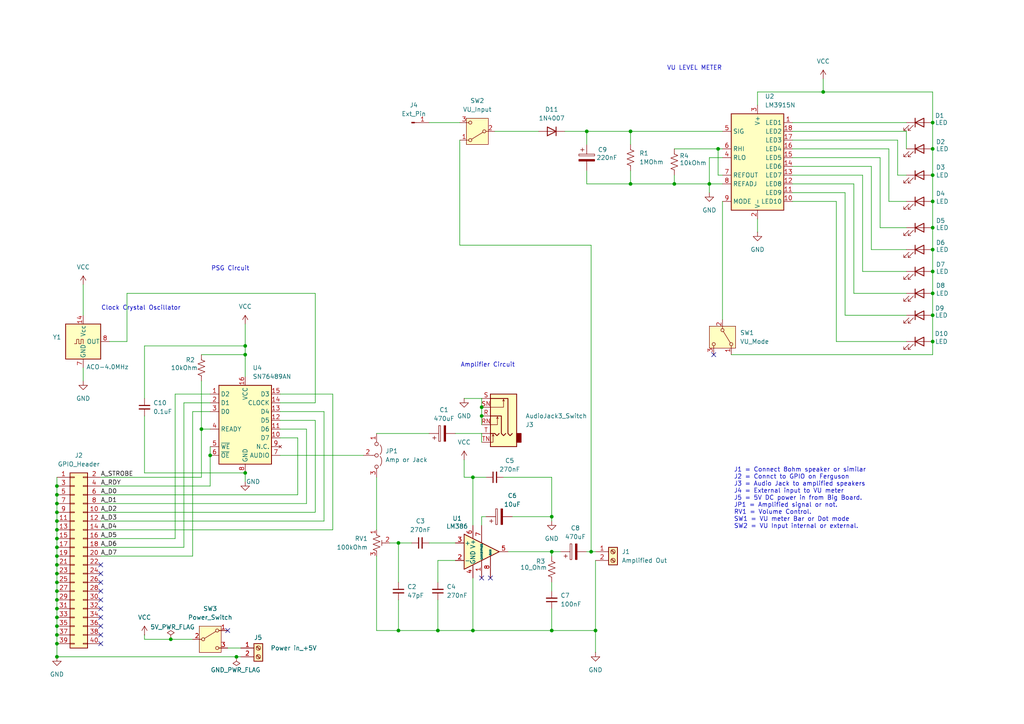
<source format=kicad_sch>
(kicad_sch
	(version 20250114)
	(generator "eeschema")
	(generator_version "9.0")
	(uuid "37f1c498-4847-4814-b5ec-cbcb7bc8da29")
	(paper "A4")
	(title_block
		(title "Fergusion Z80PIO_ChannelA to PSG ")
	)
	(lib_symbols
		(symbol "Amplifier_Audio:LM386"
			(pin_names
				(offset 0.127)
			)
			(exclude_from_sim no)
			(in_bom yes)
			(on_board yes)
			(property "Reference" "U"
				(at 1.27 7.62 0)
				(effects
					(font
						(size 1.27 1.27)
					)
					(justify left)
				)
			)
			(property "Value" "LM386"
				(at 1.27 5.08 0)
				(effects
					(font
						(size 1.27 1.27)
					)
					(justify left)
				)
			)
			(property "Footprint" ""
				(at 2.54 2.54 0)
				(effects
					(font
						(size 1.27 1.27)
					)
					(hide yes)
				)
			)
			(property "Datasheet" "http://www.ti.com/lit/ds/symlink/lm386.pdf"
				(at 5.08 5.08 0)
				(effects
					(font
						(size 1.27 1.27)
					)
					(hide yes)
				)
			)
			(property "Description" "Low Voltage Audio Power Amplifier, DIP-8/SOIC-8/SSOP-8"
				(at 0 0 0)
				(effects
					(font
						(size 1.27 1.27)
					)
					(hide yes)
				)
			)
			(property "ki_keywords" "single Power opamp"
				(at 0 0 0)
				(effects
					(font
						(size 1.27 1.27)
					)
					(hide yes)
				)
			)
			(property "ki_fp_filters" "SOIC*3.9x4.9mm*P1.27mm* DIP*W7.62mm* MSSOP*P0.65mm* TSSOP*3x3mm*P0.5mm*"
				(at 0 0 0)
				(effects
					(font
						(size 1.27 1.27)
					)
					(hide yes)
				)
			)
			(symbol "LM386_0_1"
				(polyline
					(pts
						(xy 5.08 0) (xy -5.08 5.08) (xy -5.08 -5.08) (xy 5.08 0)
					)
					(stroke
						(width 0.254)
						(type default)
					)
					(fill
						(type background)
					)
				)
			)
			(symbol "LM386_1_1"
				(pin input line
					(at -7.62 2.54 0)
					(length 2.54)
					(name "+"
						(effects
							(font
								(size 1.27 1.27)
							)
						)
					)
					(number "3"
						(effects
							(font
								(size 1.27 1.27)
							)
						)
					)
				)
				(pin input line
					(at -7.62 -2.54 0)
					(length 2.54)
					(name "-"
						(effects
							(font
								(size 1.27 1.27)
							)
						)
					)
					(number "2"
						(effects
							(font
								(size 1.27 1.27)
							)
						)
					)
				)
				(pin power_in line
					(at -2.54 7.62 270)
					(length 3.81)
					(name "V+"
						(effects
							(font
								(size 1.27 1.27)
							)
						)
					)
					(number "6"
						(effects
							(font
								(size 1.27 1.27)
							)
						)
					)
				)
				(pin power_in line
					(at -2.54 -7.62 90)
					(length 3.81)
					(name "GND"
						(effects
							(font
								(size 1.27 1.27)
							)
						)
					)
					(number "4"
						(effects
							(font
								(size 1.27 1.27)
							)
						)
					)
				)
				(pin input line
					(at 0 7.62 270)
					(length 5.08)
					(name "BYPASS"
						(effects
							(font
								(size 0.508 0.508)
							)
						)
					)
					(number "7"
						(effects
							(font
								(size 1.27 1.27)
							)
						)
					)
				)
				(pin input line
					(at 0 -7.62 90)
					(length 5.08)
					(name "GAIN"
						(effects
							(font
								(size 0.508 0.508)
							)
						)
					)
					(number "1"
						(effects
							(font
								(size 1.27 1.27)
							)
						)
					)
				)
				(pin input line
					(at 2.54 -7.62 90)
					(length 6.35)
					(name "GAIN"
						(effects
							(font
								(size 0.508 0.508)
							)
						)
					)
					(number "8"
						(effects
							(font
								(size 1.27 1.27)
							)
						)
					)
				)
				(pin output line
					(at 7.62 0 180)
					(length 2.54)
					(name "~"
						(effects
							(font
								(size 1.27 1.27)
							)
						)
					)
					(number "5"
						(effects
							(font
								(size 1.27 1.27)
							)
						)
					)
				)
			)
			(embedded_fonts no)
		)
		(symbol "BB1-soundcard_Library_0:LM3915N"
			(exclude_from_sim no)
			(in_bom yes)
			(on_board yes)
			(property "Reference" "U"
				(at -6.35 14.224 0)
				(effects
					(font
						(size 1.27 1.27)
					)
				)
			)
			(property "Value" "LM3915N"
				(at 5.588 14.224 0)
				(effects
					(font
						(size 1.27 1.27)
					)
				)
			)
			(property "Footprint" "Package_DIP:DIP-18_W7.62mm"
				(at 0 0 0)
				(effects
					(font
						(size 1.27 1.27)
					)
					(hide yes)
				)
			)
			(property "Datasheet" "https://www.ti.com/lit/ds/symlink/lm3914.pdf"
				(at 0.762 -23.114 0)
				(effects
					(font
						(size 1.27 1.27)
					)
					(hide yes)
				)
			)
			(property "Description" "10 LED Dot/Bar Display Driver, DIP-18"
				(at 0 0 0)
				(effects
					(font
						(size 1.27 1.27)
					)
					(hide yes)
				)
			)
			(property "ki_keywords" "LED driver bar dot"
				(at 0 0 0)
				(effects
					(font
						(size 1.27 1.27)
					)
					(hide yes)
				)
			)
			(property "ki_fp_filters" "DIP*W7.62mm*"
				(at 0 0 0)
				(effects
					(font
						(size 1.27 1.27)
					)
					(hide yes)
				)
			)
			(symbol "LM3915N_0_1"
				(rectangle
					(start -7.62 12.7)
					(end 7.62 -15.24)
					(stroke
						(width 0.254)
						(type default)
					)
					(fill
						(type background)
					)
				)
			)
			(symbol "LM3915N_1_1"
				(pin input line
					(at -10.16 7.62 0)
					(length 2.54)
					(name "SIG"
						(effects
							(font
								(size 1.27 1.27)
							)
						)
					)
					(number "5"
						(effects
							(font
								(size 1.27 1.27)
							)
						)
					)
				)
				(pin input line
					(at -10.16 2.54 0)
					(length 2.54)
					(name "RHI"
						(effects
							(font
								(size 1.27 1.27)
							)
						)
					)
					(number "6"
						(effects
							(font
								(size 1.27 1.27)
							)
						)
					)
				)
				(pin input line
					(at -10.16 0 0)
					(length 2.54)
					(name "RLO"
						(effects
							(font
								(size 1.27 1.27)
							)
						)
					)
					(number "4"
						(effects
							(font
								(size 1.27 1.27)
							)
						)
					)
				)
				(pin output line
					(at -10.16 -5.08 0)
					(length 2.54)
					(name "REFOUT"
						(effects
							(font
								(size 1.27 1.27)
							)
						)
					)
					(number "7"
						(effects
							(font
								(size 1.27 1.27)
							)
						)
					)
				)
				(pin input line
					(at -10.16 -7.62 0)
					(length 2.54)
					(name "REFADJ"
						(effects
							(font
								(size 1.27 1.27)
							)
						)
					)
					(number "8"
						(effects
							(font
								(size 1.27 1.27)
							)
						)
					)
				)
				(pin input line
					(at -10.16 -12.7 0)
					(length 2.54)
					(name "MODE"
						(effects
							(font
								(size 1.27 1.27)
							)
						)
					)
					(number "9"
						(effects
							(font
								(size 1.27 1.27)
							)
						)
					)
				)
				(pin power_in line
					(at 0 15.24 270)
					(length 2.54)
					(name "V+"
						(effects
							(font
								(size 1.27 1.27)
							)
						)
					)
					(number "3"
						(effects
							(font
								(size 1.27 1.27)
							)
						)
					)
				)
				(pin power_in line
					(at 0 -17.78 90)
					(length 2.54)
					(name "V-"
						(effects
							(font
								(size 1.27 1.27)
							)
						)
					)
					(number "2"
						(effects
							(font
								(size 1.27 1.27)
							)
						)
					)
				)
				(pin open_collector line
					(at 10.16 10.16 180)
					(length 2.54)
					(name "LED1"
						(effects
							(font
								(size 1.27 1.27)
							)
						)
					)
					(number "1"
						(effects
							(font
								(size 1.27 1.27)
							)
						)
					)
				)
				(pin open_collector line
					(at 10.16 7.62 180)
					(length 2.54)
					(name "LED2"
						(effects
							(font
								(size 1.27 1.27)
							)
						)
					)
					(number "18"
						(effects
							(font
								(size 1.27 1.27)
							)
						)
					)
				)
				(pin open_collector line
					(at 10.16 5.08 180)
					(length 2.54)
					(name "LED3"
						(effects
							(font
								(size 1.27 1.27)
							)
						)
					)
					(number "17"
						(effects
							(font
								(size 1.27 1.27)
							)
						)
					)
				)
				(pin open_collector line
					(at 10.16 2.54 180)
					(length 2.54)
					(name "LED4"
						(effects
							(font
								(size 1.27 1.27)
							)
						)
					)
					(number "16"
						(effects
							(font
								(size 1.27 1.27)
							)
						)
					)
				)
				(pin open_collector line
					(at 10.16 0 180)
					(length 2.54)
					(name "LED5"
						(effects
							(font
								(size 1.27 1.27)
							)
						)
					)
					(number "15"
						(effects
							(font
								(size 1.27 1.27)
							)
						)
					)
				)
				(pin open_collector line
					(at 10.16 -2.54 180)
					(length 2.54)
					(name "LED6"
						(effects
							(font
								(size 1.27 1.27)
							)
						)
					)
					(number "14"
						(effects
							(font
								(size 1.27 1.27)
							)
						)
					)
				)
				(pin open_collector line
					(at 10.16 -5.08 180)
					(length 2.54)
					(name "LED7"
						(effects
							(font
								(size 1.27 1.27)
							)
						)
					)
					(number "13"
						(effects
							(font
								(size 1.27 1.27)
							)
						)
					)
				)
				(pin open_collector line
					(at 10.16 -7.62 180)
					(length 2.54)
					(name "LED8"
						(effects
							(font
								(size 1.27 1.27)
							)
						)
					)
					(number "12"
						(effects
							(font
								(size 1.27 1.27)
							)
						)
					)
				)
				(pin open_collector line
					(at 10.16 -10.16 180)
					(length 2.54)
					(name "LED9"
						(effects
							(font
								(size 1.27 1.27)
							)
						)
					)
					(number "11"
						(effects
							(font
								(size 1.27 1.27)
							)
						)
					)
				)
				(pin open_collector line
					(at 10.16 -12.7 180)
					(length 2.54)
					(name "LED10"
						(effects
							(font
								(size 1.27 1.27)
							)
						)
					)
					(number "10"
						(effects
							(font
								(size 1.27 1.27)
							)
						)
					)
				)
			)
			(embedded_fonts no)
		)
		(symbol "BB1-soundcard_Library_0:SN76489"
			(exclude_from_sim no)
			(in_bom yes)
			(on_board yes)
			(property "Reference" "U4"
				(at 2.1433 17.78 0)
				(effects
					(font
						(size 1.27 1.27)
					)
					(justify left)
				)
			)
			(property "Value" "SN76489AN"
				(at 2.1433 15.24 0)
				(effects
					(font
						(size 1.27 1.27)
					)
					(justify left)
				)
			)
			(property "Footprint" "Package_DIP:DIP-16_W7.62mm"
				(at -16.51 -13.462 0)
				(effects
					(font
						(size 1.27 1.27)
					)
					(hide yes)
				)
			)
			(property "Datasheet" "SN76489AN"
				(at 0 1.778 90)
				(effects
					(font
						(size 1.27 1.27)
					)
					(hide yes)
				)
			)
			(property "Description" "PSG"
				(at -5.842 15.24 0)
				(effects
					(font
						(size 1.27 1.27)
					)
					(hide yes)
				)
			)
			(property "ki_keywords" "PSG"
				(at 0 0 0)
				(effects
					(font
						(size 1.27 1.27)
					)
					(hide yes)
				)
			)
			(property "ki_fp_filters" "DIP*W7.62mm* SOIC*3.9x9.9mm*P1.27mm* SSOP*5.3x6.2mm*P0.65mm*"
				(at 0 0 0)
				(effects
					(font
						(size 1.27 1.27)
					)
					(hide yes)
				)
			)
			(symbol "SN76489_0_1"
				(rectangle
					(start -7.62 12.7)
					(end 7.62 -10.16)
					(stroke
						(width 0.254)
						(type default)
					)
					(fill
						(type background)
					)
				)
			)
			(symbol "SN76489_1_1"
				(pin input line
					(at -10.16 10.16 0)
					(length 2.54)
					(name "D2"
						(effects
							(font
								(size 1.27 1.27)
							)
						)
					)
					(number "1"
						(effects
							(font
								(size 1.27 1.27)
							)
						)
					)
				)
				(pin input line
					(at -10.16 7.62 0)
					(length 2.54)
					(name "D1"
						(effects
							(font
								(size 1.27 1.27)
							)
						)
					)
					(number "2"
						(effects
							(font
								(size 1.27 1.27)
							)
						)
					)
				)
				(pin input line
					(at -10.16 5.08 0)
					(length 2.54)
					(name "D0"
						(effects
							(font
								(size 1.27 1.27)
							)
						)
					)
					(number "3"
						(effects
							(font
								(size 1.27 1.27)
							)
						)
					)
				)
				(pin output line
					(at -10.16 0 0)
					(length 2.54)
					(name "READY"
						(effects
							(font
								(size 1.27 1.27)
							)
						)
					)
					(number "4"
						(effects
							(font
								(size 1.27 1.27)
							)
						)
					)
				)
				(pin input line
					(at -10.16 -5.08 0)
					(length 2.54)
					(name "~{WE}"
						(effects
							(font
								(size 1.27 1.27)
							)
						)
					)
					(number "5"
						(effects
							(font
								(size 1.27 1.27)
							)
						)
					)
				)
				(pin input line
					(at -10.16 -7.62 0)
					(length 2.54)
					(name "~{OE}"
						(effects
							(font
								(size 1.27 1.27)
							)
						)
					)
					(number "6"
						(effects
							(font
								(size 1.27 1.27)
							)
						)
					)
				)
				(pin power_in line
					(at 0 15.24 270)
					(length 2.54)
					(name "VCC"
						(effects
							(font
								(size 1.27 1.27)
							)
						)
					)
					(number "16"
						(effects
							(font
								(size 1.27 1.27)
							)
						)
					)
				)
				(pin power_in line
					(at 0 -12.7 90)
					(length 2.54)
					(name "GND"
						(effects
							(font
								(size 1.27 1.27)
							)
						)
					)
					(number "8"
						(effects
							(font
								(size 1.27 1.27)
							)
						)
					)
				)
				(pin input line
					(at 10.16 10.16 180)
					(length 2.54)
					(name "D3"
						(effects
							(font
								(size 1.27 1.27)
							)
						)
					)
					(number "15"
						(effects
							(font
								(size 1.27 1.27)
							)
						)
					)
				)
				(pin input line
					(at 10.16 7.62 180)
					(length 2.54)
					(name "CLOCK"
						(effects
							(font
								(size 1.27 1.27)
							)
						)
					)
					(number "14"
						(effects
							(font
								(size 1.27 1.27)
							)
						)
					)
				)
				(pin input line
					(at 10.16 5.08 180)
					(length 2.54)
					(name "D4"
						(effects
							(font
								(size 1.27 1.27)
							)
						)
					)
					(number "13"
						(effects
							(font
								(size 1.27 1.27)
							)
						)
					)
				)
				(pin input line
					(at 10.16 2.54 180)
					(length 2.54)
					(name "D5"
						(effects
							(font
								(size 1.27 1.27)
							)
						)
					)
					(number "12"
						(effects
							(font
								(size 1.27 1.27)
							)
						)
					)
				)
				(pin input line
					(at 10.16 0 180)
					(length 2.54)
					(name "D6"
						(effects
							(font
								(size 1.27 1.27)
							)
						)
					)
					(number "11"
						(effects
							(font
								(size 1.27 1.27)
							)
						)
					)
				)
				(pin input line
					(at 10.16 -2.54 180)
					(length 2.54)
					(name "D7"
						(effects
							(font
								(size 1.27 1.27)
							)
						)
					)
					(number "10"
						(effects
							(font
								(size 1.27 1.27)
							)
						)
					)
				)
				(pin no_connect line
					(at 10.16 -5.08 180)
					(length 2.54)
					(name "N.C."
						(effects
							(font
								(size 1.27 1.27)
							)
						)
					)
					(number "9"
						(effects
							(font
								(size 1.27 1.27)
							)
						)
					)
				)
				(pin output line
					(at 10.16 -7.62 180)
					(length 2.54)
					(name "AUDIO"
						(effects
							(font
								(size 1.27 1.27)
							)
						)
					)
					(number "7"
						(effects
							(font
								(size 1.27 1.27)
							)
						)
					)
				)
			)
			(embedded_fonts no)
		)
		(symbol "Connector:Conn_01x01_Pin"
			(pin_names
				(offset 1.016)
				(hide yes)
			)
			(exclude_from_sim no)
			(in_bom yes)
			(on_board yes)
			(property "Reference" "J"
				(at 0 2.54 0)
				(effects
					(font
						(size 1.27 1.27)
					)
				)
			)
			(property "Value" "Conn_01x01_Pin"
				(at 0 -2.54 0)
				(effects
					(font
						(size 1.27 1.27)
					)
				)
			)
			(property "Footprint" ""
				(at 0 0 0)
				(effects
					(font
						(size 1.27 1.27)
					)
					(hide yes)
				)
			)
			(property "Datasheet" "~"
				(at 0 0 0)
				(effects
					(font
						(size 1.27 1.27)
					)
					(hide yes)
				)
			)
			(property "Description" "Generic connector, single row, 01x01, script generated"
				(at 0 0 0)
				(effects
					(font
						(size 1.27 1.27)
					)
					(hide yes)
				)
			)
			(property "ki_locked" ""
				(at 0 0 0)
				(effects
					(font
						(size 1.27 1.27)
					)
				)
			)
			(property "ki_keywords" "connector"
				(at 0 0 0)
				(effects
					(font
						(size 1.27 1.27)
					)
					(hide yes)
				)
			)
			(property "ki_fp_filters" "Connector*:*_1x??_*"
				(at 0 0 0)
				(effects
					(font
						(size 1.27 1.27)
					)
					(hide yes)
				)
			)
			(symbol "Conn_01x01_Pin_1_1"
				(rectangle
					(start 0.8636 0.127)
					(end 0 -0.127)
					(stroke
						(width 0.1524)
						(type default)
					)
					(fill
						(type outline)
					)
				)
				(polyline
					(pts
						(xy 1.27 0) (xy 0.8636 0)
					)
					(stroke
						(width 0.1524)
						(type default)
					)
					(fill
						(type none)
					)
				)
				(pin passive line
					(at 5.08 0 180)
					(length 3.81)
					(name "Pin_1"
						(effects
							(font
								(size 1.27 1.27)
							)
						)
					)
					(number "1"
						(effects
							(font
								(size 1.27 1.27)
							)
						)
					)
				)
			)
			(embedded_fonts no)
		)
		(symbol "Connector:Screw_Terminal_01x02"
			(pin_names
				(offset 1.016)
				(hide yes)
			)
			(exclude_from_sim no)
			(in_bom yes)
			(on_board yes)
			(property "Reference" "J"
				(at 0 2.54 0)
				(effects
					(font
						(size 1.27 1.27)
					)
				)
			)
			(property "Value" "Screw_Terminal_01x02"
				(at 0 -5.08 0)
				(effects
					(font
						(size 1.27 1.27)
					)
				)
			)
			(property "Footprint" ""
				(at 0 0 0)
				(effects
					(font
						(size 1.27 1.27)
					)
					(hide yes)
				)
			)
			(property "Datasheet" "~"
				(at 0 0 0)
				(effects
					(font
						(size 1.27 1.27)
					)
					(hide yes)
				)
			)
			(property "Description" "Generic screw terminal, single row, 01x02, script generated (kicad-library-utils/schlib/autogen/connector/)"
				(at 0 0 0)
				(effects
					(font
						(size 1.27 1.27)
					)
					(hide yes)
				)
			)
			(property "ki_keywords" "screw terminal"
				(at 0 0 0)
				(effects
					(font
						(size 1.27 1.27)
					)
					(hide yes)
				)
			)
			(property "ki_fp_filters" "TerminalBlock*:*"
				(at 0 0 0)
				(effects
					(font
						(size 1.27 1.27)
					)
					(hide yes)
				)
			)
			(symbol "Screw_Terminal_01x02_1_1"
				(rectangle
					(start -1.27 1.27)
					(end 1.27 -3.81)
					(stroke
						(width 0.254)
						(type default)
					)
					(fill
						(type background)
					)
				)
				(polyline
					(pts
						(xy -0.5334 0.3302) (xy 0.3302 -0.508)
					)
					(stroke
						(width 0.1524)
						(type default)
					)
					(fill
						(type none)
					)
				)
				(polyline
					(pts
						(xy -0.5334 -2.2098) (xy 0.3302 -3.048)
					)
					(stroke
						(width 0.1524)
						(type default)
					)
					(fill
						(type none)
					)
				)
				(polyline
					(pts
						(xy -0.3556 0.508) (xy 0.508 -0.3302)
					)
					(stroke
						(width 0.1524)
						(type default)
					)
					(fill
						(type none)
					)
				)
				(polyline
					(pts
						(xy -0.3556 -2.032) (xy 0.508 -2.8702)
					)
					(stroke
						(width 0.1524)
						(type default)
					)
					(fill
						(type none)
					)
				)
				(circle
					(center 0 0)
					(radius 0.635)
					(stroke
						(width 0.1524)
						(type default)
					)
					(fill
						(type none)
					)
				)
				(circle
					(center 0 -2.54)
					(radius 0.635)
					(stroke
						(width 0.1524)
						(type default)
					)
					(fill
						(type none)
					)
				)
				(pin passive line
					(at -5.08 0 0)
					(length 3.81)
					(name "Pin_1"
						(effects
							(font
								(size 1.27 1.27)
							)
						)
					)
					(number "1"
						(effects
							(font
								(size 1.27 1.27)
							)
						)
					)
				)
				(pin passive line
					(at -5.08 -2.54 0)
					(length 3.81)
					(name "Pin_2"
						(effects
							(font
								(size 1.27 1.27)
							)
						)
					)
					(number "2"
						(effects
							(font
								(size 1.27 1.27)
							)
						)
					)
				)
			)
			(embedded_fonts no)
		)
		(symbol "Connector_Audio:AudioJack3_Switch"
			(exclude_from_sim no)
			(in_bom yes)
			(on_board yes)
			(property "Reference" "J"
				(at 0 11.43 0)
				(effects
					(font
						(size 1.27 1.27)
					)
				)
			)
			(property "Value" "AudioJack3_Switch"
				(at 0 8.89 0)
				(effects
					(font
						(size 1.27 1.27)
					)
				)
			)
			(property "Footprint" ""
				(at 0 0 0)
				(effects
					(font
						(size 1.27 1.27)
					)
					(hide yes)
				)
			)
			(property "Datasheet" "~"
				(at 0 0 0)
				(effects
					(font
						(size 1.27 1.27)
					)
					(hide yes)
				)
			)
			(property "Description" "Audio Jack, 3 Poles (Stereo / TRS), Switched Poles (Normalling)"
				(at 0 0 0)
				(effects
					(font
						(size 1.27 1.27)
					)
					(hide yes)
				)
			)
			(property "ki_keywords" "audio jack receptacle stereo headphones connector"
				(at 0 0 0)
				(effects
					(font
						(size 1.27 1.27)
					)
					(hide yes)
				)
			)
			(property "ki_fp_filters" "Jack*"
				(at 0 0 0)
				(effects
					(font
						(size 1.27 1.27)
					)
					(hide yes)
				)
			)
			(symbol "AudioJack3_Switch_0_1"
				(rectangle
					(start -5.08 -5.08)
					(end -6.35 -7.62)
					(stroke
						(width 0.254)
						(type default)
					)
					(fill
						(type outline)
					)
				)
				(polyline
					(pts
						(xy -1.905 -5.08) (xy -1.27 -5.715) (xy -0.635 -5.08) (xy -0.635 0) (xy 2.54 0)
					)
					(stroke
						(width 0.254)
						(type default)
					)
					(fill
						(type none)
					)
				)
				(polyline
					(pts
						(xy -1.27 4.826) (xy -1.016 4.318)
					)
					(stroke
						(width 0)
						(type default)
					)
					(fill
						(type none)
					)
				)
				(polyline
					(pts
						(xy 0 -5.08) (xy 0.635 -5.715) (xy 1.27 -5.08) (xy 2.54 -5.08)
					)
					(stroke
						(width 0.254)
						(type default)
					)
					(fill
						(type none)
					)
				)
				(polyline
					(pts
						(xy 0.508 -0.254) (xy 0.762 -0.762)
					)
					(stroke
						(width 0)
						(type default)
					)
					(fill
						(type none)
					)
				)
				(polyline
					(pts
						(xy 1.778 -5.334) (xy 2.032 -5.842)
					)
					(stroke
						(width 0)
						(type default)
					)
					(fill
						(type none)
					)
				)
				(rectangle
					(start 2.54 6.35)
					(end -5.08 -8.89)
					(stroke
						(width 0.254)
						(type default)
					)
					(fill
						(type background)
					)
				)
				(polyline
					(pts
						(xy 2.54 5.08) (xy -2.54 5.08) (xy -2.54 -5.08) (xy -3.175 -5.715) (xy -3.81 -5.08)
					)
					(stroke
						(width 0.254)
						(type default)
					)
					(fill
						(type none)
					)
				)
				(polyline
					(pts
						(xy 2.54 2.54) (xy -1.27 2.54) (xy -1.27 4.826) (xy -1.524 4.318)
					)
					(stroke
						(width 0)
						(type default)
					)
					(fill
						(type none)
					)
				)
				(polyline
					(pts
						(xy 2.54 -2.54) (xy 0.508 -2.54) (xy 0.508 -0.254) (xy 0.254 -0.762)
					)
					(stroke
						(width 0)
						(type default)
					)
					(fill
						(type none)
					)
				)
				(polyline
					(pts
						(xy 2.54 -7.62) (xy 1.778 -7.62) (xy 1.778 -5.334) (xy 1.524 -5.842)
					)
					(stroke
						(width 0)
						(type default)
					)
					(fill
						(type none)
					)
				)
			)
			(symbol "AudioJack3_Switch_1_1"
				(pin passive line
					(at 5.08 5.08 180)
					(length 2.54)
					(name "~"
						(effects
							(font
								(size 1.27 1.27)
							)
						)
					)
					(number "S"
						(effects
							(font
								(size 1.27 1.27)
							)
						)
					)
				)
				(pin passive line
					(at 5.08 2.54 180)
					(length 2.54)
					(name "~"
						(effects
							(font
								(size 1.27 1.27)
							)
						)
					)
					(number "SN"
						(effects
							(font
								(size 1.27 1.27)
							)
						)
					)
				)
				(pin passive line
					(at 5.08 0 180)
					(length 2.54)
					(name "~"
						(effects
							(font
								(size 1.27 1.27)
							)
						)
					)
					(number "R"
						(effects
							(font
								(size 1.27 1.27)
							)
						)
					)
				)
				(pin passive line
					(at 5.08 -2.54 180)
					(length 2.54)
					(name "~"
						(effects
							(font
								(size 1.27 1.27)
							)
						)
					)
					(number "RN"
						(effects
							(font
								(size 1.27 1.27)
							)
						)
					)
				)
				(pin passive line
					(at 5.08 -5.08 180)
					(length 2.54)
					(name "~"
						(effects
							(font
								(size 1.27 1.27)
							)
						)
					)
					(number "T"
						(effects
							(font
								(size 1.27 1.27)
							)
						)
					)
				)
				(pin passive line
					(at 5.08 -7.62 180)
					(length 2.54)
					(name "~"
						(effects
							(font
								(size 1.27 1.27)
							)
						)
					)
					(number "TN"
						(effects
							(font
								(size 1.27 1.27)
							)
						)
					)
				)
			)
			(embedded_fonts no)
		)
		(symbol "Connector_Generic:Conn_02x20_Odd_Even"
			(pin_names
				(offset 1.016)
				(hide yes)
			)
			(exclude_from_sim no)
			(in_bom yes)
			(on_board yes)
			(property "Reference" "J"
				(at 1.27 25.4 0)
				(effects
					(font
						(size 1.27 1.27)
					)
				)
			)
			(property "Value" "Conn_02x20_Odd_Even"
				(at 1.27 -27.94 0)
				(effects
					(font
						(size 1.27 1.27)
					)
				)
			)
			(property "Footprint" ""
				(at 0 0 0)
				(effects
					(font
						(size 1.27 1.27)
					)
					(hide yes)
				)
			)
			(property "Datasheet" "~"
				(at 0 0 0)
				(effects
					(font
						(size 1.27 1.27)
					)
					(hide yes)
				)
			)
			(property "Description" "Generic connector, double row, 02x20, odd/even pin numbering scheme (row 1 odd numbers, row 2 even numbers), script generated (kicad-library-utils/schlib/autogen/connector/)"
				(at 0 0 0)
				(effects
					(font
						(size 1.27 1.27)
					)
					(hide yes)
				)
			)
			(property "ki_keywords" "connector"
				(at 0 0 0)
				(effects
					(font
						(size 1.27 1.27)
					)
					(hide yes)
				)
			)
			(property "ki_fp_filters" "Connector*:*_2x??_*"
				(at 0 0 0)
				(effects
					(font
						(size 1.27 1.27)
					)
					(hide yes)
				)
			)
			(symbol "Conn_02x20_Odd_Even_1_1"
				(rectangle
					(start -1.27 24.13)
					(end 3.81 -26.67)
					(stroke
						(width 0.254)
						(type default)
					)
					(fill
						(type background)
					)
				)
				(rectangle
					(start -1.27 22.987)
					(end 0 22.733)
					(stroke
						(width 0.1524)
						(type default)
					)
					(fill
						(type none)
					)
				)
				(rectangle
					(start -1.27 20.447)
					(end 0 20.193)
					(stroke
						(width 0.1524)
						(type default)
					)
					(fill
						(type none)
					)
				)
				(rectangle
					(start -1.27 17.907)
					(end 0 17.653)
					(stroke
						(width 0.1524)
						(type default)
					)
					(fill
						(type none)
					)
				)
				(rectangle
					(start -1.27 15.367)
					(end 0 15.113)
					(stroke
						(width 0.1524)
						(type default)
					)
					(fill
						(type none)
					)
				)
				(rectangle
					(start -1.27 12.827)
					(end 0 12.573)
					(stroke
						(width 0.1524)
						(type default)
					)
					(fill
						(type none)
					)
				)
				(rectangle
					(start -1.27 10.287)
					(end 0 10.033)
					(stroke
						(width 0.1524)
						(type default)
					)
					(fill
						(type none)
					)
				)
				(rectangle
					(start -1.27 7.747)
					(end 0 7.493)
					(stroke
						(width 0.1524)
						(type default)
					)
					(fill
						(type none)
					)
				)
				(rectangle
					(start -1.27 5.207)
					(end 0 4.953)
					(stroke
						(width 0.1524)
						(type default)
					)
					(fill
						(type none)
					)
				)
				(rectangle
					(start -1.27 2.667)
					(end 0 2.413)
					(stroke
						(width 0.1524)
						(type default)
					)
					(fill
						(type none)
					)
				)
				(rectangle
					(start -1.27 0.127)
					(end 0 -0.127)
					(stroke
						(width 0.1524)
						(type default)
					)
					(fill
						(type none)
					)
				)
				(rectangle
					(start -1.27 -2.413)
					(end 0 -2.667)
					(stroke
						(width 0.1524)
						(type default)
					)
					(fill
						(type none)
					)
				)
				(rectangle
					(start -1.27 -4.953)
					(end 0 -5.207)
					(stroke
						(width 0.1524)
						(type default)
					)
					(fill
						(type none)
					)
				)
				(rectangle
					(start -1.27 -7.493)
					(end 0 -7.747)
					(stroke
						(width 0.1524)
						(type default)
					)
					(fill
						(type none)
					)
				)
				(rectangle
					(start -1.27 -10.033)
					(end 0 -10.287)
					(stroke
						(width 0.1524)
						(type default)
					)
					(fill
						(type none)
					)
				)
				(rectangle
					(start -1.27 -12.573)
					(end 0 -12.827)
					(stroke
						(width 0.1524)
						(type default)
					)
					(fill
						(type none)
					)
				)
				(rectangle
					(start -1.27 -15.113)
					(end 0 -15.367)
					(stroke
						(width 0.1524)
						(type default)
					)
					(fill
						(type none)
					)
				)
				(rectangle
					(start -1.27 -17.653)
					(end 0 -17.907)
					(stroke
						(width 0.1524)
						(type default)
					)
					(fill
						(type none)
					)
				)
				(rectangle
					(start -1.27 -20.193)
					(end 0 -20.447)
					(stroke
						(width 0.1524)
						(type default)
					)
					(fill
						(type none)
					)
				)
				(rectangle
					(start -1.27 -22.733)
					(end 0 -22.987)
					(stroke
						(width 0.1524)
						(type default)
					)
					(fill
						(type none)
					)
				)
				(rectangle
					(start -1.27 -25.273)
					(end 0 -25.527)
					(stroke
						(width 0.1524)
						(type default)
					)
					(fill
						(type none)
					)
				)
				(rectangle
					(start 3.81 22.987)
					(end 2.54 22.733)
					(stroke
						(width 0.1524)
						(type default)
					)
					(fill
						(type none)
					)
				)
				(rectangle
					(start 3.81 20.447)
					(end 2.54 20.193)
					(stroke
						(width 0.1524)
						(type default)
					)
					(fill
						(type none)
					)
				)
				(rectangle
					(start 3.81 17.907)
					(end 2.54 17.653)
					(stroke
						(width 0.1524)
						(type default)
					)
					(fill
						(type none)
					)
				)
				(rectangle
					(start 3.81 15.367)
					(end 2.54 15.113)
					(stroke
						(width 0.1524)
						(type default)
					)
					(fill
						(type none)
					)
				)
				(rectangle
					(start 3.81 12.827)
					(end 2.54 12.573)
					(stroke
						(width 0.1524)
						(type default)
					)
					(fill
						(type none)
					)
				)
				(rectangle
					(start 3.81 10.287)
					(end 2.54 10.033)
					(stroke
						(width 0.1524)
						(type default)
					)
					(fill
						(type none)
					)
				)
				(rectangle
					(start 3.81 7.747)
					(end 2.54 7.493)
					(stroke
						(width 0.1524)
						(type default)
					)
					(fill
						(type none)
					)
				)
				(rectangle
					(start 3.81 5.207)
					(end 2.54 4.953)
					(stroke
						(width 0.1524)
						(type default)
					)
					(fill
						(type none)
					)
				)
				(rectangle
					(start 3.81 2.667)
					(end 2.54 2.413)
					(stroke
						(width 0.1524)
						(type default)
					)
					(fill
						(type none)
					)
				)
				(rectangle
					(start 3.81 0.127)
					(end 2.54 -0.127)
					(stroke
						(width 0.1524)
						(type default)
					)
					(fill
						(type none)
					)
				)
				(rectangle
					(start 3.81 -2.413)
					(end 2.54 -2.667)
					(stroke
						(width 0.1524)
						(type default)
					)
					(fill
						(type none)
					)
				)
				(rectangle
					(start 3.81 -4.953)
					(end 2.54 -5.207)
					(stroke
						(width 0.1524)
						(type default)
					)
					(fill
						(type none)
					)
				)
				(rectangle
					(start 3.81 -7.493)
					(end 2.54 -7.747)
					(stroke
						(width 0.1524)
						(type default)
					)
					(fill
						(type none)
					)
				)
				(rectangle
					(start 3.81 -10.033)
					(end 2.54 -10.287)
					(stroke
						(width 0.1524)
						(type default)
					)
					(fill
						(type none)
					)
				)
				(rectangle
					(start 3.81 -12.573)
					(end 2.54 -12.827)
					(stroke
						(width 0.1524)
						(type default)
					)
					(fill
						(type none)
					)
				)
				(rectangle
					(start 3.81 -15.113)
					(end 2.54 -15.367)
					(stroke
						(width 0.1524)
						(type default)
					)
					(fill
						(type none)
					)
				)
				(rectangle
					(start 3.81 -17.653)
					(end 2.54 -17.907)
					(stroke
						(width 0.1524)
						(type default)
					)
					(fill
						(type none)
					)
				)
				(rectangle
					(start 3.81 -20.193)
					(end 2.54 -20.447)
					(stroke
						(width 0.1524)
						(type default)
					)
					(fill
						(type none)
					)
				)
				(rectangle
					(start 3.81 -22.733)
					(end 2.54 -22.987)
					(stroke
						(width 0.1524)
						(type default)
					)
					(fill
						(type none)
					)
				)
				(rectangle
					(start 3.81 -25.273)
					(end 2.54 -25.527)
					(stroke
						(width 0.1524)
						(type default)
					)
					(fill
						(type none)
					)
				)
				(pin passive line
					(at -5.08 22.86 0)
					(length 3.81)
					(name "Pin_1"
						(effects
							(font
								(size 1.27 1.27)
							)
						)
					)
					(number "1"
						(effects
							(font
								(size 1.27 1.27)
							)
						)
					)
				)
				(pin passive line
					(at -5.08 20.32 0)
					(length 3.81)
					(name "Pin_3"
						(effects
							(font
								(size 1.27 1.27)
							)
						)
					)
					(number "3"
						(effects
							(font
								(size 1.27 1.27)
							)
						)
					)
				)
				(pin passive line
					(at -5.08 17.78 0)
					(length 3.81)
					(name "Pin_5"
						(effects
							(font
								(size 1.27 1.27)
							)
						)
					)
					(number "5"
						(effects
							(font
								(size 1.27 1.27)
							)
						)
					)
				)
				(pin passive line
					(at -5.08 15.24 0)
					(length 3.81)
					(name "Pin_7"
						(effects
							(font
								(size 1.27 1.27)
							)
						)
					)
					(number "7"
						(effects
							(font
								(size 1.27 1.27)
							)
						)
					)
				)
				(pin passive line
					(at -5.08 12.7 0)
					(length 3.81)
					(name "Pin_9"
						(effects
							(font
								(size 1.27 1.27)
							)
						)
					)
					(number "9"
						(effects
							(font
								(size 1.27 1.27)
							)
						)
					)
				)
				(pin passive line
					(at -5.08 10.16 0)
					(length 3.81)
					(name "Pin_11"
						(effects
							(font
								(size 1.27 1.27)
							)
						)
					)
					(number "11"
						(effects
							(font
								(size 1.27 1.27)
							)
						)
					)
				)
				(pin passive line
					(at -5.08 7.62 0)
					(length 3.81)
					(name "Pin_13"
						(effects
							(font
								(size 1.27 1.27)
							)
						)
					)
					(number "13"
						(effects
							(font
								(size 1.27 1.27)
							)
						)
					)
				)
				(pin passive line
					(at -5.08 5.08 0)
					(length 3.81)
					(name "Pin_15"
						(effects
							(font
								(size 1.27 1.27)
							)
						)
					)
					(number "15"
						(effects
							(font
								(size 1.27 1.27)
							)
						)
					)
				)
				(pin passive line
					(at -5.08 2.54 0)
					(length 3.81)
					(name "Pin_17"
						(effects
							(font
								(size 1.27 1.27)
							)
						)
					)
					(number "17"
						(effects
							(font
								(size 1.27 1.27)
							)
						)
					)
				)
				(pin passive line
					(at -5.08 0 0)
					(length 3.81)
					(name "Pin_19"
						(effects
							(font
								(size 1.27 1.27)
							)
						)
					)
					(number "19"
						(effects
							(font
								(size 1.27 1.27)
							)
						)
					)
				)
				(pin passive line
					(at -5.08 -2.54 0)
					(length 3.81)
					(name "Pin_21"
						(effects
							(font
								(size 1.27 1.27)
							)
						)
					)
					(number "21"
						(effects
							(font
								(size 1.27 1.27)
							)
						)
					)
				)
				(pin passive line
					(at -5.08 -5.08 0)
					(length 3.81)
					(name "Pin_23"
						(effects
							(font
								(size 1.27 1.27)
							)
						)
					)
					(number "23"
						(effects
							(font
								(size 1.27 1.27)
							)
						)
					)
				)
				(pin passive line
					(at -5.08 -7.62 0)
					(length 3.81)
					(name "Pin_25"
						(effects
							(font
								(size 1.27 1.27)
							)
						)
					)
					(number "25"
						(effects
							(font
								(size 1.27 1.27)
							)
						)
					)
				)
				(pin passive line
					(at -5.08 -10.16 0)
					(length 3.81)
					(name "Pin_27"
						(effects
							(font
								(size 1.27 1.27)
							)
						)
					)
					(number "27"
						(effects
							(font
								(size 1.27 1.27)
							)
						)
					)
				)
				(pin passive line
					(at -5.08 -12.7 0)
					(length 3.81)
					(name "Pin_29"
						(effects
							(font
								(size 1.27 1.27)
							)
						)
					)
					(number "29"
						(effects
							(font
								(size 1.27 1.27)
							)
						)
					)
				)
				(pin passive line
					(at -5.08 -15.24 0)
					(length 3.81)
					(name "Pin_31"
						(effects
							(font
								(size 1.27 1.27)
							)
						)
					)
					(number "31"
						(effects
							(font
								(size 1.27 1.27)
							)
						)
					)
				)
				(pin passive line
					(at -5.08 -17.78 0)
					(length 3.81)
					(name "Pin_33"
						(effects
							(font
								(size 1.27 1.27)
							)
						)
					)
					(number "33"
						(effects
							(font
								(size 1.27 1.27)
							)
						)
					)
				)
				(pin passive line
					(at -5.08 -20.32 0)
					(length 3.81)
					(name "Pin_35"
						(effects
							(font
								(size 1.27 1.27)
							)
						)
					)
					(number "35"
						(effects
							(font
								(size 1.27 1.27)
							)
						)
					)
				)
				(pin passive line
					(at -5.08 -22.86 0)
					(length 3.81)
					(name "Pin_37"
						(effects
							(font
								(size 1.27 1.27)
							)
						)
					)
					(number "37"
						(effects
							(font
								(size 1.27 1.27)
							)
						)
					)
				)
				(pin passive line
					(at -5.08 -25.4 0)
					(length 3.81)
					(name "Pin_39"
						(effects
							(font
								(size 1.27 1.27)
							)
						)
					)
					(number "39"
						(effects
							(font
								(size 1.27 1.27)
							)
						)
					)
				)
				(pin passive line
					(at 7.62 22.86 180)
					(length 3.81)
					(name "Pin_2"
						(effects
							(font
								(size 1.27 1.27)
							)
						)
					)
					(number "2"
						(effects
							(font
								(size 1.27 1.27)
							)
						)
					)
				)
				(pin passive line
					(at 7.62 20.32 180)
					(length 3.81)
					(name "Pin_4"
						(effects
							(font
								(size 1.27 1.27)
							)
						)
					)
					(number "4"
						(effects
							(font
								(size 1.27 1.27)
							)
						)
					)
				)
				(pin passive line
					(at 7.62 17.78 180)
					(length 3.81)
					(name "Pin_6"
						(effects
							(font
								(size 1.27 1.27)
							)
						)
					)
					(number "6"
						(effects
							(font
								(size 1.27 1.27)
							)
						)
					)
				)
				(pin passive line
					(at 7.62 15.24 180)
					(length 3.81)
					(name "Pin_8"
						(effects
							(font
								(size 1.27 1.27)
							)
						)
					)
					(number "8"
						(effects
							(font
								(size 1.27 1.27)
							)
						)
					)
				)
				(pin passive line
					(at 7.62 12.7 180)
					(length 3.81)
					(name "Pin_10"
						(effects
							(font
								(size 1.27 1.27)
							)
						)
					)
					(number "10"
						(effects
							(font
								(size 1.27 1.27)
							)
						)
					)
				)
				(pin passive line
					(at 7.62 10.16 180)
					(length 3.81)
					(name "Pin_12"
						(effects
							(font
								(size 1.27 1.27)
							)
						)
					)
					(number "12"
						(effects
							(font
								(size 1.27 1.27)
							)
						)
					)
				)
				(pin passive line
					(at 7.62 7.62 180)
					(length 3.81)
					(name "Pin_14"
						(effects
							(font
								(size 1.27 1.27)
							)
						)
					)
					(number "14"
						(effects
							(font
								(size 1.27 1.27)
							)
						)
					)
				)
				(pin passive line
					(at 7.62 5.08 180)
					(length 3.81)
					(name "Pin_16"
						(effects
							(font
								(size 1.27 1.27)
							)
						)
					)
					(number "16"
						(effects
							(font
								(size 1.27 1.27)
							)
						)
					)
				)
				(pin passive line
					(at 7.62 2.54 180)
					(length 3.81)
					(name "Pin_18"
						(effects
							(font
								(size 1.27 1.27)
							)
						)
					)
					(number "18"
						(effects
							(font
								(size 1.27 1.27)
							)
						)
					)
				)
				(pin passive line
					(at 7.62 0 180)
					(length 3.81)
					(name "Pin_20"
						(effects
							(font
								(size 1.27 1.27)
							)
						)
					)
					(number "20"
						(effects
							(font
								(size 1.27 1.27)
							)
						)
					)
				)
				(pin passive line
					(at 7.62 -2.54 180)
					(length 3.81)
					(name "Pin_22"
						(effects
							(font
								(size 1.27 1.27)
							)
						)
					)
					(number "22"
						(effects
							(font
								(size 1.27 1.27)
							)
						)
					)
				)
				(pin passive line
					(at 7.62 -5.08 180)
					(length 3.81)
					(name "Pin_24"
						(effects
							(font
								(size 1.27 1.27)
							)
						)
					)
					(number "24"
						(effects
							(font
								(size 1.27 1.27)
							)
						)
					)
				)
				(pin passive line
					(at 7.62 -7.62 180)
					(length 3.81)
					(name "Pin_26"
						(effects
							(font
								(size 1.27 1.27)
							)
						)
					)
					(number "26"
						(effects
							(font
								(size 1.27 1.27)
							)
						)
					)
				)
				(pin passive line
					(at 7.62 -10.16 180)
					(length 3.81)
					(name "Pin_28"
						(effects
							(font
								(size 1.27 1.27)
							)
						)
					)
					(number "28"
						(effects
							(font
								(size 1.27 1.27)
							)
						)
					)
				)
				(pin passive line
					(at 7.62 -12.7 180)
					(length 3.81)
					(name "Pin_30"
						(effects
							(font
								(size 1.27 1.27)
							)
						)
					)
					(number "30"
						(effects
							(font
								(size 1.27 1.27)
							)
						)
					)
				)
				(pin passive line
					(at 7.62 -15.24 180)
					(length 3.81)
					(name "Pin_32"
						(effects
							(font
								(size 1.27 1.27)
							)
						)
					)
					(number "32"
						(effects
							(font
								(size 1.27 1.27)
							)
						)
					)
				)
				(pin passive line
					(at 7.62 -17.78 180)
					(length 3.81)
					(name "Pin_34"
						(effects
							(font
								(size 1.27 1.27)
							)
						)
					)
					(number "34"
						(effects
							(font
								(size 1.27 1.27)
							)
						)
					)
				)
				(pin passive line
					(at 7.62 -20.32 180)
					(length 3.81)
					(name "Pin_36"
						(effects
							(font
								(size 1.27 1.27)
							)
						)
					)
					(number "36"
						(effects
							(font
								(size 1.27 1.27)
							)
						)
					)
				)
				(pin passive line
					(at 7.62 -22.86 180)
					(length 3.81)
					(name "Pin_38"
						(effects
							(font
								(size 1.27 1.27)
							)
						)
					)
					(number "38"
						(effects
							(font
								(size 1.27 1.27)
							)
						)
					)
				)
				(pin passive line
					(at 7.62 -25.4 180)
					(length 3.81)
					(name "Pin_40"
						(effects
							(font
								(size 1.27 1.27)
							)
						)
					)
					(number "40"
						(effects
							(font
								(size 1.27 1.27)
							)
						)
					)
				)
			)
			(embedded_fonts no)
		)
		(symbol "Device:C_Polarized"
			(pin_numbers
				(hide yes)
			)
			(pin_names
				(offset 0.254)
			)
			(exclude_from_sim no)
			(in_bom yes)
			(on_board yes)
			(property "Reference" "C"
				(at 0.635 2.54 0)
				(effects
					(font
						(size 1.27 1.27)
					)
					(justify left)
				)
			)
			(property "Value" "C_Polarized"
				(at 0.635 -2.54 0)
				(effects
					(font
						(size 1.27 1.27)
					)
					(justify left)
				)
			)
			(property "Footprint" ""
				(at 0.9652 -3.81 0)
				(effects
					(font
						(size 1.27 1.27)
					)
					(hide yes)
				)
			)
			(property "Datasheet" "~"
				(at 0 0 0)
				(effects
					(font
						(size 1.27 1.27)
					)
					(hide yes)
				)
			)
			(property "Description" "Polarized capacitor"
				(at 0 0 0)
				(effects
					(font
						(size 1.27 1.27)
					)
					(hide yes)
				)
			)
			(property "ki_keywords" "cap capacitor"
				(at 0 0 0)
				(effects
					(font
						(size 1.27 1.27)
					)
					(hide yes)
				)
			)
			(property "ki_fp_filters" "CP_*"
				(at 0 0 0)
				(effects
					(font
						(size 1.27 1.27)
					)
					(hide yes)
				)
			)
			(symbol "C_Polarized_0_1"
				(rectangle
					(start -2.286 0.508)
					(end 2.286 1.016)
					(stroke
						(width 0)
						(type default)
					)
					(fill
						(type none)
					)
				)
				(polyline
					(pts
						(xy -1.778 2.286) (xy -0.762 2.286)
					)
					(stroke
						(width 0)
						(type default)
					)
					(fill
						(type none)
					)
				)
				(polyline
					(pts
						(xy -1.27 2.794) (xy -1.27 1.778)
					)
					(stroke
						(width 0)
						(type default)
					)
					(fill
						(type none)
					)
				)
				(rectangle
					(start 2.286 -0.508)
					(end -2.286 -1.016)
					(stroke
						(width 0)
						(type default)
					)
					(fill
						(type outline)
					)
				)
			)
			(symbol "C_Polarized_1_1"
				(pin passive line
					(at 0 3.81 270)
					(length 2.794)
					(name "~"
						(effects
							(font
								(size 1.27 1.27)
							)
						)
					)
					(number "1"
						(effects
							(font
								(size 1.27 1.27)
							)
						)
					)
				)
				(pin passive line
					(at 0 -3.81 90)
					(length 2.794)
					(name "~"
						(effects
							(font
								(size 1.27 1.27)
							)
						)
					)
					(number "2"
						(effects
							(font
								(size 1.27 1.27)
							)
						)
					)
				)
			)
			(embedded_fonts no)
		)
		(symbol "Device:C_Small"
			(pin_numbers
				(hide yes)
			)
			(pin_names
				(offset 0.254)
				(hide yes)
			)
			(exclude_from_sim no)
			(in_bom yes)
			(on_board yes)
			(property "Reference" "C"
				(at 0.254 1.778 0)
				(effects
					(font
						(size 1.27 1.27)
					)
					(justify left)
				)
			)
			(property "Value" "C_Small"
				(at 0.254 -2.032 0)
				(effects
					(font
						(size 1.27 1.27)
					)
					(justify left)
				)
			)
			(property "Footprint" ""
				(at 0 0 0)
				(effects
					(font
						(size 1.27 1.27)
					)
					(hide yes)
				)
			)
			(property "Datasheet" "~"
				(at 0 0 0)
				(effects
					(font
						(size 1.27 1.27)
					)
					(hide yes)
				)
			)
			(property "Description" "Unpolarized capacitor, small symbol"
				(at 0 0 0)
				(effects
					(font
						(size 1.27 1.27)
					)
					(hide yes)
				)
			)
			(property "ki_keywords" "capacitor cap"
				(at 0 0 0)
				(effects
					(font
						(size 1.27 1.27)
					)
					(hide yes)
				)
			)
			(property "ki_fp_filters" "C_*"
				(at 0 0 0)
				(effects
					(font
						(size 1.27 1.27)
					)
					(hide yes)
				)
			)
			(symbol "C_Small_0_1"
				(polyline
					(pts
						(xy -1.524 0.508) (xy 1.524 0.508)
					)
					(stroke
						(width 0.3048)
						(type default)
					)
					(fill
						(type none)
					)
				)
				(polyline
					(pts
						(xy -1.524 -0.508) (xy 1.524 -0.508)
					)
					(stroke
						(width 0.3302)
						(type default)
					)
					(fill
						(type none)
					)
				)
			)
			(symbol "C_Small_1_1"
				(pin passive line
					(at 0 2.54 270)
					(length 2.032)
					(name "~"
						(effects
							(font
								(size 1.27 1.27)
							)
						)
					)
					(number "1"
						(effects
							(font
								(size 1.27 1.27)
							)
						)
					)
				)
				(pin passive line
					(at 0 -2.54 90)
					(length 2.032)
					(name "~"
						(effects
							(font
								(size 1.27 1.27)
							)
						)
					)
					(number "2"
						(effects
							(font
								(size 1.27 1.27)
							)
						)
					)
				)
			)
			(embedded_fonts no)
		)
		(symbol "Device:LED"
			(pin_numbers
				(hide yes)
			)
			(pin_names
				(offset 1.016)
				(hide yes)
			)
			(exclude_from_sim no)
			(in_bom yes)
			(on_board yes)
			(property "Reference" "D"
				(at 0 2.54 0)
				(effects
					(font
						(size 1.27 1.27)
					)
				)
			)
			(property "Value" "LED"
				(at 0 -2.54 0)
				(effects
					(font
						(size 1.27 1.27)
					)
				)
			)
			(property "Footprint" ""
				(at 0 0 0)
				(effects
					(font
						(size 1.27 1.27)
					)
					(hide yes)
				)
			)
			(property "Datasheet" "~"
				(at 0 0 0)
				(effects
					(font
						(size 1.27 1.27)
					)
					(hide yes)
				)
			)
			(property "Description" "Light emitting diode"
				(at 0 0 0)
				(effects
					(font
						(size 1.27 1.27)
					)
					(hide yes)
				)
			)
			(property "Sim.Pins" "1=K 2=A"
				(at 0 0 0)
				(effects
					(font
						(size 1.27 1.27)
					)
					(hide yes)
				)
			)
			(property "ki_keywords" "LED diode"
				(at 0 0 0)
				(effects
					(font
						(size 1.27 1.27)
					)
					(hide yes)
				)
			)
			(property "ki_fp_filters" "LED* LED_SMD:* LED_THT:*"
				(at 0 0 0)
				(effects
					(font
						(size 1.27 1.27)
					)
					(hide yes)
				)
			)
			(symbol "LED_0_1"
				(polyline
					(pts
						(xy -3.048 -0.762) (xy -4.572 -2.286) (xy -3.81 -2.286) (xy -4.572 -2.286) (xy -4.572 -1.524)
					)
					(stroke
						(width 0)
						(type default)
					)
					(fill
						(type none)
					)
				)
				(polyline
					(pts
						(xy -1.778 -0.762) (xy -3.302 -2.286) (xy -2.54 -2.286) (xy -3.302 -2.286) (xy -3.302 -1.524)
					)
					(stroke
						(width 0)
						(type default)
					)
					(fill
						(type none)
					)
				)
				(polyline
					(pts
						(xy -1.27 0) (xy 1.27 0)
					)
					(stroke
						(width 0)
						(type default)
					)
					(fill
						(type none)
					)
				)
				(polyline
					(pts
						(xy -1.27 -1.27) (xy -1.27 1.27)
					)
					(stroke
						(width 0.254)
						(type default)
					)
					(fill
						(type none)
					)
				)
				(polyline
					(pts
						(xy 1.27 -1.27) (xy 1.27 1.27) (xy -1.27 0) (xy 1.27 -1.27)
					)
					(stroke
						(width 0.254)
						(type default)
					)
					(fill
						(type none)
					)
				)
			)
			(symbol "LED_1_1"
				(pin passive line
					(at -3.81 0 0)
					(length 2.54)
					(name "K"
						(effects
							(font
								(size 1.27 1.27)
							)
						)
					)
					(number "1"
						(effects
							(font
								(size 1.27 1.27)
							)
						)
					)
				)
				(pin passive line
					(at 3.81 0 180)
					(length 2.54)
					(name "A"
						(effects
							(font
								(size 1.27 1.27)
							)
						)
					)
					(number "2"
						(effects
							(font
								(size 1.27 1.27)
							)
						)
					)
				)
			)
			(embedded_fonts no)
		)
		(symbol "Device:R_Potentiometer_Trim_US"
			(pin_names
				(offset 1.016)
				(hide yes)
			)
			(exclude_from_sim no)
			(in_bom yes)
			(on_board yes)
			(property "Reference" "RV"
				(at -4.445 0 90)
				(effects
					(font
						(size 1.27 1.27)
					)
				)
			)
			(property "Value" "R_Potentiometer_Trim_US"
				(at -2.54 0 90)
				(effects
					(font
						(size 1.27 1.27)
					)
				)
			)
			(property "Footprint" ""
				(at 0 0 0)
				(effects
					(font
						(size 1.27 1.27)
					)
					(hide yes)
				)
			)
			(property "Datasheet" "~"
				(at 0 0 0)
				(effects
					(font
						(size 1.27 1.27)
					)
					(hide yes)
				)
			)
			(property "Description" "Trim-potentiometer, US symbol"
				(at 0 0 0)
				(effects
					(font
						(size 1.27 1.27)
					)
					(hide yes)
				)
			)
			(property "ki_keywords" "resistor variable trimpot trimmer"
				(at 0 0 0)
				(effects
					(font
						(size 1.27 1.27)
					)
					(hide yes)
				)
			)
			(property "ki_fp_filters" "Potentiometer*"
				(at 0 0 0)
				(effects
					(font
						(size 1.27 1.27)
					)
					(hide yes)
				)
			)
			(symbol "R_Potentiometer_Trim_US_0_1"
				(polyline
					(pts
						(xy 0 2.286) (xy 0 2.54)
					)
					(stroke
						(width 0)
						(type default)
					)
					(fill
						(type none)
					)
				)
				(polyline
					(pts
						(xy 0 2.286) (xy 1.016 1.905) (xy 0 1.524) (xy -1.016 1.143) (xy 0 0.762)
					)
					(stroke
						(width 0)
						(type default)
					)
					(fill
						(type none)
					)
				)
				(polyline
					(pts
						(xy 0 0.762) (xy 1.016 0.381) (xy 0 0) (xy -1.016 -0.381) (xy 0 -0.762)
					)
					(stroke
						(width 0)
						(type default)
					)
					(fill
						(type none)
					)
				)
				(polyline
					(pts
						(xy 0 -0.762) (xy 1.016 -1.143) (xy 0 -1.524) (xy -1.016 -1.905) (xy 0 -2.286)
					)
					(stroke
						(width 0)
						(type default)
					)
					(fill
						(type none)
					)
				)
				(polyline
					(pts
						(xy 0 -2.286) (xy 0 -2.54)
					)
					(stroke
						(width 0)
						(type default)
					)
					(fill
						(type none)
					)
				)
				(polyline
					(pts
						(xy 1.524 0.762) (xy 1.524 -0.762)
					)
					(stroke
						(width 0)
						(type default)
					)
					(fill
						(type none)
					)
				)
				(polyline
					(pts
						(xy 2.54 0) (xy 1.524 0)
					)
					(stroke
						(width 0)
						(type default)
					)
					(fill
						(type none)
					)
				)
			)
			(symbol "R_Potentiometer_Trim_US_1_1"
				(pin passive line
					(at 0 3.81 270)
					(length 1.27)
					(name "1"
						(effects
							(font
								(size 1.27 1.27)
							)
						)
					)
					(number "1"
						(effects
							(font
								(size 1.27 1.27)
							)
						)
					)
				)
				(pin passive line
					(at 0 -3.81 90)
					(length 1.27)
					(name "3"
						(effects
							(font
								(size 1.27 1.27)
							)
						)
					)
					(number "3"
						(effects
							(font
								(size 1.27 1.27)
							)
						)
					)
				)
				(pin passive line
					(at 3.81 0 180)
					(length 1.27)
					(name "2"
						(effects
							(font
								(size 1.27 1.27)
							)
						)
					)
					(number "2"
						(effects
							(font
								(size 1.27 1.27)
							)
						)
					)
				)
			)
			(embedded_fonts no)
		)
		(symbol "Device:R_US"
			(pin_numbers
				(hide yes)
			)
			(pin_names
				(offset 0)
			)
			(exclude_from_sim no)
			(in_bom yes)
			(on_board yes)
			(property "Reference" "R"
				(at 2.54 0 90)
				(effects
					(font
						(size 1.27 1.27)
					)
				)
			)
			(property "Value" "R_US"
				(at -2.54 0 90)
				(effects
					(font
						(size 1.27 1.27)
					)
				)
			)
			(property "Footprint" ""
				(at 1.016 -0.254 90)
				(effects
					(font
						(size 1.27 1.27)
					)
					(hide yes)
				)
			)
			(property "Datasheet" "~"
				(at 0 0 0)
				(effects
					(font
						(size 1.27 1.27)
					)
					(hide yes)
				)
			)
			(property "Description" "Resistor, US symbol"
				(at 0 0 0)
				(effects
					(font
						(size 1.27 1.27)
					)
					(hide yes)
				)
			)
			(property "ki_keywords" "R res resistor"
				(at 0 0 0)
				(effects
					(font
						(size 1.27 1.27)
					)
					(hide yes)
				)
			)
			(property "ki_fp_filters" "R_*"
				(at 0 0 0)
				(effects
					(font
						(size 1.27 1.27)
					)
					(hide yes)
				)
			)
			(symbol "R_US_0_1"
				(polyline
					(pts
						(xy 0 2.286) (xy 0 2.54)
					)
					(stroke
						(width 0)
						(type default)
					)
					(fill
						(type none)
					)
				)
				(polyline
					(pts
						(xy 0 2.286) (xy 1.016 1.905) (xy 0 1.524) (xy -1.016 1.143) (xy 0 0.762)
					)
					(stroke
						(width 0)
						(type default)
					)
					(fill
						(type none)
					)
				)
				(polyline
					(pts
						(xy 0 0.762) (xy 1.016 0.381) (xy 0 0) (xy -1.016 -0.381) (xy 0 -0.762)
					)
					(stroke
						(width 0)
						(type default)
					)
					(fill
						(type none)
					)
				)
				(polyline
					(pts
						(xy 0 -0.762) (xy 1.016 -1.143) (xy 0 -1.524) (xy -1.016 -1.905) (xy 0 -2.286)
					)
					(stroke
						(width 0)
						(type default)
					)
					(fill
						(type none)
					)
				)
				(polyline
					(pts
						(xy 0 -2.286) (xy 0 -2.54)
					)
					(stroke
						(width 0)
						(type default)
					)
					(fill
						(type none)
					)
				)
			)
			(symbol "R_US_1_1"
				(pin passive line
					(at 0 3.81 270)
					(length 1.27)
					(name "~"
						(effects
							(font
								(size 1.27 1.27)
							)
						)
					)
					(number "1"
						(effects
							(font
								(size 1.27 1.27)
							)
						)
					)
				)
				(pin passive line
					(at 0 -3.81 90)
					(length 1.27)
					(name "~"
						(effects
							(font
								(size 1.27 1.27)
							)
						)
					)
					(number "2"
						(effects
							(font
								(size 1.27 1.27)
							)
						)
					)
				)
			)
			(embedded_fonts no)
		)
		(symbol "Diode:1N4007"
			(pin_numbers
				(hide yes)
			)
			(pin_names
				(hide yes)
			)
			(exclude_from_sim no)
			(in_bom yes)
			(on_board yes)
			(property "Reference" "D"
				(at 0 2.54 0)
				(effects
					(font
						(size 1.27 1.27)
					)
				)
			)
			(property "Value" "1N4007"
				(at 0 -2.54 0)
				(effects
					(font
						(size 1.27 1.27)
					)
				)
			)
			(property "Footprint" "Diode_THT:D_DO-41_SOD81_P10.16mm_Horizontal"
				(at 0 -4.445 0)
				(effects
					(font
						(size 1.27 1.27)
					)
					(hide yes)
				)
			)
			(property "Datasheet" "http://www.vishay.com/docs/88503/1n4001.pdf"
				(at 0 0 0)
				(effects
					(font
						(size 1.27 1.27)
					)
					(hide yes)
				)
			)
			(property "Description" "1000V 1A General Purpose Rectifier Diode, DO-41"
				(at 0 0 0)
				(effects
					(font
						(size 1.27 1.27)
					)
					(hide yes)
				)
			)
			(property "Sim.Device" "D"
				(at 0 0 0)
				(effects
					(font
						(size 1.27 1.27)
					)
					(hide yes)
				)
			)
			(property "Sim.Pins" "1=K 2=A"
				(at 0 0 0)
				(effects
					(font
						(size 1.27 1.27)
					)
					(hide yes)
				)
			)
			(property "ki_keywords" "diode"
				(at 0 0 0)
				(effects
					(font
						(size 1.27 1.27)
					)
					(hide yes)
				)
			)
			(property "ki_fp_filters" "D*DO?41*"
				(at 0 0 0)
				(effects
					(font
						(size 1.27 1.27)
					)
					(hide yes)
				)
			)
			(symbol "1N4007_0_1"
				(polyline
					(pts
						(xy -1.27 1.27) (xy -1.27 -1.27)
					)
					(stroke
						(width 0.254)
						(type default)
					)
					(fill
						(type none)
					)
				)
				(polyline
					(pts
						(xy 1.27 1.27) (xy 1.27 -1.27) (xy -1.27 0) (xy 1.27 1.27)
					)
					(stroke
						(width 0.254)
						(type default)
					)
					(fill
						(type none)
					)
				)
				(polyline
					(pts
						(xy 1.27 0) (xy -1.27 0)
					)
					(stroke
						(width 0)
						(type default)
					)
					(fill
						(type none)
					)
				)
			)
			(symbol "1N4007_1_1"
				(pin passive line
					(at -3.81 0 0)
					(length 2.54)
					(name "K"
						(effects
							(font
								(size 1.27 1.27)
							)
						)
					)
					(number "1"
						(effects
							(font
								(size 1.27 1.27)
							)
						)
					)
				)
				(pin passive line
					(at 3.81 0 180)
					(length 2.54)
					(name "A"
						(effects
							(font
								(size 1.27 1.27)
							)
						)
					)
					(number "2"
						(effects
							(font
								(size 1.27 1.27)
							)
						)
					)
				)
			)
			(embedded_fonts no)
		)
		(symbol "Jumper:Jumper_3_Open"
			(pin_names
				(offset 0)
				(hide yes)
			)
			(exclude_from_sim yes)
			(in_bom no)
			(on_board yes)
			(property "Reference" "JP"
				(at -2.54 -2.54 0)
				(effects
					(font
						(size 1.27 1.27)
					)
				)
			)
			(property "Value" "Jumper_3_Open"
				(at 0 2.794 0)
				(effects
					(font
						(size 1.27 1.27)
					)
				)
			)
			(property "Footprint" ""
				(at 0 0 0)
				(effects
					(font
						(size 1.27 1.27)
					)
					(hide yes)
				)
			)
			(property "Datasheet" "~"
				(at 0 0 0)
				(effects
					(font
						(size 1.27 1.27)
					)
					(hide yes)
				)
			)
			(property "Description" "Jumper, 3-pole, both open"
				(at 0 0 0)
				(effects
					(font
						(size 1.27 1.27)
					)
					(hide yes)
				)
			)
			(property "ki_keywords" "Jumper SPDT"
				(at 0 0 0)
				(effects
					(font
						(size 1.27 1.27)
					)
					(hide yes)
				)
			)
			(property "ki_fp_filters" "Jumper* TestPoint*3Pads* TestPoint*Bridge*"
				(at 0 0 0)
				(effects
					(font
						(size 1.27 1.27)
					)
					(hide yes)
				)
			)
			(symbol "Jumper_3_Open_0_0"
				(circle
					(center -3.302 0)
					(radius 0.508)
					(stroke
						(width 0)
						(type default)
					)
					(fill
						(type none)
					)
				)
				(circle
					(center 0 0)
					(radius 0.508)
					(stroke
						(width 0)
						(type default)
					)
					(fill
						(type none)
					)
				)
				(circle
					(center 3.302 0)
					(radius 0.508)
					(stroke
						(width 0)
						(type default)
					)
					(fill
						(type none)
					)
				)
			)
			(symbol "Jumper_3_Open_0_1"
				(arc
					(start -3.048 1.016)
					(mid -1.651 1.4992)
					(end -0.254 1.016)
					(stroke
						(width 0)
						(type default)
					)
					(fill
						(type none)
					)
				)
				(polyline
					(pts
						(xy 0 -0.508) (xy 0 -1.27)
					)
					(stroke
						(width 0)
						(type default)
					)
					(fill
						(type none)
					)
				)
				(arc
					(start 0.254 1.016)
					(mid 1.651 1.4992)
					(end 3.048 1.016)
					(stroke
						(width 0)
						(type default)
					)
					(fill
						(type none)
					)
				)
			)
			(symbol "Jumper_3_Open_1_1"
				(pin passive line
					(at -6.35 0 0)
					(length 2.54)
					(name "A"
						(effects
							(font
								(size 1.27 1.27)
							)
						)
					)
					(number "1"
						(effects
							(font
								(size 1.27 1.27)
							)
						)
					)
				)
				(pin passive line
					(at 0 -3.81 90)
					(length 2.54)
					(name "C"
						(effects
							(font
								(size 1.27 1.27)
							)
						)
					)
					(number "2"
						(effects
							(font
								(size 1.27 1.27)
							)
						)
					)
				)
				(pin passive line
					(at 6.35 0 180)
					(length 2.54)
					(name "B"
						(effects
							(font
								(size 1.27 1.27)
							)
						)
					)
					(number "3"
						(effects
							(font
								(size 1.27 1.27)
							)
						)
					)
				)
			)
			(embedded_fonts no)
		)
		(symbol "Oscillator:ACO-xxxMHz"
			(pin_names
				(offset 0.254)
			)
			(exclude_from_sim no)
			(in_bom yes)
			(on_board yes)
			(property "Reference" "Y"
				(at -5.08 6.35 0)
				(effects
					(font
						(size 1.27 1.27)
					)
					(justify left)
				)
			)
			(property "Value" "ACO-xxxMHz"
				(at 1.27 -6.35 0)
				(effects
					(font
						(size 1.27 1.27)
					)
					(justify left)
				)
			)
			(property "Footprint" "Oscillator:Oscillator_DIP-14"
				(at 11.43 -8.89 0)
				(effects
					(font
						(size 1.27 1.27)
					)
					(hide yes)
				)
			)
			(property "Datasheet" "http://www.conwin.com/datasheets/cx/cx030.pdf"
				(at -2.54 0 0)
				(effects
					(font
						(size 1.27 1.27)
					)
					(hide yes)
				)
			)
			(property "Description" "HCMOS Crystal Clock Oscillator, DIP14-style metal package"
				(at 0 0 0)
				(effects
					(font
						(size 1.27 1.27)
					)
					(hide yes)
				)
			)
			(property "ki_keywords" "Crystal Clock Oscillator"
				(at 0 0 0)
				(effects
					(font
						(size 1.27 1.27)
					)
					(hide yes)
				)
			)
			(property "ki_fp_filters" "Oscillator*DIP*14*"
				(at 0 0 0)
				(effects
					(font
						(size 1.27 1.27)
					)
					(hide yes)
				)
			)
			(symbol "ACO-xxxMHz_0_1"
				(rectangle
					(start -5.08 5.08)
					(end 5.08 -5.08)
					(stroke
						(width 0.254)
						(type default)
					)
					(fill
						(type background)
					)
				)
				(polyline
					(pts
						(xy -2.54 -0.635) (xy -1.905 -0.635) (xy -1.905 0.635) (xy -1.27 0.635) (xy -1.27 -0.635) (xy -0.635 -0.635)
						(xy -0.635 0.635) (xy 0 0.635) (xy 0 -0.635)
					)
					(stroke
						(width 0)
						(type default)
					)
					(fill
						(type none)
					)
				)
			)
			(symbol "ACO-xxxMHz_1_1"
				(pin no_connect line
					(at -5.08 2.54 0)
					(length 2.54)
					(hide yes)
					(name "NC"
						(effects
							(font
								(size 1.27 1.27)
							)
						)
					)
					(number "1"
						(effects
							(font
								(size 1.27 1.27)
							)
						)
					)
				)
				(pin power_in line
					(at 0 7.62 270)
					(length 2.54)
					(name "Vcc"
						(effects
							(font
								(size 1.27 1.27)
							)
						)
					)
					(number "14"
						(effects
							(font
								(size 1.27 1.27)
							)
						)
					)
				)
				(pin power_in line
					(at 0 -7.62 90)
					(length 2.54)
					(name "GND"
						(effects
							(font
								(size 1.27 1.27)
							)
						)
					)
					(number "7"
						(effects
							(font
								(size 1.27 1.27)
							)
						)
					)
				)
				(pin output line
					(at 7.62 0 180)
					(length 2.54)
					(name "OUT"
						(effects
							(font
								(size 1.27 1.27)
							)
						)
					)
					(number "8"
						(effects
							(font
								(size 1.27 1.27)
							)
						)
					)
				)
			)
			(embedded_fonts no)
		)
		(symbol "Switch:SW_SPDT"
			(pin_names
				(offset 0)
				(hide yes)
			)
			(exclude_from_sim no)
			(in_bom yes)
			(on_board yes)
			(property "Reference" "SW"
				(at 0 5.08 0)
				(effects
					(font
						(size 1.27 1.27)
					)
				)
			)
			(property "Value" "SW_SPDT"
				(at 0 -5.08 0)
				(effects
					(font
						(size 1.27 1.27)
					)
				)
			)
			(property "Footprint" ""
				(at 0 0 0)
				(effects
					(font
						(size 1.27 1.27)
					)
					(hide yes)
				)
			)
			(property "Datasheet" "~"
				(at 0 -7.62 0)
				(effects
					(font
						(size 1.27 1.27)
					)
					(hide yes)
				)
			)
			(property "Description" "Switch, single pole double throw"
				(at 0 0 0)
				(effects
					(font
						(size 1.27 1.27)
					)
					(hide yes)
				)
			)
			(property "ki_keywords" "switch single-pole double-throw spdt ON-ON"
				(at 0 0 0)
				(effects
					(font
						(size 1.27 1.27)
					)
					(hide yes)
				)
			)
			(symbol "SW_SPDT_0_1"
				(circle
					(center -2.032 0)
					(radius 0.4572)
					(stroke
						(width 0)
						(type default)
					)
					(fill
						(type none)
					)
				)
				(polyline
					(pts
						(xy -1.651 0.254) (xy 1.651 2.286)
					)
					(stroke
						(width 0)
						(type default)
					)
					(fill
						(type none)
					)
				)
				(circle
					(center 2.032 2.54)
					(radius 0.4572)
					(stroke
						(width 0)
						(type default)
					)
					(fill
						(type none)
					)
				)
				(circle
					(center 2.032 -2.54)
					(radius 0.4572)
					(stroke
						(width 0)
						(type default)
					)
					(fill
						(type none)
					)
				)
			)
			(symbol "SW_SPDT_1_1"
				(rectangle
					(start -3.175 3.81)
					(end 3.175 -3.81)
					(stroke
						(width 0)
						(type default)
					)
					(fill
						(type background)
					)
				)
				(pin passive line
					(at -5.08 0 0)
					(length 2.54)
					(name "B"
						(effects
							(font
								(size 1.27 1.27)
							)
						)
					)
					(number "2"
						(effects
							(font
								(size 1.27 1.27)
							)
						)
					)
				)
				(pin passive line
					(at 5.08 2.54 180)
					(length 2.54)
					(name "A"
						(effects
							(font
								(size 1.27 1.27)
							)
						)
					)
					(number "1"
						(effects
							(font
								(size 1.27 1.27)
							)
						)
					)
				)
				(pin passive line
					(at 5.08 -2.54 180)
					(length 2.54)
					(name "C"
						(effects
							(font
								(size 1.27 1.27)
							)
						)
					)
					(number "3"
						(effects
							(font
								(size 1.27 1.27)
							)
						)
					)
				)
			)
			(embedded_fonts no)
		)
		(symbol "power:GND"
			(power)
			(pin_numbers
				(hide yes)
			)
			(pin_names
				(offset 0)
				(hide yes)
			)
			(exclude_from_sim no)
			(in_bom yes)
			(on_board yes)
			(property "Reference" "#PWR"
				(at 0 -6.35 0)
				(effects
					(font
						(size 1.27 1.27)
					)
					(hide yes)
				)
			)
			(property "Value" "GND"
				(at 0 -3.81 0)
				(effects
					(font
						(size 1.27 1.27)
					)
				)
			)
			(property "Footprint" ""
				(at 0 0 0)
				(effects
					(font
						(size 1.27 1.27)
					)
					(hide yes)
				)
			)
			(property "Datasheet" ""
				(at 0 0 0)
				(effects
					(font
						(size 1.27 1.27)
					)
					(hide yes)
				)
			)
			(property "Description" "Power symbol creates a global label with name \"GND\" , ground"
				(at 0 0 0)
				(effects
					(font
						(size 1.27 1.27)
					)
					(hide yes)
				)
			)
			(property "ki_keywords" "global power"
				(at 0 0 0)
				(effects
					(font
						(size 1.27 1.27)
					)
					(hide yes)
				)
			)
			(symbol "GND_0_1"
				(polyline
					(pts
						(xy 0 0) (xy 0 -1.27) (xy 1.27 -1.27) (xy 0 -2.54) (xy -1.27 -1.27) (xy 0 -1.27)
					)
					(stroke
						(width 0)
						(type default)
					)
					(fill
						(type none)
					)
				)
			)
			(symbol "GND_1_1"
				(pin power_in line
					(at 0 0 270)
					(length 0)
					(name "~"
						(effects
							(font
								(size 1.27 1.27)
							)
						)
					)
					(number "1"
						(effects
							(font
								(size 1.27 1.27)
							)
						)
					)
				)
			)
			(embedded_fonts no)
		)
		(symbol "power:PWR_FLAG"
			(power)
			(pin_numbers
				(hide yes)
			)
			(pin_names
				(offset 0)
				(hide yes)
			)
			(exclude_from_sim no)
			(in_bom yes)
			(on_board yes)
			(property "Reference" "#FLG"
				(at 0 1.905 0)
				(effects
					(font
						(size 1.27 1.27)
					)
					(hide yes)
				)
			)
			(property "Value" "PWR_FLAG"
				(at 0 3.81 0)
				(effects
					(font
						(size 1.27 1.27)
					)
				)
			)
			(property "Footprint" ""
				(at 0 0 0)
				(effects
					(font
						(size 1.27 1.27)
					)
					(hide yes)
				)
			)
			(property "Datasheet" "~"
				(at 0 0 0)
				(effects
					(font
						(size 1.27 1.27)
					)
					(hide yes)
				)
			)
			(property "Description" "Special symbol for telling ERC where power comes from"
				(at 0 0 0)
				(effects
					(font
						(size 1.27 1.27)
					)
					(hide yes)
				)
			)
			(property "ki_keywords" "flag power"
				(at 0 0 0)
				(effects
					(font
						(size 1.27 1.27)
					)
					(hide yes)
				)
			)
			(symbol "PWR_FLAG_0_0"
				(pin power_out line
					(at 0 0 90)
					(length 0)
					(name "~"
						(effects
							(font
								(size 1.27 1.27)
							)
						)
					)
					(number "1"
						(effects
							(font
								(size 1.27 1.27)
							)
						)
					)
				)
			)
			(symbol "PWR_FLAG_0_1"
				(polyline
					(pts
						(xy 0 0) (xy 0 1.27) (xy -1.016 1.905) (xy 0 2.54) (xy 1.016 1.905) (xy 0 1.27)
					)
					(stroke
						(width 0)
						(type default)
					)
					(fill
						(type none)
					)
				)
			)
			(embedded_fonts no)
		)
		(symbol "power:VCC"
			(power)
			(pin_numbers
				(hide yes)
			)
			(pin_names
				(offset 0)
				(hide yes)
			)
			(exclude_from_sim no)
			(in_bom yes)
			(on_board yes)
			(property "Reference" "#PWR"
				(at 0 -3.81 0)
				(effects
					(font
						(size 1.27 1.27)
					)
					(hide yes)
				)
			)
			(property "Value" "VCC"
				(at 0 3.556 0)
				(effects
					(font
						(size 1.27 1.27)
					)
				)
			)
			(property "Footprint" ""
				(at 0 0 0)
				(effects
					(font
						(size 1.27 1.27)
					)
					(hide yes)
				)
			)
			(property "Datasheet" ""
				(at 0 0 0)
				(effects
					(font
						(size 1.27 1.27)
					)
					(hide yes)
				)
			)
			(property "Description" "Power symbol creates a global label with name \"VCC\""
				(at 0 0 0)
				(effects
					(font
						(size 1.27 1.27)
					)
					(hide yes)
				)
			)
			(property "ki_keywords" "global power"
				(at 0 0 0)
				(effects
					(font
						(size 1.27 1.27)
					)
					(hide yes)
				)
			)
			(symbol "VCC_0_1"
				(polyline
					(pts
						(xy -0.762 1.27) (xy 0 2.54)
					)
					(stroke
						(width 0)
						(type default)
					)
					(fill
						(type none)
					)
				)
				(polyline
					(pts
						(xy 0 2.54) (xy 0.762 1.27)
					)
					(stroke
						(width 0)
						(type default)
					)
					(fill
						(type none)
					)
				)
				(polyline
					(pts
						(xy 0 0) (xy 0 2.54)
					)
					(stroke
						(width 0)
						(type default)
					)
					(fill
						(type none)
					)
				)
			)
			(symbol "VCC_1_1"
				(pin power_in line
					(at 0 0 90)
					(length 0)
					(name "~"
						(effects
							(font
								(size 1.27 1.27)
							)
						)
					)
					(number "1"
						(effects
							(font
								(size 1.27 1.27)
							)
						)
					)
				)
			)
			(embedded_fonts no)
		)
	)
	(text "PSG Circuit"
		(exclude_from_sim no)
		(at 66.802 77.978 0)
		(effects
			(font
				(size 1.27 1.27)
			)
		)
		(uuid "1faa4b8e-1bb6-4e69-85cb-994955254ba3")
	)
	(text "J1 = Connect 8ohm speaker or similar\nJ2 = Connct to GPIO on Ferguson \nJ3 = Audio Jack to amplified speakers\nJ4 = External input to VU meter\nJ5 = 5V DC power in from Big Board. \nJP1 = Amplified signal or not. \nRV1 = Volume Control. \nSW1 = VU meter Bar or Dot mode\nSW2 = VU Input internal or external. "
		(exclude_from_sim no)
		(at 212.852 144.526 0)
		(effects
			(font
				(size 1.27 1.27)
			)
			(justify left)
		)
		(uuid "4787aca8-52f9-4168-ad32-96c8ba5ac4d8")
	)
	(text "Clock Crystal Oscillator"
		(exclude_from_sim no)
		(at 40.894 89.408 0)
		(effects
			(font
				(size 1.27 1.27)
			)
		)
		(uuid "638042ee-8db5-4b64-bd7a-e6b628287a4b")
	)
	(text "Amplifier Circuit"
		(exclude_from_sim no)
		(at 141.478 105.918 0)
		(effects
			(font
				(size 1.27 1.27)
			)
		)
		(uuid "a9cb902d-0b22-41bd-8639-d78f3c0636f5")
	)
	(text "VU LEVEL METER"
		(exclude_from_sim no)
		(at 201.422 19.812 0)
		(effects
			(font
				(size 1.27 1.27)
			)
		)
		(uuid "d4d075aa-f040-4290-aea7-f2bf31324613")
	)
	(junction
		(at 16.51 176.53)
		(diameter 0)
		(color 0 0 0 0)
		(uuid "0b5abe06-0769-4032-aaf9-da8f9d80c66f")
	)
	(junction
		(at 160.02 160.02)
		(diameter 0)
		(color 0 0 0 0)
		(uuid "0e3896c9-7833-4904-a947-b5b8782ada34")
	)
	(junction
		(at 270.51 58.42)
		(diameter 0)
		(color 0 0 0 0)
		(uuid "115803a2-416a-4ed5-bf3e-fdcaf780f711")
	)
	(junction
		(at 16.51 161.29)
		(diameter 0)
		(color 0 0 0 0)
		(uuid "13b85afe-a2e2-482f-99d3-ae40c93197f0")
	)
	(junction
		(at 16.51 184.15)
		(diameter 0)
		(color 0 0 0 0)
		(uuid "16273ff6-725d-4e2b-bd70-138098a42bdd")
	)
	(junction
		(at 16.51 158.75)
		(diameter 0)
		(color 0 0 0 0)
		(uuid "1d571f8c-ce64-422d-8758-ac3a79a45d41")
	)
	(junction
		(at 16.51 173.99)
		(diameter 0)
		(color 0 0 0 0)
		(uuid "1ef775df-0529-406b-b02e-2ee3b2c25f99")
	)
	(junction
		(at 16.51 153.67)
		(diameter 0)
		(color 0 0 0 0)
		(uuid "266eb9b2-ac6b-4188-8f4e-a6d49ac5917b")
	)
	(junction
		(at 170.18 38.1)
		(diameter 0)
		(color 0 0 0 0)
		(uuid "284d29b1-1ff4-4e49-aada-8cce065e0c8d")
	)
	(junction
		(at 115.57 182.88)
		(diameter 0)
		(color 0 0 0 0)
		(uuid "2a5462cd-6af9-4fd0-bffa-cdca8fed9814")
	)
	(junction
		(at 270.51 66.04)
		(diameter 0)
		(color 0 0 0 0)
		(uuid "2d05fa46-87bd-4039-b484-6787e338c2b3")
	)
	(junction
		(at 195.58 53.34)
		(diameter 0)
		(color 0 0 0 0)
		(uuid "31991583-50b1-4043-bfc8-2ef8e8de580d")
	)
	(junction
		(at 71.12 100.33)
		(diameter 0)
		(color 0 0 0 0)
		(uuid "332f8769-7f8b-4208-9fb9-09c83f09451a")
	)
	(junction
		(at 270.51 72.39)
		(diameter 0)
		(color 0 0 0 0)
		(uuid "353939e2-3335-432f-b705-c748a789a012")
	)
	(junction
		(at 270.51 91.44)
		(diameter 0)
		(color 0 0 0 0)
		(uuid "364e54b4-6e7a-40d8-b5ce-3bf375569d03")
	)
	(junction
		(at 16.51 166.37)
		(diameter 0)
		(color 0 0 0 0)
		(uuid "38d11dd0-6e2e-4b32-a127-850b0c26e161")
	)
	(junction
		(at 205.74 53.34)
		(diameter 0)
		(color 0 0 0 0)
		(uuid "3c8f443d-1554-4f38-ac54-ad912c640f3f")
	)
	(junction
		(at 60.96 132.08)
		(diameter 0)
		(color 0 0 0 0)
		(uuid "418f4888-6f07-4883-8daf-953868c995db")
	)
	(junction
		(at 270.51 35.56)
		(diameter 0)
		(color 0 0 0 0)
		(uuid "41ae9c00-d11d-49d1-b201-8bb4cf24b315")
	)
	(junction
		(at 208.28 43.18)
		(diameter 0)
		(color 0 0 0 0)
		(uuid "440986ec-fd7d-4c36-b235-6e228309a8dc")
	)
	(junction
		(at 49.53 185.42)
		(diameter 0)
		(color 0 0 0 0)
		(uuid "450c1be7-c4ca-425c-b697-20a0c67a83d7")
	)
	(junction
		(at 127 182.88)
		(diameter 0)
		(color 0 0 0 0)
		(uuid "487801a3-f1d3-483a-a231-fe6c15119d10")
	)
	(junction
		(at 16.51 168.91)
		(diameter 0)
		(color 0 0 0 0)
		(uuid "4b87e9c6-9680-4e8f-b560-81afa8c92213")
	)
	(junction
		(at 16.51 179.07)
		(diameter 0)
		(color 0 0 0 0)
		(uuid "51087a40-5ebf-4246-9fdb-968386470d57")
	)
	(junction
		(at 137.16 138.43)
		(diameter 0)
		(color 0 0 0 0)
		(uuid "57b21b13-8db1-4be3-b6d7-fabc1ae14c0c")
	)
	(junction
		(at 172.72 182.88)
		(diameter 0)
		(color 0 0 0 0)
		(uuid "586db1f7-9a07-45b2-ad92-d7c1689cccb3")
	)
	(junction
		(at 71.12 102.87)
		(diameter 0)
		(color 0 0 0 0)
		(uuid "5b65b4f9-cc59-4fca-9619-9f7544f4a985")
	)
	(junction
		(at 16.51 140.97)
		(diameter 0)
		(color 0 0 0 0)
		(uuid "5dc40f68-3bc4-41ae-9003-17db8796b2b0")
	)
	(junction
		(at 160.02 182.88)
		(diameter 0)
		(color 0 0 0 0)
		(uuid "62d77114-b80f-4c32-92fd-9f3be8950721")
	)
	(junction
		(at 171.45 160.02)
		(diameter 0)
		(color 0 0 0 0)
		(uuid "62e1d49a-946f-43ea-b344-4d062635d485")
	)
	(junction
		(at 182.88 38.1)
		(diameter 0)
		(color 0 0 0 0)
		(uuid "669205cc-ced3-46d2-8245-a7c4269b002a")
	)
	(junction
		(at 16.51 186.69)
		(diameter 0)
		(color 0 0 0 0)
		(uuid "6e02bae6-18b9-48eb-ba59-ba17bc8c0e0b")
	)
	(junction
		(at 71.12 137.16)
		(diameter 0)
		(color 0 0 0 0)
		(uuid "752d93df-14f3-4e87-a21e-91fae6d7fb0a")
	)
	(junction
		(at 139.7 118.11)
		(diameter 0)
		(color 0 0 0 0)
		(uuid "7d25ac74-a1f7-4b95-9268-d8794f7fa0fe")
	)
	(junction
		(at 270.51 50.8)
		(diameter 0)
		(color 0 0 0 0)
		(uuid "89d22308-149d-4939-8ace-e067bdd9ea29")
	)
	(junction
		(at 16.51 181.61)
		(diameter 0)
		(color 0 0 0 0)
		(uuid "901a64c2-4d95-4cde-a595-5f8076a3e963")
	)
	(junction
		(at 182.88 53.34)
		(diameter 0)
		(color 0 0 0 0)
		(uuid "94890ea3-50b7-4d59-bc87-0a1e74a7cbaf")
	)
	(junction
		(at 16.51 148.59)
		(diameter 0)
		(color 0 0 0 0)
		(uuid "94a16b91-1660-4b00-9662-1f1d4ded3896")
	)
	(junction
		(at 238.76 26.67)
		(diameter 0)
		(color 0 0 0 0)
		(uuid "9be7554a-303c-4cdb-ba44-8f49e1196cbb")
	)
	(junction
		(at 270.51 43.18)
		(diameter 0)
		(color 0 0 0 0)
		(uuid "a0aab2ce-c92b-49e6-8347-3e301a1f86c2")
	)
	(junction
		(at 68.58 190.5)
		(diameter 0)
		(color 0 0 0 0)
		(uuid "a257c838-a384-45a2-9a2e-971b7a1b800f")
	)
	(junction
		(at 16.51 190.5)
		(diameter 0)
		(color 0 0 0 0)
		(uuid "a372e9aa-9952-4f9c-b370-bf2d0b0158f0")
	)
	(junction
		(at 16.51 156.21)
		(diameter 0)
		(color 0 0 0 0)
		(uuid "a728bf7e-6cab-4574-8045-d6ca5f025afb")
	)
	(junction
		(at 160.02 149.86)
		(diameter 0)
		(color 0 0 0 0)
		(uuid "ab2994ff-401f-4374-909f-ac349fd84c57")
	)
	(junction
		(at 16.51 151.13)
		(diameter 0)
		(color 0 0 0 0)
		(uuid "adc51822-5683-4ad9-a0b4-0663f6c7c31b")
	)
	(junction
		(at 139.7 120.65)
		(diameter 0)
		(color 0 0 0 0)
		(uuid "afda6e98-1d50-4c20-a251-dd8250707238")
	)
	(junction
		(at 16.51 143.51)
		(diameter 0)
		(color 0 0 0 0)
		(uuid "b7b426c9-41ce-47ff-abbd-47831d0d362d")
	)
	(junction
		(at 16.51 171.45)
		(diameter 0)
		(color 0 0 0 0)
		(uuid "ba9938fc-ac0e-41bf-8e27-2543655ebb06")
	)
	(junction
		(at 16.51 163.83)
		(diameter 0)
		(color 0 0 0 0)
		(uuid "c2419450-9f53-4a89-81a5-9f8cda4ed454")
	)
	(junction
		(at 58.42 124.46)
		(diameter 0)
		(color 0 0 0 0)
		(uuid "c8df8699-79f4-48ce-834b-9f3f16b58852")
	)
	(junction
		(at 270.51 78.74)
		(diameter 0)
		(color 0 0 0 0)
		(uuid "ddd9cbf2-2098-4540-b96d-29a4954513ba")
	)
	(junction
		(at 115.57 157.48)
		(diameter 0)
		(color 0 0 0 0)
		(uuid "e356ee71-5739-480b-adc6-604f5b37ce4d")
	)
	(junction
		(at 137.16 182.88)
		(diameter 0)
		(color 0 0 0 0)
		(uuid "e5fad658-d475-45c5-a8f3-fcaf1c1b0100")
	)
	(junction
		(at 270.51 99.06)
		(diameter 0)
		(color 0 0 0 0)
		(uuid "f2311c2e-4ef3-42ba-be04-4933f7f4b93a")
	)
	(junction
		(at 270.51 85.09)
		(diameter 0)
		(color 0 0 0 0)
		(uuid "f819553d-e3e1-40e2-9636-4d160f7da0e5")
	)
	(junction
		(at 16.51 146.05)
		(diameter 0)
		(color 0 0 0 0)
		(uuid "fe8824e3-4c92-46b0-b938-da66a0e547f0")
	)
	(no_connect
		(at 29.21 181.61)
		(uuid "15caa2dd-3af4-41cc-9488-10d0c91849c8")
	)
	(no_connect
		(at 29.21 163.83)
		(uuid "212b38a1-236c-46e7-8e3b-568b1ad643e7")
	)
	(no_connect
		(at 29.21 176.53)
		(uuid "53384df1-8b40-4d56-bcc4-b0bbea38f769")
	)
	(no_connect
		(at 29.21 184.15)
		(uuid "575ff91b-e008-4bd4-874c-556dfc0e3b64")
	)
	(no_connect
		(at 29.21 171.45)
		(uuid "636e5bc9-a521-4e3d-b308-b759ee0ce146")
	)
	(no_connect
		(at 66.04 182.88)
		(uuid "81b12982-37e7-417a-b740-337cf019bc6a")
	)
	(no_connect
		(at 29.21 166.37)
		(uuid "a161c64c-4742-47df-b9c4-d900ebd1cb5b")
	)
	(no_connect
		(at 29.21 168.91)
		(uuid "a2124849-ff04-4c42-a2c5-27c1ad4fa16d")
	)
	(no_connect
		(at 29.21 179.07)
		(uuid "a638cf34-b231-4957-9cb7-41ad00524b21")
	)
	(no_connect
		(at 207.01 102.87)
		(uuid "ab32ca75-9e7e-48c8-8b9e-30ee35e5b943")
	)
	(no_connect
		(at 29.21 173.99)
		(uuid "db70480d-ce23-48d5-b318-da313e94f2ea")
	)
	(no_connect
		(at 142.24 167.64)
		(uuid "e8695a80-2a6c-4679-8ab5-98f1d2977ec7")
	)
	(no_connect
		(at 29.21 186.69)
		(uuid "f90aa182-a91e-4e88-b615-0ff392f6c604")
	)
	(no_connect
		(at 139.7 167.64)
		(uuid "fd86ce80-4e44-4d1c-931f-dc2af6f1793f")
	)
	(wire
		(pts
			(xy 88.9 146.05) (xy 88.9 124.46)
		)
		(stroke
			(width 0)
			(type default)
		)
		(uuid "08636040-1de4-4cae-9c1b-2f43221c7a08")
	)
	(wire
		(pts
			(xy 36.83 85.09) (xy 36.83 99.06)
		)
		(stroke
			(width 0)
			(type default)
		)
		(uuid "08edd79c-cd33-4bba-8ac6-221e93a7df3d")
	)
	(wire
		(pts
			(xy 208.28 43.18) (xy 209.55 43.18)
		)
		(stroke
			(width 0)
			(type default)
		)
		(uuid "0bc942e8-f910-4e8e-bb63-2585366fc358")
	)
	(wire
		(pts
			(xy 255.27 66.04) (xy 262.89 66.04)
		)
		(stroke
			(width 0)
			(type default)
		)
		(uuid "0cad83b3-6320-453a-b6a2-c1c5d20a50aa")
	)
	(wire
		(pts
			(xy 134.62 133.35) (xy 134.62 138.43)
		)
		(stroke
			(width 0)
			(type default)
		)
		(uuid "0ccc0839-b32f-4466-8b3f-c2c1166ccf59")
	)
	(wire
		(pts
			(xy 270.51 35.56) (xy 270.51 43.18)
		)
		(stroke
			(width 0)
			(type default)
		)
		(uuid "115d9ce1-396a-42c8-8c36-5f01cba7eb32")
	)
	(wire
		(pts
			(xy 16.51 153.67) (xy 16.51 156.21)
		)
		(stroke
			(width 0)
			(type default)
		)
		(uuid "126fbc53-bb41-4890-8a91-b1d85457c29e")
	)
	(wire
		(pts
			(xy 53.34 116.84) (xy 60.96 116.84)
		)
		(stroke
			(width 0)
			(type default)
		)
		(uuid "12a44f57-c9b8-4d9d-8dc6-de77621096c7")
	)
	(wire
		(pts
			(xy 170.18 38.1) (xy 182.88 38.1)
		)
		(stroke
			(width 0)
			(type default)
		)
		(uuid "1850ba9f-4094-4ac9-82b4-dcf2cbe8f47e")
	)
	(wire
		(pts
			(xy 16.51 151.13) (xy 16.51 153.67)
		)
		(stroke
			(width 0)
			(type default)
		)
		(uuid "187d0e07-53b7-4a7e-b098-8990fad7dd9c")
	)
	(wire
		(pts
			(xy 139.7 120.65) (xy 139.7 123.19)
		)
		(stroke
			(width 0)
			(type default)
		)
		(uuid "192f1c44-3ab0-4a97-a167-396ab26d9e87")
	)
	(wire
		(pts
			(xy 219.71 26.67) (xy 238.76 26.67)
		)
		(stroke
			(width 0)
			(type default)
		)
		(uuid "19cd782c-29fb-4dae-a56b-8ab24ccb8a72")
	)
	(wire
		(pts
			(xy 50.8 156.21) (xy 50.8 114.3)
		)
		(stroke
			(width 0)
			(type default)
		)
		(uuid "1a7901c9-088b-4bd1-ae99-905b11bcca02")
	)
	(wire
		(pts
			(xy 229.87 50.8) (xy 250.19 50.8)
		)
		(stroke
			(width 0)
			(type default)
		)
		(uuid "1c385bea-9785-4ac4-b38d-21ce968be3e1")
	)
	(wire
		(pts
			(xy 113.03 157.48) (xy 115.57 157.48)
		)
		(stroke
			(width 0)
			(type default)
		)
		(uuid "1c76868a-c2e6-4859-9035-11d08a0eaef1")
	)
	(wire
		(pts
			(xy 71.12 137.16) (xy 71.12 139.7)
		)
		(stroke
			(width 0)
			(type default)
		)
		(uuid "1ca20bdd-fcee-4040-bc23-7c6a236f25ee")
	)
	(wire
		(pts
			(xy 16.51 190.5) (xy 68.58 190.5)
		)
		(stroke
			(width 0)
			(type default)
		)
		(uuid "1f3122a3-6e86-4d52-8c88-bb40bb7033e5")
	)
	(wire
		(pts
			(xy 257.81 58.42) (xy 262.89 58.42)
		)
		(stroke
			(width 0)
			(type default)
		)
		(uuid "2020b554-d57a-4208-bba7-b0bca56084b8")
	)
	(wire
		(pts
			(xy 208.28 50.8) (xy 209.55 50.8)
		)
		(stroke
			(width 0)
			(type default)
		)
		(uuid "204abdb8-2b20-4af1-a093-52fe75f7648d")
	)
	(wire
		(pts
			(xy 229.87 55.88) (xy 245.11 55.88)
		)
		(stroke
			(width 0)
			(type default)
		)
		(uuid "209d6fa3-2132-4c0f-9384-c78d8a8cd39b")
	)
	(wire
		(pts
			(xy 137.16 182.88) (xy 160.02 182.88)
		)
		(stroke
			(width 0)
			(type default)
		)
		(uuid "21faef4c-839e-4265-90b3-6b398c4dfd28")
	)
	(wire
		(pts
			(xy 41.91 120.65) (xy 41.91 137.16)
		)
		(stroke
			(width 0)
			(type default)
		)
		(uuid "21fcccb9-c4e4-409d-95e4-c1c132d115d9")
	)
	(wire
		(pts
			(xy 209.55 58.42) (xy 209.55 92.71)
		)
		(stroke
			(width 0)
			(type default)
		)
		(uuid "233b0195-3730-4dcd-8748-67ba1a4a3bab")
	)
	(wire
		(pts
			(xy 16.51 143.51) (xy 16.51 146.05)
		)
		(stroke
			(width 0)
			(type default)
		)
		(uuid "23717c8c-0e7f-4cff-a849-72572e9b1d63")
	)
	(wire
		(pts
			(xy 139.7 118.11) (xy 139.7 120.65)
		)
		(stroke
			(width 0)
			(type default)
		)
		(uuid "2379e3c0-d8eb-4dda-94dc-c6baf41b40fe")
	)
	(wire
		(pts
			(xy 270.51 78.74) (xy 270.51 85.09)
		)
		(stroke
			(width 0)
			(type default)
		)
		(uuid "250db96a-f91e-4fd7-b297-ef4c911c51f4")
	)
	(wire
		(pts
			(xy 212.09 102.87) (xy 270.51 102.87)
		)
		(stroke
			(width 0)
			(type default)
		)
		(uuid "253a02bd-3018-4a81-9240-6b574d41d1a9")
	)
	(wire
		(pts
			(xy 16.51 173.99) (xy 16.51 176.53)
		)
		(stroke
			(width 0)
			(type default)
		)
		(uuid "25b339de-0be0-4c0a-98c5-0c92c50bdc06")
	)
	(wire
		(pts
			(xy 147.32 160.02) (xy 160.02 160.02)
		)
		(stroke
			(width 0)
			(type default)
		)
		(uuid "28e6880c-5fd2-425f-8294-f0a49558f7d1")
	)
	(wire
		(pts
			(xy 195.58 53.34) (xy 182.88 53.34)
		)
		(stroke
			(width 0)
			(type default)
		)
		(uuid "2a160823-e6c2-447a-a646-5c67754e4138")
	)
	(wire
		(pts
			(xy 163.83 38.1) (xy 170.18 38.1)
		)
		(stroke
			(width 0)
			(type default)
		)
		(uuid "318a840b-c785-4175-bb56-9c580407c5f4")
	)
	(wire
		(pts
			(xy 86.36 127) (xy 81.28 127)
		)
		(stroke
			(width 0)
			(type default)
		)
		(uuid "343df4a5-2eec-4765-a6f8-d9b45a86a44f")
	)
	(wire
		(pts
			(xy 250.19 78.74) (xy 262.89 78.74)
		)
		(stroke
			(width 0)
			(type default)
		)
		(uuid "35e487be-4dad-49e5-b2b2-11cc58fd3663")
	)
	(wire
		(pts
			(xy 58.42 124.46) (xy 60.96 124.46)
		)
		(stroke
			(width 0)
			(type default)
		)
		(uuid "35f9e8d2-9b29-49a3-b791-4dcb3bb1c1fb")
	)
	(wire
		(pts
			(xy 16.51 166.37) (xy 16.51 168.91)
		)
		(stroke
			(width 0)
			(type default)
		)
		(uuid "3696d25b-1603-4afd-b9b9-12f220c85112")
	)
	(wire
		(pts
			(xy 137.16 138.43) (xy 140.97 138.43)
		)
		(stroke
			(width 0)
			(type default)
		)
		(uuid "37cf2e38-75ca-46dd-ad05-1ef0dbebc02b")
	)
	(wire
		(pts
			(xy 172.72 182.88) (xy 172.72 189.23)
		)
		(stroke
			(width 0)
			(type default)
		)
		(uuid "3846b8b3-88dd-48e7-97a1-b8b959045f1c")
	)
	(wire
		(pts
			(xy 238.76 26.67) (xy 270.51 26.67)
		)
		(stroke
			(width 0)
			(type default)
		)
		(uuid "384c4bc5-079e-4112-8264-06fd74674714")
	)
	(wire
		(pts
			(xy 205.74 45.72) (xy 205.74 53.34)
		)
		(stroke
			(width 0)
			(type default)
		)
		(uuid "397ab6a1-8e6b-4794-a4f4-e3810bb20de0")
	)
	(wire
		(pts
			(xy 195.58 43.18) (xy 208.28 43.18)
		)
		(stroke
			(width 0)
			(type default)
		)
		(uuid "39e36dce-35db-419b-bc23-fa38e4dca46e")
	)
	(wire
		(pts
			(xy 127 182.88) (xy 137.16 182.88)
		)
		(stroke
			(width 0)
			(type default)
		)
		(uuid "3c155469-506b-469e-a7c8-d6be785f170f")
	)
	(wire
		(pts
			(xy 137.16 167.64) (xy 137.16 182.88)
		)
		(stroke
			(width 0)
			(type default)
		)
		(uuid "3e462986-a0a6-45c4-9adb-56ea6174b13e")
	)
	(wire
		(pts
			(xy 262.89 38.1) (xy 262.89 43.18)
		)
		(stroke
			(width 0)
			(type default)
		)
		(uuid "3edbdcb4-2f11-406c-8a9a-0e7a1dab7583")
	)
	(wire
		(pts
			(xy 139.7 115.57) (xy 139.7 118.11)
		)
		(stroke
			(width 0)
			(type default)
		)
		(uuid "40d9ab7a-551d-4897-a264-b9874d71e5f3")
	)
	(wire
		(pts
			(xy 68.58 190.5) (xy 69.85 190.5)
		)
		(stroke
			(width 0)
			(type default)
		)
		(uuid "443e3eb5-77dd-4b6a-beaa-5a352b792dc1")
	)
	(wire
		(pts
			(xy 229.87 43.18) (xy 257.81 43.18)
		)
		(stroke
			(width 0)
			(type default)
		)
		(uuid "4acac8f4-428a-49b5-9d96-c9eb09064f47")
	)
	(wire
		(pts
			(xy 229.87 35.56) (xy 262.89 35.56)
		)
		(stroke
			(width 0)
			(type default)
		)
		(uuid "4c4bb698-84a0-4939-bc3c-01f9d92f864a")
	)
	(wire
		(pts
			(xy 16.51 158.75) (xy 16.51 161.29)
		)
		(stroke
			(width 0)
			(type default)
		)
		(uuid "4c6dc0b3-b380-4c89-ab1f-3ba7af629d8a")
	)
	(wire
		(pts
			(xy 160.02 138.43) (xy 160.02 149.86)
		)
		(stroke
			(width 0)
			(type default)
		)
		(uuid "4e2e24e4-7eb9-43c7-a272-10020e2e6b40")
	)
	(wire
		(pts
			(xy 160.02 160.02) (xy 162.56 160.02)
		)
		(stroke
			(width 0)
			(type default)
		)
		(uuid "4fae38bc-80b3-4f32-91f2-4607b2609ae5")
	)
	(wire
		(pts
			(xy 137.16 138.43) (xy 137.16 152.4)
		)
		(stroke
			(width 0)
			(type default)
		)
		(uuid "50459ff9-6f52-4a9a-8693-ed9c2d1bf4d6")
	)
	(wire
		(pts
			(xy 55.88 161.29) (xy 55.88 119.38)
		)
		(stroke
			(width 0)
			(type default)
		)
		(uuid "527dffee-4589-4c02-b99a-ebc1871530ca")
	)
	(wire
		(pts
			(xy 16.51 148.59) (xy 16.51 151.13)
		)
		(stroke
			(width 0)
			(type default)
		)
		(uuid "52e4d8e4-fa71-4b37-ac71-148f75d449ee")
	)
	(wire
		(pts
			(xy 41.91 115.57) (xy 41.91 100.33)
		)
		(stroke
			(width 0)
			(type default)
		)
		(uuid "557033d7-8aac-4b34-9f92-7f2da67c2d0f")
	)
	(wire
		(pts
			(xy 41.91 184.15) (xy 41.91 185.42)
		)
		(stroke
			(width 0)
			(type default)
		)
		(uuid "559d6ae0-bdee-4bfd-8609-4656c0dbf973")
	)
	(wire
		(pts
			(xy 24.13 82.55) (xy 24.13 91.44)
		)
		(stroke
			(width 0)
			(type default)
		)
		(uuid "5730a6e3-73ac-4512-9864-c6f5092c5701")
	)
	(wire
		(pts
			(xy 29.21 138.43) (xy 58.42 138.43)
		)
		(stroke
			(width 0)
			(type default)
		)
		(uuid "577784dc-3a13-4aa1-9fef-8dca5cb34953")
	)
	(wire
		(pts
			(xy 252.73 48.26) (xy 252.73 72.39)
		)
		(stroke
			(width 0)
			(type default)
		)
		(uuid "58c6ba90-8984-4dbe-966e-1c82751add02")
	)
	(wire
		(pts
			(xy 172.72 162.56) (xy 172.72 182.88)
		)
		(stroke
			(width 0)
			(type default)
		)
		(uuid "5a18df9c-48f6-4427-8e1f-2c8af62196a2")
	)
	(wire
		(pts
			(xy 170.18 160.02) (xy 171.45 160.02)
		)
		(stroke
			(width 0)
			(type default)
		)
		(uuid "5adee20d-362d-4c97-8308-e5f3d2ca28bc")
	)
	(wire
		(pts
			(xy 16.51 146.05) (xy 16.51 148.59)
		)
		(stroke
			(width 0)
			(type default)
		)
		(uuid "5edb962b-1991-4e67-a473-0e87992aa82e")
	)
	(wire
		(pts
			(xy 127 168.91) (xy 127 162.56)
		)
		(stroke
			(width 0)
			(type default)
		)
		(uuid "6005c49d-892c-43a3-8a78-0d3660d7501d")
	)
	(wire
		(pts
			(xy 205.74 53.34) (xy 205.74 55.88)
		)
		(stroke
			(width 0)
			(type default)
		)
		(uuid "604df015-5efe-440a-854a-681c070d2eb4")
	)
	(wire
		(pts
			(xy 140.97 149.86) (xy 139.7 149.86)
		)
		(stroke
			(width 0)
			(type default)
		)
		(uuid "60b9310d-6aa5-4f44-85e2-f0c846a2c850")
	)
	(wire
		(pts
			(xy 132.08 125.73) (xy 139.7 125.73)
		)
		(stroke
			(width 0)
			(type default)
		)
		(uuid "65a63e42-dbca-498c-93e5-1dacad049ed0")
	)
	(wire
		(pts
			(xy 29.21 153.67) (xy 96.52 153.67)
		)
		(stroke
			(width 0)
			(type default)
		)
		(uuid "65bb9c81-3a5b-4b9e-bace-14c4f3db3f47")
	)
	(wire
		(pts
			(xy 49.53 185.42) (xy 55.88 185.42)
		)
		(stroke
			(width 0)
			(type default)
		)
		(uuid "66f28e6b-a96a-4ace-9405-92fe2520dfd9")
	)
	(wire
		(pts
			(xy 71.12 100.33) (xy 71.12 102.87)
		)
		(stroke
			(width 0)
			(type default)
		)
		(uuid "67d0787c-188c-43ad-9df6-2c16fc6f0336")
	)
	(wire
		(pts
			(xy 41.91 100.33) (xy 71.12 100.33)
		)
		(stroke
			(width 0)
			(type default)
		)
		(uuid "6a5aefe6-e61e-4764-bcf1-336ad8e73f63")
	)
	(wire
		(pts
			(xy 209.55 53.34) (xy 205.74 53.34)
		)
		(stroke
			(width 0)
			(type default)
		)
		(uuid "6bf93e36-de14-4eeb-a0ea-5f7f7a9a449c")
	)
	(wire
		(pts
			(xy 24.13 106.68) (xy 24.13 110.49)
		)
		(stroke
			(width 0)
			(type default)
		)
		(uuid "6dd3a0ed-70e3-4a1e-8a18-7bab0b210a78")
	)
	(wire
		(pts
			(xy 109.22 138.43) (xy 109.22 153.67)
		)
		(stroke
			(width 0)
			(type default)
		)
		(uuid "706f6ec1-3b98-4816-a8d3-d7a123791b89")
	)
	(wire
		(pts
			(xy 160.02 168.91) (xy 160.02 171.45)
		)
		(stroke
			(width 0)
			(type default)
		)
		(uuid "75ce4df4-7557-496d-9e64-d0941c898453")
	)
	(wire
		(pts
			(xy 229.87 48.26) (xy 252.73 48.26)
		)
		(stroke
			(width 0)
			(type default)
		)
		(uuid "7948e705-0def-4d9b-9e64-dce205ebf57b")
	)
	(wire
		(pts
			(xy 242.57 58.42) (xy 242.57 99.06)
		)
		(stroke
			(width 0)
			(type default)
		)
		(uuid "7a27fd3c-1780-435f-b2e1-d2ca31ec9e36")
	)
	(wire
		(pts
			(xy 208.28 43.18) (xy 208.28 50.8)
		)
		(stroke
			(width 0)
			(type default)
		)
		(uuid "7bb743c7-410f-44a4-9035-63aa60ac0495")
	)
	(wire
		(pts
			(xy 270.51 58.42) (xy 270.51 66.04)
		)
		(stroke
			(width 0)
			(type default)
		)
		(uuid "7c706d06-eb13-4c58-97ae-3f60289209c6")
	)
	(wire
		(pts
			(xy 160.02 176.53) (xy 160.02 182.88)
		)
		(stroke
			(width 0)
			(type default)
		)
		(uuid "7cf607a8-7330-455e-b46d-44c70fcd04c5")
	)
	(wire
		(pts
			(xy 16.51 176.53) (xy 16.51 179.07)
		)
		(stroke
			(width 0)
			(type default)
		)
		(uuid "7db0793d-6bfe-4f38-8ccb-b8a4f5a9ce6c")
	)
	(wire
		(pts
			(xy 124.46 35.56) (xy 133.35 35.56)
		)
		(stroke
			(width 0)
			(type default)
		)
		(uuid "7dc978e2-9422-44ea-b7b0-0821ff70b37e")
	)
	(wire
		(pts
			(xy 96.52 153.67) (xy 96.52 114.3)
		)
		(stroke
			(width 0)
			(type default)
		)
		(uuid "7df5dc07-241b-4dfe-b037-7694eb883f83")
	)
	(wire
		(pts
			(xy 86.36 143.51) (xy 86.36 127)
		)
		(stroke
			(width 0)
			(type default)
		)
		(uuid "7ec8e971-e6c2-4126-b085-b9a9897730f9")
	)
	(wire
		(pts
			(xy 16.51 163.83) (xy 16.51 166.37)
		)
		(stroke
			(width 0)
			(type default)
		)
		(uuid "7f179f40-221e-4ae3-850f-0c6a8e43c67a")
	)
	(wire
		(pts
			(xy 29.21 148.59) (xy 91.44 148.59)
		)
		(stroke
			(width 0)
			(type default)
		)
		(uuid "7fb15dab-944f-4531-8788-2ba0c7af801f")
	)
	(wire
		(pts
			(xy 242.57 99.06) (xy 262.89 99.06)
		)
		(stroke
			(width 0)
			(type default)
		)
		(uuid "80c60e95-817a-4de2-901a-1767ffdc3349")
	)
	(wire
		(pts
			(xy 139.7 149.86) (xy 139.7 152.4)
		)
		(stroke
			(width 0)
			(type default)
		)
		(uuid "81995111-91cd-4859-bee6-816760823ef4")
	)
	(wire
		(pts
			(xy 36.83 99.06) (xy 31.75 99.06)
		)
		(stroke
			(width 0)
			(type default)
		)
		(uuid "827e6b40-6a6e-4141-b9ad-6a1e5ea35407")
	)
	(wire
		(pts
			(xy 148.59 149.86) (xy 160.02 149.86)
		)
		(stroke
			(width 0)
			(type default)
		)
		(uuid "8428881e-a60b-4912-8bce-a66fb5000de5")
	)
	(wire
		(pts
			(xy 139.7 125.73) (xy 139.7 128.27)
		)
		(stroke
			(width 0)
			(type default)
		)
		(uuid "849842b6-e47a-4a46-91c5-5ec889ecde9a")
	)
	(wire
		(pts
			(xy 41.91 185.42) (xy 49.53 185.42)
		)
		(stroke
			(width 0)
			(type default)
		)
		(uuid "84b6fc2f-235b-4a3c-b008-8235001f25ff")
	)
	(wire
		(pts
			(xy 58.42 110.49) (xy 58.42 124.46)
		)
		(stroke
			(width 0)
			(type default)
		)
		(uuid "8500dccd-3b3b-45f1-95cb-9d918c20a245")
	)
	(wire
		(pts
			(xy 270.51 66.04) (xy 270.51 72.39)
		)
		(stroke
			(width 0)
			(type default)
		)
		(uuid "85346f7c-f427-456b-93fa-b3dac1355c2e")
	)
	(wire
		(pts
			(xy 16.51 161.29) (xy 16.51 163.83)
		)
		(stroke
			(width 0)
			(type default)
		)
		(uuid "859c2ddc-8453-444d-8ed9-77dccdc74c6b")
	)
	(wire
		(pts
			(xy 195.58 50.8) (xy 195.58 53.34)
		)
		(stroke
			(width 0)
			(type default)
		)
		(uuid "88b051ba-1880-40cc-be1e-a5a0256256ef")
	)
	(wire
		(pts
			(xy 58.42 138.43) (xy 58.42 124.46)
		)
		(stroke
			(width 0)
			(type default)
		)
		(uuid "89ea9f99-cc9a-4feb-8462-b01ff2030a19")
	)
	(wire
		(pts
			(xy 205.74 53.34) (xy 195.58 53.34)
		)
		(stroke
			(width 0)
			(type default)
		)
		(uuid "8a3ef1a0-a977-46a7-af62-045fbfe211c7")
	)
	(wire
		(pts
			(xy 16.51 138.43) (xy 16.51 140.97)
		)
		(stroke
			(width 0)
			(type default)
		)
		(uuid "8a4714a1-850c-449c-afbf-6873aaa5738a")
	)
	(wire
		(pts
			(xy 219.71 30.48) (xy 219.71 26.67)
		)
		(stroke
			(width 0)
			(type default)
		)
		(uuid "8d24237f-cfbd-4434-af4d-6def958bf7b1")
	)
	(wire
		(pts
			(xy 66.04 187.96) (xy 69.85 187.96)
		)
		(stroke
			(width 0)
			(type default)
		)
		(uuid "90a147e5-bac9-4ade-99c1-5844607d022f")
	)
	(wire
		(pts
			(xy 229.87 53.34) (xy 247.65 53.34)
		)
		(stroke
			(width 0)
			(type default)
		)
		(uuid "9140c7e0-f6bd-4ee7-8f1d-863a355b57b1")
	)
	(wire
		(pts
			(xy 255.27 45.72) (xy 255.27 66.04)
		)
		(stroke
			(width 0)
			(type default)
		)
		(uuid "9146f494-8d2c-4ebe-acd8-ab1c0c4b9d38")
	)
	(wire
		(pts
			(xy 171.45 71.12) (xy 133.35 71.12)
		)
		(stroke
			(width 0)
			(type default)
		)
		(uuid "925ade0c-fa6c-4768-9a26-f987fdf7d353")
	)
	(wire
		(pts
			(xy 88.9 124.46) (xy 81.28 124.46)
		)
		(stroke
			(width 0)
			(type default)
		)
		(uuid "930293e5-1093-4f2b-8f6e-46b484755e08")
	)
	(wire
		(pts
			(xy 124.46 157.48) (xy 132.08 157.48)
		)
		(stroke
			(width 0)
			(type default)
		)
		(uuid "95706786-1d73-4f2d-b013-26a91292e9b1")
	)
	(wire
		(pts
			(xy 229.87 58.42) (xy 242.57 58.42)
		)
		(stroke
			(width 0)
			(type default)
		)
		(uuid "99b73f61-4a11-49e1-92e1-7bbfdf864af8")
	)
	(wire
		(pts
			(xy 109.22 182.88) (xy 109.22 161.29)
		)
		(stroke
			(width 0)
			(type default)
		)
		(uuid "99dc2bcc-1232-42d1-9691-2a667e110fb1")
	)
	(wire
		(pts
			(xy 229.87 40.64) (xy 260.35 40.64)
		)
		(stroke
			(width 0)
			(type default)
		)
		(uuid "9a27937e-97f8-4c4d-a1be-04fa77518fda")
	)
	(wire
		(pts
			(xy 71.12 102.87) (xy 71.12 109.22)
		)
		(stroke
			(width 0)
			(type default)
		)
		(uuid "9a80e2e3-9e5f-4816-b521-ec3733196f6e")
	)
	(wire
		(pts
			(xy 270.51 72.39) (xy 270.51 78.74)
		)
		(stroke
			(width 0)
			(type default)
		)
		(uuid "9d06dc40-25e5-4050-b6f7-823ef09142f0")
	)
	(wire
		(pts
			(xy 160.02 182.88) (xy 172.72 182.88)
		)
		(stroke
			(width 0)
			(type default)
		)
		(uuid "9d40056f-af70-41eb-b91b-b507b05d6914")
	)
	(wire
		(pts
			(xy 270.51 43.18) (xy 270.51 50.8)
		)
		(stroke
			(width 0)
			(type default)
		)
		(uuid "9e947005-43d6-43a2-80a8-ba234e115e83")
	)
	(wire
		(pts
			(xy 127 173.99) (xy 127 182.88)
		)
		(stroke
			(width 0)
			(type default)
		)
		(uuid "9ecbdea5-c52b-4fb1-8413-8dcce9a163d9")
	)
	(wire
		(pts
			(xy 29.21 151.13) (xy 93.98 151.13)
		)
		(stroke
			(width 0)
			(type default)
		)
		(uuid "9f585635-851d-437d-9ee6-43c89c6b8456")
	)
	(wire
		(pts
			(xy 182.88 38.1) (xy 182.88 41.91)
		)
		(stroke
			(width 0)
			(type default)
		)
		(uuid "a137a0ed-808a-48a9-8976-a5f8b7de7019")
	)
	(wire
		(pts
			(xy 29.21 140.97) (xy 60.96 140.97)
		)
		(stroke
			(width 0)
			(type default)
		)
		(uuid "a21df7c3-798b-4458-81f0-3656e79c730c")
	)
	(wire
		(pts
			(xy 29.21 146.05) (xy 88.9 146.05)
		)
		(stroke
			(width 0)
			(type default)
		)
		(uuid "a421d975-92ba-4151-b1a8-d3497a6d9e14")
	)
	(wire
		(pts
			(xy 182.88 53.34) (xy 170.18 53.34)
		)
		(stroke
			(width 0)
			(type default)
		)
		(uuid "a491cbb5-fd51-4b86-a9b6-bd2156557a95")
	)
	(wire
		(pts
			(xy 257.81 43.18) (xy 257.81 58.42)
		)
		(stroke
			(width 0)
			(type default)
		)
		(uuid "a621756f-fcf0-47dc-84dc-f37d735ee01f")
	)
	(wire
		(pts
			(xy 260.35 50.8) (xy 262.89 50.8)
		)
		(stroke
			(width 0)
			(type default)
		)
		(uuid "a6258229-b92e-46d5-a98c-030fd46303e4")
	)
	(wire
		(pts
			(xy 270.51 91.44) (xy 270.51 99.06)
		)
		(stroke
			(width 0)
			(type default)
		)
		(uuid "a9e609f0-a845-4222-a240-66cc70b8c702")
	)
	(wire
		(pts
			(xy 115.57 157.48) (xy 115.57 168.91)
		)
		(stroke
			(width 0)
			(type default)
		)
		(uuid "aa017e1c-76cc-4bec-a075-d6e456292d7a")
	)
	(wire
		(pts
			(xy 247.65 85.09) (xy 262.89 85.09)
		)
		(stroke
			(width 0)
			(type default)
		)
		(uuid "ad46da8e-37df-452e-a18f-437e9a7e105b")
	)
	(wire
		(pts
			(xy 182.88 38.1) (xy 209.55 38.1)
		)
		(stroke
			(width 0)
			(type default)
		)
		(uuid "ae268135-64c4-4d24-8e25-20edc9ebe5ff")
	)
	(wire
		(pts
			(xy 171.45 160.02) (xy 171.45 71.12)
		)
		(stroke
			(width 0)
			(type default)
		)
		(uuid "af7e64fb-7f02-4f0d-8740-893a75dde9e9")
	)
	(wire
		(pts
			(xy 29.21 158.75) (xy 53.34 158.75)
		)
		(stroke
			(width 0)
			(type default)
		)
		(uuid "b1045b19-e404-4253-bc45-2fb2263b6167")
	)
	(wire
		(pts
			(xy 29.21 143.51) (xy 86.36 143.51)
		)
		(stroke
			(width 0)
			(type default)
		)
		(uuid "b1b440d8-a530-43e5-adc5-184570a7affa")
	)
	(wire
		(pts
			(xy 146.05 138.43) (xy 160.02 138.43)
		)
		(stroke
			(width 0)
			(type default)
		)
		(uuid "b1f84fc1-dca9-4cd6-b0eb-a4fc814a1551")
	)
	(wire
		(pts
			(xy 252.73 72.39) (xy 262.89 72.39)
		)
		(stroke
			(width 0)
			(type default)
		)
		(uuid "b5427602-aedf-4870-ba14-99336604b170")
	)
	(wire
		(pts
			(xy 170.18 38.1) (xy 170.18 41.91)
		)
		(stroke
			(width 0)
			(type default)
		)
		(uuid "b567196d-1d44-4aca-be97-f53d7a00aad9")
	)
	(wire
		(pts
			(xy 160.02 149.86) (xy 160.02 151.13)
		)
		(stroke
			(width 0)
			(type default)
		)
		(uuid "b93a24f5-f1dd-4fdc-a020-02fcbb71540b")
	)
	(wire
		(pts
			(xy 250.19 50.8) (xy 250.19 78.74)
		)
		(stroke
			(width 0)
			(type default)
		)
		(uuid "b9d6d0db-5021-4eec-adc8-73e59833000b")
	)
	(wire
		(pts
			(xy 170.18 53.34) (xy 170.18 49.53)
		)
		(stroke
			(width 0)
			(type default)
		)
		(uuid "b9f17df1-82db-4d3f-83f2-8eddaa3670f2")
	)
	(wire
		(pts
			(xy 134.62 138.43) (xy 137.16 138.43)
		)
		(stroke
			(width 0)
			(type default)
		)
		(uuid "baea9125-e29d-46af-b9e1-e5e80fb7c9a1")
	)
	(wire
		(pts
			(xy 29.21 161.29) (xy 55.88 161.29)
		)
		(stroke
			(width 0)
			(type default)
		)
		(uuid "bdbdc594-fd1c-4801-8e85-1259222a1ea7")
	)
	(wire
		(pts
			(xy 91.44 116.84) (xy 91.44 85.09)
		)
		(stroke
			(width 0)
			(type default)
		)
		(uuid "be4daac4-6d74-465b-9c4e-785845de858d")
	)
	(wire
		(pts
			(xy 219.71 63.5) (xy 219.71 67.31)
		)
		(stroke
			(width 0)
			(type default)
		)
		(uuid "bf4dba56-22b8-411c-873b-ef881fda7bcd")
	)
	(wire
		(pts
			(xy 260.35 40.64) (xy 260.35 50.8)
		)
		(stroke
			(width 0)
			(type default)
		)
		(uuid "bf6e6486-e17f-4feb-8ca8-548e47dcf0e9")
	)
	(wire
		(pts
			(xy 16.51 156.21) (xy 16.51 158.75)
		)
		(stroke
			(width 0)
			(type default)
		)
		(uuid "c2647328-96da-4534-bbb9-f6fc0bb5d98d")
	)
	(wire
		(pts
			(xy 247.65 53.34) (xy 247.65 85.09)
		)
		(stroke
			(width 0)
			(type default)
		)
		(uuid "c2b5da8f-fc0a-4af7-8aa2-1f574303a27e")
	)
	(wire
		(pts
			(xy 96.52 114.3) (xy 81.28 114.3)
		)
		(stroke
			(width 0)
			(type default)
		)
		(uuid "c4b54df4-0e7b-489a-a56f-b91c77dcace6")
	)
	(wire
		(pts
			(xy 93.98 119.38) (xy 81.28 119.38)
		)
		(stroke
			(width 0)
			(type default)
		)
		(uuid "c6a8afd5-9de7-4b5e-a489-5d0d8fd926ec")
	)
	(wire
		(pts
			(xy 238.76 22.86) (xy 238.76 26.67)
		)
		(stroke
			(width 0)
			(type default)
		)
		(uuid "c749729c-a66b-43c7-ba2e-868a3d8bda23")
	)
	(wire
		(pts
			(xy 16.51 168.91) (xy 16.51 171.45)
		)
		(stroke
			(width 0)
			(type default)
		)
		(uuid "c9347347-2161-4833-86fd-5efdb30c704b")
	)
	(wire
		(pts
			(xy 127 162.56) (xy 132.08 162.56)
		)
		(stroke
			(width 0)
			(type default)
		)
		(uuid "ca5e5a41-2274-4309-93b6-09f7006fcc1e")
	)
	(wire
		(pts
			(xy 171.45 160.02) (xy 172.72 160.02)
		)
		(stroke
			(width 0)
			(type default)
		)
		(uuid "cbc80991-7705-4048-93ba-468b15626915")
	)
	(wire
		(pts
			(xy 81.28 116.84) (xy 91.44 116.84)
		)
		(stroke
			(width 0)
			(type default)
		)
		(uuid "cc273b93-5801-4af3-9cb1-3d7c97b289ae")
	)
	(wire
		(pts
			(xy 50.8 114.3) (xy 60.96 114.3)
		)
		(stroke
			(width 0)
			(type default)
		)
		(uuid "ccd072c9-05a2-4147-b527-510ffd32c806")
	)
	(wire
		(pts
			(xy 229.87 45.72) (xy 255.27 45.72)
		)
		(stroke
			(width 0)
			(type default)
		)
		(uuid "ce376196-6d93-40f6-80ec-0625727a26fe")
	)
	(wire
		(pts
			(xy 58.42 102.87) (xy 71.12 102.87)
		)
		(stroke
			(width 0)
			(type default)
		)
		(uuid "ce89538d-3166-49ea-a523-78d4d948723f")
	)
	(wire
		(pts
			(xy 16.51 181.61) (xy 16.51 184.15)
		)
		(stroke
			(width 0)
			(type default)
		)
		(uuid "d0284dd1-b4ee-4f83-8467-0fdd891e0dfb")
	)
	(wire
		(pts
			(xy 53.34 158.75) (xy 53.34 116.84)
		)
		(stroke
			(width 0)
			(type default)
		)
		(uuid "d06bc3c8-6099-459f-9db4-7c50911eabf9")
	)
	(wire
		(pts
			(xy 55.88 119.38) (xy 60.96 119.38)
		)
		(stroke
			(width 0)
			(type default)
		)
		(uuid "d0fa8318-903e-4f80-9237-976821dc9962")
	)
	(wire
		(pts
			(xy 270.51 50.8) (xy 270.51 58.42)
		)
		(stroke
			(width 0)
			(type default)
		)
		(uuid "d104d737-f0d2-43e6-88c9-c44251361901")
	)
	(wire
		(pts
			(xy 115.57 182.88) (xy 109.22 182.88)
		)
		(stroke
			(width 0)
			(type default)
		)
		(uuid "d26f8af7-2fc2-44d3-b030-6f57fc760eff")
	)
	(wire
		(pts
			(xy 115.57 182.88) (xy 127 182.88)
		)
		(stroke
			(width 0)
			(type default)
		)
		(uuid "d3a62e18-8c40-49b9-9888-8fc5613d76d4")
	)
	(wire
		(pts
			(xy 60.96 132.08) (xy 60.96 140.97)
		)
		(stroke
			(width 0)
			(type default)
		)
		(uuid "d5f3f36b-99ee-4744-a03b-95f41ac3dca6")
	)
	(wire
		(pts
			(xy 16.51 179.07) (xy 16.51 181.61)
		)
		(stroke
			(width 0)
			(type default)
		)
		(uuid "d715faf1-c887-4637-be66-15e6ea909284")
	)
	(wire
		(pts
			(xy 93.98 151.13) (xy 93.98 119.38)
		)
		(stroke
			(width 0)
			(type default)
		)
		(uuid "d736dabc-457f-4c28-8026-87e8026e93f5")
	)
	(wire
		(pts
			(xy 115.57 173.99) (xy 115.57 182.88)
		)
		(stroke
			(width 0)
			(type default)
		)
		(uuid "d7c6efb7-1e64-4232-9e8c-ab8f35cd59ec")
	)
	(wire
		(pts
			(xy 16.51 140.97) (xy 16.51 143.51)
		)
		(stroke
			(width 0)
			(type default)
		)
		(uuid "d883a8a4-9065-4e6d-ae02-21adfa2a62ae")
	)
	(wire
		(pts
			(xy 16.51 184.15) (xy 16.51 186.69)
		)
		(stroke
			(width 0)
			(type default)
		)
		(uuid "da32516b-fadd-4d40-9ee2-b7302eb75ca2")
	)
	(wire
		(pts
			(xy 91.44 148.59) (xy 91.44 121.92)
		)
		(stroke
			(width 0)
			(type default)
		)
		(uuid "dd4369de-9dd4-4e9b-a223-57e7225e4de1")
	)
	(wire
		(pts
			(xy 134.62 115.57) (xy 139.7 115.57)
		)
		(stroke
			(width 0)
			(type default)
		)
		(uuid "e0508b6c-aa05-468e-90c3-2cfc7f0c91fd")
	)
	(wire
		(pts
			(xy 160.02 161.29) (xy 160.02 160.02)
		)
		(stroke
			(width 0)
			(type default)
		)
		(uuid "e2ab56cf-c215-4dc3-abe4-ebc3a63dcd29")
	)
	(wire
		(pts
			(xy 133.35 71.12) (xy 133.35 40.64)
		)
		(stroke
			(width 0)
			(type default)
		)
		(uuid "e364e2eb-4ebf-4192-851e-72fd114f808f")
	)
	(wire
		(pts
			(xy 91.44 121.92) (xy 81.28 121.92)
		)
		(stroke
			(width 0)
			(type default)
		)
		(uuid "e3bd5f6e-75fa-4758-b14a-b3ef88bb785f")
	)
	(wire
		(pts
			(xy 109.22 125.73) (xy 124.46 125.73)
		)
		(stroke
			(width 0)
			(type default)
		)
		(uuid "e6947128-5dda-4a0c-bc56-a9216a94e3e2")
	)
	(wire
		(pts
			(xy 115.57 157.48) (xy 119.38 157.48)
		)
		(stroke
			(width 0)
			(type default)
		)
		(uuid "e7a9e44c-1520-4a8e-9cf4-d6f0a856f95b")
	)
	(wire
		(pts
			(xy 270.51 99.06) (xy 270.51 102.87)
		)
		(stroke
			(width 0)
			(type default)
		)
		(uuid "e90d950a-58b6-426c-bfbb-212ab76a863a")
	)
	(wire
		(pts
			(xy 29.21 156.21) (xy 50.8 156.21)
		)
		(stroke
			(width 0)
			(type default)
		)
		(uuid "ea9c6090-05da-4d5c-871b-ad864c8be545")
	)
	(wire
		(pts
			(xy 209.55 45.72) (xy 205.74 45.72)
		)
		(stroke
			(width 0)
			(type default)
		)
		(uuid "eb7b1177-6421-4b07-9990-71b4c932f1e4")
	)
	(wire
		(pts
			(xy 71.12 93.98) (xy 71.12 100.33)
		)
		(stroke
			(width 0)
			(type default)
		)
		(uuid "eca7b920-f444-4909-8a51-b165e7533fe7")
	)
	(wire
		(pts
			(xy 41.91 137.16) (xy 71.12 137.16)
		)
		(stroke
			(width 0)
			(type default)
		)
		(uuid "ecba1381-d8de-4954-bf35-8bf941454d72")
	)
	(wire
		(pts
			(xy 16.51 171.45) (xy 16.51 173.99)
		)
		(stroke
			(width 0)
			(type default)
		)
		(uuid "ecf49143-1d9a-4026-a8b6-87c68c21b34c")
	)
	(wire
		(pts
			(xy 229.87 38.1) (xy 262.89 38.1)
		)
		(stroke
			(width 0)
			(type default)
		)
		(uuid "f0b89a5b-5c3d-4bc0-9c0e-66260e8f943a")
	)
	(wire
		(pts
			(xy 81.28 132.08) (xy 105.41 132.08)
		)
		(stroke
			(width 0)
			(type default)
		)
		(uuid "f2b8ecdf-786e-4cf1-9a7e-4184dd0b1edc")
	)
	(wire
		(pts
			(xy 60.96 129.54) (xy 60.96 132.08)
		)
		(stroke
			(width 0)
			(type default)
		)
		(uuid "f2f6f693-0d82-4bbd-8982-df2dd1b2e5b8")
	)
	(wire
		(pts
			(xy 91.44 85.09) (xy 36.83 85.09)
		)
		(stroke
			(width 0)
			(type default)
		)
		(uuid "f3386fa4-6bc2-400a-b4f2-f2cb22c2788f")
	)
	(wire
		(pts
			(xy 245.11 91.44) (xy 262.89 91.44)
		)
		(stroke
			(width 0)
			(type default)
		)
		(uuid "f4b4c0a2-b986-43ac-8a69-ba43b28c87b4")
	)
	(wire
		(pts
			(xy 245.11 55.88) (xy 245.11 91.44)
		)
		(stroke
			(width 0)
			(type default)
		)
		(uuid "f56a0268-0ae1-440f-8421-99373293b0f7")
	)
	(wire
		(pts
			(xy 270.51 35.56) (xy 270.51 26.67)
		)
		(stroke
			(width 0)
			(type default)
		)
		(uuid "f5b5797f-3cfa-498e-9eb7-5b4e13c4942f")
	)
	(wire
		(pts
			(xy 16.51 186.69) (xy 16.51 190.5)
		)
		(stroke
			(width 0)
			(type default)
		)
		(uuid "f64e6556-68ea-4c47-a629-b4b51d1ed595")
	)
	(wire
		(pts
			(xy 270.51 85.09) (xy 270.51 91.44)
		)
		(stroke
			(width 0)
			(type default)
		)
		(uuid "f9bc0789-0e1e-46bc-9a45-f371e00c9c54")
	)
	(wire
		(pts
			(xy 182.88 49.53) (xy 182.88 53.34)
		)
		(stroke
			(width 0)
			(type default)
		)
		(uuid "fb118d01-ba1b-45f6-9b24-9faf4b1f1660")
	)
	(wire
		(pts
			(xy 143.51 38.1) (xy 156.21 38.1)
		)
		(stroke
			(width 0)
			(type default)
		)
		(uuid "fd3c4b2b-7d82-4748-929d-877afdf950bd")
	)
	(label "A_D2"
		(at 29.21 148.59 0)
		(effects
			(font
				(size 1.27 1.27)
			)
			(justify left bottom)
		)
		(uuid "2f2ffbba-f366-4eef-9c69-f901f6189c50")
	)
	(label "A_STROBE"
		(at 29.21 138.43 0)
		(effects
			(font
				(size 1.27 1.27)
			)
			(justify left bottom)
		)
		(uuid "36f46ef2-b2bf-4348-b697-abddfdaaea3b")
	)
	(label "A_RDY"
		(at 29.21 140.97 0)
		(effects
			(font
				(size 1.27 1.27)
			)
			(justify left bottom)
		)
		(uuid "384e81d3-b147-4a3b-b5a7-c4ee9dd9491e")
	)
	(label "A_D0"
		(at 29.21 143.51 0)
		(effects
			(font
				(size 1.27 1.27)
			)
			(justify left bottom)
		)
		(uuid "4a4b5ed9-df76-47cd-b2fa-f146abaeebf6")
	)
	(label "A_D6"
		(at 29.21 158.75 0)
		(effects
			(font
				(size 1.27 1.27)
			)
			(justify left bottom)
		)
		(uuid "4a96cae6-6d24-4cbf-9daa-1e546c639206")
	)
	(label "A_D1"
		(at 29.21 146.05 0)
		(effects
			(font
				(size 1.27 1.27)
			)
			(justify left bottom)
		)
		(uuid "4e6360db-62c5-4074-bbcd-52450bfb3815")
	)
	(label "A_D7"
		(at 29.21 161.29 0)
		(effects
			(font
				(size 1.27 1.27)
			)
			(justify left bottom)
		)
		(uuid "59d4cdd6-68e6-49bd-8c7e-cd3da937b77e")
	)
	(label "A_D3"
		(at 29.21 151.13 0)
		(effects
			(font
				(size 1.27 1.27)
			)
			(justify left bottom)
		)
		(uuid "d83774fe-e266-44cc-a83b-dc49113cfd30")
	)
	(label "A_D5"
		(at 29.21 156.21 0)
		(effects
			(font
				(size 1.27 1.27)
			)
			(justify left bottom)
		)
		(uuid "eea18e84-a35f-49e3-9067-32b4c8cdcfc8")
	)
	(label "A_D4"
		(at 29.21 153.67 0)
		(effects
			(font
				(size 1.27 1.27)
			)
			(justify left bottom)
		)
		(uuid "f6b98b30-ac9d-4a98-885a-dd71045747a3")
	)
	(symbol
		(lib_id "Connector:Screw_Terminal_01x02")
		(at 177.8 160.02 0)
		(unit 1)
		(exclude_from_sim no)
		(in_bom yes)
		(on_board yes)
		(dnp no)
		(fields_autoplaced yes)
		(uuid "053e741d-2844-4cb2-8685-c878ec15c8c0")
		(property "Reference" "J1"
			(at 180.34 160.0199 0)
			(effects
				(font
					(size 1.27 1.27)
				)
				(justify left)
			)
		)
		(property "Value" "Amplified Out"
			(at 180.34 162.5599 0)
			(effects
				(font
					(size 1.27 1.27)
				)
				(justify left)
			)
		)
		(property "Footprint" "TerminalBlock:TerminalBlock_MaiXu_MX126-5.0-02P_1x02_P5.00mm"
			(at 177.8 160.02 0)
			(effects
				(font
					(size 1.27 1.27)
				)
				(hide yes)
			)
		)
		(property "Datasheet" "~"
			(at 177.8 160.02 0)
			(effects
				(font
					(size 1.27 1.27)
				)
				(hide yes)
			)
		)
		(property "Description" "Generic screw terminal, single row, 01x02, script generated (kicad-library-utils/schlib/autogen/connector/)"
			(at 177.8 160.02 0)
			(effects
				(font
					(size 1.27 1.27)
				)
				(hide yes)
			)
		)
		(pin "2"
			(uuid "6d597d18-4901-42b4-832d-85c39d297772")
		)
		(pin "1"
			(uuid "1c797dfa-6109-4b0a-83e7-49f73bd0e263")
		)
		(instances
			(project ""
				(path "/37f1c498-4847-4814-b5ec-cbcb7bc8da29"
					(reference "J1")
					(unit 1)
				)
			)
		)
	)
	(symbol
		(lib_id "power:GND")
		(at 16.51 190.5 0)
		(unit 1)
		(exclude_from_sim no)
		(in_bom yes)
		(on_board yes)
		(dnp no)
		(fields_autoplaced yes)
		(uuid "05410d43-387d-418c-bb2d-cc1317513ab6")
		(property "Reference" "#PWR012"
			(at 16.51 196.85 0)
			(effects
				(font
					(size 1.27 1.27)
				)
				(hide yes)
			)
		)
		(property "Value" "GND"
			(at 16.51 195.58 0)
			(effects
				(font
					(size 1.27 1.27)
				)
			)
		)
		(property "Footprint" ""
			(at 16.51 190.5 0)
			(effects
				(font
					(size 1.27 1.27)
				)
				(hide yes)
			)
		)
		(property "Datasheet" ""
			(at 16.51 190.5 0)
			(effects
				(font
					(size 1.27 1.27)
				)
				(hide yes)
			)
		)
		(property "Description" "Power symbol creates a global label with name \"GND\" , ground"
			(at 16.51 190.5 0)
			(effects
				(font
					(size 1.27 1.27)
				)
				(hide yes)
			)
		)
		(pin "1"
			(uuid "9e3fbcfb-0d68-4b1d-aee2-d980285089de")
		)
		(instances
			(project ""
				(path "/37f1c498-4847-4814-b5ec-cbcb7bc8da29"
					(reference "#PWR012")
					(unit 1)
				)
			)
		)
	)
	(symbol
		(lib_id "Switch:SW_SPDT")
		(at 138.43 38.1 180)
		(unit 1)
		(exclude_from_sim no)
		(in_bom yes)
		(on_board yes)
		(dnp no)
		(fields_autoplaced yes)
		(uuid "14325169-a8a1-43f8-8471-b199f7db4d90")
		(property "Reference" "SW2"
			(at 138.43 29.21 0)
			(effects
				(font
					(size 1.27 1.27)
				)
			)
		)
		(property "Value" "VU_Input"
			(at 138.43 31.75 0)
			(effects
				(font
					(size 1.27 1.27)
				)
			)
		)
		(property "Footprint" "Connector_PinHeader_2.54mm:PinHeader_1x03_P2.54mm_Vertical"
			(at 138.43 38.1 0)
			(effects
				(font
					(size 1.27 1.27)
				)
				(hide yes)
			)
		)
		(property "Datasheet" "~"
			(at 138.43 30.48 0)
			(effects
				(font
					(size 1.27 1.27)
				)
				(hide yes)
			)
		)
		(property "Description" "Switch, single pole double throw"
			(at 138.43 38.1 0)
			(effects
				(font
					(size 1.27 1.27)
				)
				(hide yes)
			)
		)
		(pin "1"
			(uuid "7907764a-a64c-4bc1-b7ec-480836a13dc7")
		)
		(pin "2"
			(uuid "7fcfdfd2-cdb7-4464-abfa-dfabda7ada9a")
		)
		(pin "3"
			(uuid "6750006a-138c-4d0d-b5f2-602d5cd5a9b6")
		)
		(instances
			(project ""
				(path "/37f1c498-4847-4814-b5ec-cbcb7bc8da29"
					(reference "SW2")
					(unit 1)
				)
			)
		)
	)
	(symbol
		(lib_id "power:PWR_FLAG")
		(at 49.53 185.42 0)
		(unit 1)
		(exclude_from_sim no)
		(in_bom yes)
		(on_board yes)
		(dnp no)
		(uuid "169e2ffe-e9b3-4ccf-9ec6-349a82a2c3d7")
		(property "Reference" "#FLG03"
			(at 49.53 183.515 0)
			(effects
				(font
					(size 1.27 1.27)
				)
				(hide yes)
			)
		)
		(property "Value" "5V_PWR_FLAG"
			(at 50.038 181.864 0)
			(effects
				(font
					(size 1.27 1.27)
				)
			)
		)
		(property "Footprint" ""
			(at 49.53 185.42 0)
			(effects
				(font
					(size 1.27 1.27)
				)
				(hide yes)
			)
		)
		(property "Datasheet" "~"
			(at 49.53 185.42 0)
			(effects
				(font
					(size 1.27 1.27)
				)
				(hide yes)
			)
		)
		(property "Description" "Special symbol for telling ERC where power comes from"
			(at 49.53 185.42 0)
			(effects
				(font
					(size 1.27 1.27)
				)
				(hide yes)
			)
		)
		(pin "1"
			(uuid "9a4c8eed-ba24-444f-ab11-01228de6ca50")
		)
		(instances
			(project ""
				(path "/37f1c498-4847-4814-b5ec-cbcb7bc8da29"
					(reference "#FLG03")
					(unit 1)
				)
			)
		)
	)
	(symbol
		(lib_id "Device:C_Small")
		(at 121.92 157.48 90)
		(unit 1)
		(exclude_from_sim no)
		(in_bom yes)
		(on_board yes)
		(dnp no)
		(fields_autoplaced yes)
		(uuid "22e78607-005b-4e4a-89f3-b67f89bc1c0c")
		(property "Reference" "C3"
			(at 121.9263 151.13 90)
			(effects
				(font
					(size 1.27 1.27)
				)
			)
		)
		(property "Value" "270nF"
			(at 121.9263 153.67 90)
			(effects
				(font
					(size 1.27 1.27)
				)
			)
		)
		(property "Footprint" "Capacitor_THT:CP_Radial_D5.0mm_P2.50mm"
			(at 121.92 157.48 0)
			(effects
				(font
					(size 1.27 1.27)
				)
				(hide yes)
			)
		)
		(property "Datasheet" "~"
			(at 121.92 157.48 0)
			(effects
				(font
					(size 1.27 1.27)
				)
				(hide yes)
			)
		)
		(property "Description" "Unpolarized capacitor, small symbol"
			(at 121.92 157.48 0)
			(effects
				(font
					(size 1.27 1.27)
				)
				(hide yes)
			)
		)
		(pin "1"
			(uuid "2e7dc1fa-a765-4761-a685-d5aa65d67762")
		)
		(pin "2"
			(uuid "d51b9c8f-6142-4ec2-87a8-a5c8b89df550")
		)
		(instances
			(project ""
				(path "/37f1c498-4847-4814-b5ec-cbcb7bc8da29"
					(reference "C3")
					(unit 1)
				)
			)
		)
	)
	(symbol
		(lib_id "power:GND")
		(at 219.71 67.31 0)
		(unit 1)
		(exclude_from_sim no)
		(in_bom yes)
		(on_board yes)
		(dnp no)
		(fields_autoplaced yes)
		(uuid "2c789d27-5920-4f10-9219-21dd34469ecb")
		(property "Reference" "#PWR09"
			(at 219.71 73.66 0)
			(effects
				(font
					(size 1.27 1.27)
				)
				(hide yes)
			)
		)
		(property "Value" "GND"
			(at 219.71 72.39 0)
			(effects
				(font
					(size 1.27 1.27)
				)
			)
		)
		(property "Footprint" ""
			(at 219.71 67.31 0)
			(effects
				(font
					(size 1.27 1.27)
				)
				(hide yes)
			)
		)
		(property "Datasheet" ""
			(at 219.71 67.31 0)
			(effects
				(font
					(size 1.27 1.27)
				)
				(hide yes)
			)
		)
		(property "Description" "Power symbol creates a global label with name \"GND\" , ground"
			(at 219.71 67.31 0)
			(effects
				(font
					(size 1.27 1.27)
				)
				(hide yes)
			)
		)
		(pin "1"
			(uuid "cb567ee4-0af1-4dab-82a3-25a0dcbf71cb")
		)
		(instances
			(project ""
				(path "/37f1c498-4847-4814-b5ec-cbcb7bc8da29"
					(reference "#PWR09")
					(unit 1)
				)
			)
		)
	)
	(symbol
		(lib_id "power:VCC")
		(at 71.12 93.98 0)
		(unit 1)
		(exclude_from_sim no)
		(in_bom yes)
		(on_board yes)
		(dnp no)
		(fields_autoplaced yes)
		(uuid "329146cf-a26a-4f7b-ba43-1496c2b6fdfc")
		(property "Reference" "#PWR016"
			(at 71.12 97.79 0)
			(effects
				(font
					(size 1.27 1.27)
				)
				(hide yes)
			)
		)
		(property "Value" "VCC"
			(at 71.12 88.9 0)
			(effects
				(font
					(size 1.27 1.27)
				)
			)
		)
		(property "Footprint" ""
			(at 71.12 93.98 0)
			(effects
				(font
					(size 1.27 1.27)
				)
				(hide yes)
			)
		)
		(property "Datasheet" ""
			(at 71.12 93.98 0)
			(effects
				(font
					(size 1.27 1.27)
				)
				(hide yes)
			)
		)
		(property "Description" "Power symbol creates a global label with name \"VCC\""
			(at 71.12 93.98 0)
			(effects
				(font
					(size 1.27 1.27)
				)
				(hide yes)
			)
		)
		(pin "1"
			(uuid "b6f91294-310f-49a4-ad3d-b3f7463456e8")
		)
		(instances
			(project "SN76489AN_soundboard1"
				(path "/37f1c498-4847-4814-b5ec-cbcb7bc8da29"
					(reference "#PWR016")
					(unit 1)
				)
			)
		)
	)
	(symbol
		(lib_id "power:GND")
		(at 172.72 189.23 0)
		(unit 1)
		(exclude_from_sim no)
		(in_bom yes)
		(on_board yes)
		(dnp no)
		(fields_autoplaced yes)
		(uuid "35c7df16-0303-4fba-a4ad-4d4d7b9b80d9")
		(property "Reference" "#PWR018"
			(at 172.72 195.58 0)
			(effects
				(font
					(size 1.27 1.27)
				)
				(hide yes)
			)
		)
		(property "Value" "GND"
			(at 172.72 194.31 0)
			(effects
				(font
					(size 1.27 1.27)
				)
			)
		)
		(property "Footprint" ""
			(at 172.72 189.23 0)
			(effects
				(font
					(size 1.27 1.27)
				)
				(hide yes)
			)
		)
		(property "Datasheet" ""
			(at 172.72 189.23 0)
			(effects
				(font
					(size 1.27 1.27)
				)
				(hide yes)
			)
		)
		(property "Description" "Power symbol creates a global label with name \"GND\" , ground"
			(at 172.72 189.23 0)
			(effects
				(font
					(size 1.27 1.27)
				)
				(hide yes)
			)
		)
		(pin "1"
			(uuid "44d3f80f-98cc-4b6a-bec8-65dc4f2111c3")
		)
		(instances
			(project "SN76489AN_soundboard1"
				(path "/37f1c498-4847-4814-b5ec-cbcb7bc8da29"
					(reference "#PWR018")
					(unit 1)
				)
			)
		)
	)
	(symbol
		(lib_id "Jumper:Jumper_3_Open")
		(at 109.22 132.08 270)
		(unit 1)
		(exclude_from_sim no)
		(in_bom no)
		(on_board yes)
		(dnp no)
		(fields_autoplaced yes)
		(uuid "370ce8fa-8eff-4abf-b863-dbb2466ace24")
		(property "Reference" "JP1"
			(at 111.76 130.8099 90)
			(effects
				(font
					(size 1.27 1.27)
				)
				(justify left)
			)
		)
		(property "Value" "Amp or Jack"
			(at 111.76 133.3499 90)
			(effects
				(font
					(size 1.27 1.27)
				)
				(justify left)
			)
		)
		(property "Footprint" "Connector_PinHeader_2.54mm:PinHeader_1x03_P2.54mm_Vertical"
			(at 109.22 132.08 0)
			(effects
				(font
					(size 1.27 1.27)
				)
				(hide yes)
			)
		)
		(property "Datasheet" "~"
			(at 109.22 132.08 0)
			(effects
				(font
					(size 1.27 1.27)
				)
				(hide yes)
			)
		)
		(property "Description" "Jumper, 3-pole, both open"
			(at 109.22 132.08 0)
			(effects
				(font
					(size 1.27 1.27)
				)
				(hide yes)
			)
		)
		(pin "1"
			(uuid "9b402896-184f-4b1a-8c1a-ebb9fb1ab177")
		)
		(pin "2"
			(uuid "dd16308c-8f70-4f2e-b8b8-4fcf3af406f1")
		)
		(pin "3"
			(uuid "67874eb2-4f16-45a6-8a9d-93ae5763b557")
		)
		(instances
			(project ""
				(path "/37f1c498-4847-4814-b5ec-cbcb7bc8da29"
					(reference "JP1")
					(unit 1)
				)
			)
		)
	)
	(symbol
		(lib_id "power:GND")
		(at 205.74 55.88 0)
		(unit 1)
		(exclude_from_sim no)
		(in_bom yes)
		(on_board yes)
		(dnp no)
		(fields_autoplaced yes)
		(uuid "37d71abb-a281-4572-b088-2c183be6dd5f")
		(property "Reference" "#PWR011"
			(at 205.74 62.23 0)
			(effects
				(font
					(size 1.27 1.27)
				)
				(hide yes)
			)
		)
		(property "Value" "GND"
			(at 205.74 60.96 0)
			(effects
				(font
					(size 1.27 1.27)
				)
			)
		)
		(property "Footprint" ""
			(at 205.74 55.88 0)
			(effects
				(font
					(size 1.27 1.27)
				)
				(hide yes)
			)
		)
		(property "Datasheet" ""
			(at 205.74 55.88 0)
			(effects
				(font
					(size 1.27 1.27)
				)
				(hide yes)
			)
		)
		(property "Description" "Power symbol creates a global label with name \"GND\" , ground"
			(at 205.74 55.88 0)
			(effects
				(font
					(size 1.27 1.27)
				)
				(hide yes)
			)
		)
		(pin "1"
			(uuid "75489550-4726-457f-9317-92cd3dba4649")
		)
		(instances
			(project "SN76489AN_soundboard1"
				(path "/37f1c498-4847-4814-b5ec-cbcb7bc8da29"
					(reference "#PWR011")
					(unit 1)
				)
			)
		)
	)
	(symbol
		(lib_id "Connector_Audio:AudioJack3_Switch")
		(at 144.78 120.65 0)
		(mirror y)
		(unit 1)
		(exclude_from_sim no)
		(in_bom yes)
		(on_board yes)
		(dnp no)
		(uuid "37e7861c-7ffe-4829-acfd-1d43fdd684b4")
		(property "Reference" "J3"
			(at 152.4 123.1901 0)
			(effects
				(font
					(size 1.27 1.27)
				)
				(justify right)
			)
		)
		(property "Value" "AudioJack3_Switch"
			(at 152.4 120.6501 0)
			(effects
				(font
					(size 1.27 1.27)
				)
				(justify right)
			)
		)
		(property "Footprint" "Connector_Audio:Jack_3.5mm_PJ31060-I_Horizontal"
			(at 144.78 120.65 0)
			(effects
				(font
					(size 1.27 1.27)
				)
				(hide yes)
			)
		)
		(property "Datasheet" "~"
			(at 144.78 120.65 0)
			(effects
				(font
					(size 1.27 1.27)
				)
				(hide yes)
			)
		)
		(property "Description" "Audio Jack, 3 Poles (Stereo / TRS), Switched Poles (Normalling)"
			(at 144.78 120.65 0)
			(effects
				(font
					(size 1.27 1.27)
				)
				(hide yes)
			)
		)
		(pin "R"
			(uuid "dba2dbfe-3cc3-478b-bdc8-5b1698d6a09d")
		)
		(pin "RN"
			(uuid "e0727459-fd89-4bda-9700-5a65ee0ae1d7")
		)
		(pin "S"
			(uuid "1dc3f8f7-aa60-4163-892c-e621a9f93bb5")
		)
		(pin "SN"
			(uuid "2bf96d8d-96db-4f98-95e7-79820362e6bb")
		)
		(pin "T"
			(uuid "b353da58-5674-4c1c-9b33-eab06f55e823")
		)
		(pin "TN"
			(uuid "55e53ff9-15de-4ebe-abd8-0d473db998da")
		)
		(instances
			(project ""
				(path "/37f1c498-4847-4814-b5ec-cbcb7bc8da29"
					(reference "J3")
					(unit 1)
				)
			)
		)
	)
	(symbol
		(lib_id "Device:C_Small")
		(at 143.51 138.43 90)
		(unit 1)
		(exclude_from_sim no)
		(in_bom yes)
		(on_board yes)
		(dnp no)
		(uuid "38168bbb-bfa1-4629-8497-acc9fb4fd25a")
		(property "Reference" "C5"
			(at 147.828 133.604 90)
			(effects
				(font
					(size 1.27 1.27)
				)
			)
		)
		(property "Value" "270nF"
			(at 147.828 136.144 90)
			(effects
				(font
					(size 1.27 1.27)
				)
			)
		)
		(property "Footprint" "Capacitor_THT:CP_Radial_D5.0mm_P2.50mm"
			(at 143.51 138.43 0)
			(effects
				(font
					(size 1.27 1.27)
				)
				(hide yes)
			)
		)
		(property "Datasheet" "~"
			(at 143.51 138.43 0)
			(effects
				(font
					(size 1.27 1.27)
				)
				(hide yes)
			)
		)
		(property "Description" "Unpolarized capacitor, small symbol"
			(at 143.51 138.43 0)
			(effects
				(font
					(size 1.27 1.27)
				)
				(hide yes)
			)
		)
		(pin "1"
			(uuid "023a57b8-31c7-47d5-8dfe-0034fe328c47")
		)
		(pin "2"
			(uuid "478eb1de-c59c-4122-ba6c-dd4240ec0dbf")
		)
		(instances
			(project "SN76489AN_soundboard1"
				(path "/37f1c498-4847-4814-b5ec-cbcb7bc8da29"
					(reference "C5")
					(unit 1)
				)
			)
		)
	)
	(symbol
		(lib_id "Diode:1N4007")
		(at 160.02 38.1 180)
		(unit 1)
		(exclude_from_sim no)
		(in_bom yes)
		(on_board yes)
		(dnp no)
		(fields_autoplaced yes)
		(uuid "3909eae5-7f42-4a3c-aa41-99e17d2300ad")
		(property "Reference" "D11"
			(at 160.02 31.75 0)
			(effects
				(font
					(size 1.27 1.27)
				)
			)
		)
		(property "Value" "1N4007"
			(at 160.02 34.29 0)
			(effects
				(font
					(size 1.27 1.27)
				)
			)
		)
		(property "Footprint" "Diode_THT:D_DO-41_SOD81_P10.16mm_Horizontal"
			(at 160.02 33.655 0)
			(effects
				(font
					(size 1.27 1.27)
				)
				(hide yes)
			)
		)
		(property "Datasheet" "http://www.vishay.com/docs/88503/1n4001.pdf"
			(at 160.02 38.1 0)
			(effects
				(font
					(size 1.27 1.27)
				)
				(hide yes)
			)
		)
		(property "Description" "1000V 1A General Purpose Rectifier Diode, DO-41"
			(at 160.02 38.1 0)
			(effects
				(font
					(size 1.27 1.27)
				)
				(hide yes)
			)
		)
		(property "Sim.Device" "D"
			(at 160.02 38.1 0)
			(effects
				(font
					(size 1.27 1.27)
				)
				(hide yes)
			)
		)
		(property "Sim.Pins" "1=K 2=A"
			(at 160.02 38.1 0)
			(effects
				(font
					(size 1.27 1.27)
				)
				(hide yes)
			)
		)
		(pin "1"
			(uuid "0c3fd75f-8c35-49fb-9015-73bb2c0efd96")
		)
		(pin "2"
			(uuid "386db951-6955-4ae2-8d65-42050e96c873")
		)
		(instances
			(project ""
				(path "/37f1c498-4847-4814-b5ec-cbcb7bc8da29"
					(reference "D11")
					(unit 1)
				)
			)
		)
	)
	(symbol
		(lib_id "power:GND")
		(at 134.62 115.57 0)
		(unit 1)
		(exclude_from_sim no)
		(in_bom yes)
		(on_board yes)
		(dnp no)
		(fields_autoplaced yes)
		(uuid "3ab2cfd3-9422-4cdb-98f7-c4ce359a3062")
		(property "Reference" "#PWR07"
			(at 134.62 121.92 0)
			(effects
				(font
					(size 1.27 1.27)
				)
				(hide yes)
			)
		)
		(property "Value" "GND"
			(at 134.62 120.65 0)
			(effects
				(font
					(size 1.27 1.27)
				)
			)
		)
		(property "Footprint" ""
			(at 134.62 115.57 0)
			(effects
				(font
					(size 1.27 1.27)
				)
				(hide yes)
			)
		)
		(property "Datasheet" ""
			(at 134.62 115.57 0)
			(effects
				(font
					(size 1.27 1.27)
				)
				(hide yes)
			)
		)
		(property "Description" "Power symbol creates a global label with name \"GND\" , ground"
			(at 134.62 115.57 0)
			(effects
				(font
					(size 1.27 1.27)
				)
				(hide yes)
			)
		)
		(pin "1"
			(uuid "f1cfc2fe-4d81-412a-9f88-7ae2c941da3e")
		)
		(instances
			(project ""
				(path "/37f1c498-4847-4814-b5ec-cbcb7bc8da29"
					(reference "#PWR07")
					(unit 1)
				)
			)
		)
	)
	(symbol
		(lib_id "power:GND")
		(at 160.02 151.13 0)
		(unit 1)
		(exclude_from_sim no)
		(in_bom yes)
		(on_board yes)
		(dnp no)
		(fields_autoplaced yes)
		(uuid "3bf45add-a2b3-42f4-8687-ae6eb76c1a41")
		(property "Reference" "#PWR08"
			(at 160.02 157.48 0)
			(effects
				(font
					(size 1.27 1.27)
				)
				(hide yes)
			)
		)
		(property "Value" "GND"
			(at 160.02 156.21 0)
			(effects
				(font
					(size 1.27 1.27)
				)
			)
		)
		(property "Footprint" ""
			(at 160.02 151.13 0)
			(effects
				(font
					(size 1.27 1.27)
				)
				(hide yes)
			)
		)
		(property "Datasheet" ""
			(at 160.02 151.13 0)
			(effects
				(font
					(size 1.27 1.27)
				)
				(hide yes)
			)
		)
		(property "Description" "Power symbol creates a global label with name \"GND\" , ground"
			(at 160.02 151.13 0)
			(effects
				(font
					(size 1.27 1.27)
				)
				(hide yes)
			)
		)
		(pin "1"
			(uuid "82673687-1ccd-454b-8845-d57fa2d83627")
		)
		(instances
			(project ""
				(path "/37f1c498-4847-4814-b5ec-cbcb7bc8da29"
					(reference "#PWR08")
					(unit 1)
				)
			)
		)
	)
	(symbol
		(lib_id "Connector:Screw_Terminal_01x02")
		(at 74.93 187.96 0)
		(unit 1)
		(exclude_from_sim no)
		(in_bom yes)
		(on_board yes)
		(dnp no)
		(uuid "45dc48d3-64c7-4bb5-9aa8-dc66e35f9e62")
		(property "Reference" "J5"
			(at 73.66 184.912 0)
			(effects
				(font
					(size 1.27 1.27)
				)
				(justify left)
			)
		)
		(property "Value" "Power in_+5V"
			(at 78.486 187.96 0)
			(effects
				(font
					(size 1.27 1.27)
				)
				(justify left)
			)
		)
		(property "Footprint" "TerminalBlock:TerminalBlock_MaiXu_MX126-5.0-02P_1x02_P5.00mm"
			(at 74.93 187.96 0)
			(effects
				(font
					(size 1.27 1.27)
				)
				(hide yes)
			)
		)
		(property "Datasheet" "~"
			(at 74.93 187.96 0)
			(effects
				(font
					(size 1.27 1.27)
				)
				(hide yes)
			)
		)
		(property "Description" "Generic screw terminal, single row, 01x02, script generated (kicad-library-utils/schlib/autogen/connector/)"
			(at 74.93 187.96 0)
			(effects
				(font
					(size 1.27 1.27)
				)
				(hide yes)
			)
		)
		(pin "2"
			(uuid "301e0c3f-f2ac-4bea-bf9d-1c4c61f159c8")
		)
		(pin "1"
			(uuid "eb1ab16a-d5c6-472a-b9b9-ef32f7e163a8")
		)
		(instances
			(project ""
				(path "/37f1c498-4847-4814-b5ec-cbcb7bc8da29"
					(reference "J5")
					(unit 1)
				)
			)
		)
	)
	(symbol
		(lib_id "Device:C_Polarized")
		(at 144.78 149.86 90)
		(unit 1)
		(exclude_from_sim no)
		(in_bom yes)
		(on_board yes)
		(dnp no)
		(uuid "554856d0-bb5b-4661-8524-c6b650c8ea4d")
		(property "Reference" "C6"
			(at 148.59 143.764 90)
			(effects
				(font
					(size 1.27 1.27)
				)
			)
		)
		(property "Value" "10uF"
			(at 148.59 146.304 90)
			(effects
				(font
					(size 1.27 1.27)
				)
			)
		)
		(property "Footprint" "Capacitor_THT:CP_Radial_D5.0mm_P2.50mm"
			(at 148.59 148.8948 0)
			(effects
				(font
					(size 1.27 1.27)
				)
				(hide yes)
			)
		)
		(property "Datasheet" "~"
			(at 144.78 149.86 0)
			(effects
				(font
					(size 1.27 1.27)
				)
				(hide yes)
			)
		)
		(property "Description" "Polarized capacitor"
			(at 144.78 149.86 0)
			(effects
				(font
					(size 1.27 1.27)
				)
				(hide yes)
			)
		)
		(pin "2"
			(uuid "fe50da37-c138-4846-96c1-28421dcecf7c")
		)
		(pin "1"
			(uuid "7a32dbea-662f-483f-a408-71b7fe26449e")
		)
		(instances
			(project ""
				(path "/37f1c498-4847-4814-b5ec-cbcb7bc8da29"
					(reference "C6")
					(unit 1)
				)
			)
		)
	)
	(symbol
		(lib_id "power:VCC")
		(at 41.91 184.15 0)
		(unit 1)
		(exclude_from_sim no)
		(in_bom yes)
		(on_board yes)
		(dnp no)
		(fields_autoplaced yes)
		(uuid "55ca96e6-0a65-4188-8bd9-abafc1f79017")
		(property "Reference" "#PWR013"
			(at 41.91 187.96 0)
			(effects
				(font
					(size 1.27 1.27)
				)
				(hide yes)
			)
		)
		(property "Value" "VCC"
			(at 41.91 179.07 0)
			(effects
				(font
					(size 1.27 1.27)
				)
			)
		)
		(property "Footprint" ""
			(at 41.91 184.15 0)
			(effects
				(font
					(size 1.27 1.27)
				)
				(hide yes)
			)
		)
		(property "Datasheet" ""
			(at 41.91 184.15 0)
			(effects
				(font
					(size 1.27 1.27)
				)
				(hide yes)
			)
		)
		(property "Description" "Power symbol creates a global label with name \"VCC\""
			(at 41.91 184.15 0)
			(effects
				(font
					(size 1.27 1.27)
				)
				(hide yes)
			)
		)
		(pin "1"
			(uuid "9b52b3aa-437e-445e-92c7-32d7371d4424")
		)
		(instances
			(project ""
				(path "/37f1c498-4847-4814-b5ec-cbcb7bc8da29"
					(reference "#PWR013")
					(unit 1)
				)
			)
		)
	)
	(symbol
		(lib_id "Device:LED")
		(at 266.7 91.44 0)
		(unit 1)
		(exclude_from_sim no)
		(in_bom yes)
		(on_board yes)
		(dnp no)
		(uuid "5ce47de3-47cd-44c6-b96e-1ea6799f1f01")
		(property "Reference" "D9"
			(at 272.542 89.408 0)
			(effects
				(font
					(size 1.27 1.27)
				)
			)
		)
		(property "Value" "LED"
			(at 273.05 91.44 0)
			(effects
				(font
					(size 1.27 1.27)
				)
			)
		)
		(property "Footprint" "LED_THT:LED_D3.0mm"
			(at 266.7 91.44 0)
			(effects
				(font
					(size 1.27 1.27)
				)
				(hide yes)
			)
		)
		(property "Datasheet" "~"
			(at 266.7 91.44 0)
			(effects
				(font
					(size 1.27 1.27)
				)
				(hide yes)
			)
		)
		(property "Description" "Light emitting diode"
			(at 266.7 91.44 0)
			(effects
				(font
					(size 1.27 1.27)
				)
				(hide yes)
			)
		)
		(property "Sim.Pins" "1=K 2=A"
			(at 266.7 91.44 0)
			(effects
				(font
					(size 1.27 1.27)
				)
				(hide yes)
			)
		)
		(pin "1"
			(uuid "da06ed6c-2cd8-48d8-9f2e-6db86d886825")
		)
		(pin "2"
			(uuid "cb726f5e-7fa5-4548-96dd-7d98ab77ba2a")
		)
		(instances
			(project ""
				(path "/37f1c498-4847-4814-b5ec-cbcb7bc8da29"
					(reference "D9")
					(unit 1)
				)
			)
		)
	)
	(symbol
		(lib_id "power:PWR_FLAG")
		(at 68.58 190.5 180)
		(unit 1)
		(exclude_from_sim no)
		(in_bom yes)
		(on_board yes)
		(dnp no)
		(uuid "5e339964-d5f3-4db3-adcc-45ead4f76187")
		(property "Reference" "#FLG02"
			(at 68.58 192.405 0)
			(effects
				(font
					(size 1.27 1.27)
				)
				(hide yes)
			)
		)
		(property "Value" "GND_PWR_FLAG"
			(at 68.326 194.31 0)
			(effects
				(font
					(size 1.27 1.27)
				)
			)
		)
		(property "Footprint" ""
			(at 68.58 190.5 0)
			(effects
				(font
					(size 1.27 1.27)
				)
				(hide yes)
			)
		)
		(property "Datasheet" "~"
			(at 68.58 190.5 0)
			(effects
				(font
					(size 1.27 1.27)
				)
				(hide yes)
			)
		)
		(property "Description" "Special symbol for telling ERC where power comes from"
			(at 68.58 190.5 0)
			(effects
				(font
					(size 1.27 1.27)
				)
				(hide yes)
			)
		)
		(pin "1"
			(uuid "267f96e3-81d5-4571-98e4-a3be5aab2433")
		)
		(instances
			(project ""
				(path "/37f1c498-4847-4814-b5ec-cbcb7bc8da29"
					(reference "#FLG02")
					(unit 1)
				)
			)
		)
	)
	(symbol
		(lib_id "Device:C_Small")
		(at 115.57 171.45 0)
		(unit 1)
		(exclude_from_sim no)
		(in_bom yes)
		(on_board yes)
		(dnp no)
		(fields_autoplaced yes)
		(uuid "639e5291-1b62-4782-99e2-ea18bc6590da")
		(property "Reference" "C2"
			(at 118.11 170.1862 0)
			(effects
				(font
					(size 1.27 1.27)
				)
				(justify left)
			)
		)
		(property "Value" "47pF"
			(at 118.11 172.7262 0)
			(effects
				(font
					(size 1.27 1.27)
				)
				(justify left)
			)
		)
		(property "Footprint" "Capacitor_THT:CP_Radial_D5.0mm_P2.50mm"
			(at 115.57 171.45 0)
			(effects
				(font
					(size 1.27 1.27)
				)
				(hide yes)
			)
		)
		(property "Datasheet" "~"
			(at 115.57 171.45 0)
			(effects
				(font
					(size 1.27 1.27)
				)
				(hide yes)
			)
		)
		(property "Description" "Unpolarized capacitor, small symbol"
			(at 115.57 171.45 0)
			(effects
				(font
					(size 1.27 1.27)
				)
				(hide yes)
			)
		)
		(pin "1"
			(uuid "bdd2a7fb-ad62-4082-81fe-95b78b179528")
		)
		(pin "2"
			(uuid "7bd693e8-621c-4a16-86db-9c8447de1b3b")
		)
		(instances
			(project ""
				(path "/37f1c498-4847-4814-b5ec-cbcb7bc8da29"
					(reference "C2")
					(unit 1)
				)
			)
		)
	)
	(symbol
		(lib_id "Connector_Generic:Conn_02x20_Odd_Even")
		(at 21.59 161.29 0)
		(unit 1)
		(exclude_from_sim no)
		(in_bom yes)
		(on_board yes)
		(dnp no)
		(uuid "68f330d5-19d0-4f59-873c-a948597744c7")
		(property "Reference" "J2"
			(at 22.86 132.08 0)
			(effects
				(font
					(size 1.27 1.27)
				)
			)
		)
		(property "Value" "GPIO_Header"
			(at 22.86 134.62 0)
			(effects
				(font
					(size 1.27 1.27)
				)
			)
		)
		(property "Footprint" "Connector_PinSocket_2.54mm:PinSocket_2x20_P2.54mm_Vertical"
			(at 21.59 161.29 0)
			(effects
				(font
					(size 1.27 1.27)
				)
				(hide yes)
			)
		)
		(property "Datasheet" "~"
			(at 21.59 161.29 0)
			(effects
				(font
					(size 1.27 1.27)
				)
				(hide yes)
			)
		)
		(property "Description" "Generic connector, double row, 02x20, odd/even pin numbering scheme (row 1 odd numbers, row 2 even numbers), script generated (kicad-library-utils/schlib/autogen/connector/)"
			(at 21.59 161.29 0)
			(effects
				(font
					(size 1.27 1.27)
				)
				(hide yes)
			)
		)
		(pin "35"
			(uuid "934a55d2-84ef-431f-bc60-74515f8f9093")
		)
		(pin "33"
			(uuid "c9b78512-43ba-4752-b2a9-10cf1db0e2a3")
		)
		(pin "12"
			(uuid "0e2035c1-2ccc-4987-ac0f-267c119fc19b")
		)
		(pin "16"
			(uuid "21fe21ea-d3bb-4d8f-a676-5dff54686f3e")
		)
		(pin "20"
			(uuid "f37f5466-82b5-477d-ba06-be4b21f173f3")
		)
		(pin "4"
			(uuid "e1a0f151-dec0-454d-9bab-78d028a9d87d")
		)
		(pin "31"
			(uuid "4bdb1ce4-24ad-49e7-870e-20f0afb44a01")
		)
		(pin "37"
			(uuid "0934559f-b66f-4d9e-846d-f06b4b70d3bd")
		)
		(pin "39"
			(uuid "d953af6f-b543-4d78-b548-b9a42d57382d")
		)
		(pin "2"
			(uuid "f8248bcd-93ac-4270-9584-d5f243f5d03e")
		)
		(pin "6"
			(uuid "1b514d57-0246-4d6b-ae61-a2899789ad0d")
		)
		(pin "8"
			(uuid "98702ec0-2c61-4f82-b62e-cec64b580eda")
		)
		(pin "10"
			(uuid "87feed5f-1212-41d1-be68-5c274b1e81a2")
		)
		(pin "14"
			(uuid "035bf233-8db0-4640-ad20-7c8166f6726b")
		)
		(pin "18"
			(uuid "a556a286-0a32-4099-a273-a5bf9bb58eea")
		)
		(pin "22"
			(uuid "1c175a13-1e60-4bfa-a5c9-15b227c122fc")
		)
		(pin "24"
			(uuid "524db40f-b05e-46f4-9ce3-457febe7d37b")
		)
		(pin "26"
			(uuid "847b10a0-4a64-4b44-97dc-e768fe423048")
		)
		(pin "38"
			(uuid "e056b84e-499b-4cd8-8a96-d4e5dc0b82c4")
		)
		(pin "28"
			(uuid "2c0b41e8-dffa-4f01-beaf-401c080bfec5")
		)
		(pin "32"
			(uuid "c1d269f7-d1f0-4d39-ae4d-6164f006f58d")
		)
		(pin "40"
			(uuid "1792c64d-1e6b-44e5-98b1-ed4dd78dd8be")
		)
		(pin "36"
			(uuid "b524313e-51bc-4bef-9187-b35a71333a5a")
		)
		(pin "30"
			(uuid "43d1a8de-f200-43f7-ac7a-136bb6e3d4ca")
		)
		(pin "34"
			(uuid "a16cd82e-52f7-4004-ae6a-3c652b5f4694")
		)
		(pin "1"
			(uuid "1758b2a5-e8ae-458c-8b1f-06859b8c1422")
		)
		(pin "11"
			(uuid "6b1204f2-3668-4ca5-a7ea-c3f8410e4c08")
		)
		(pin "13"
			(uuid "7797696b-caa2-44c6-a362-326911ea95e3")
		)
		(pin "15"
			(uuid "ffc81f28-26de-4ade-9907-5c85bb112859")
		)
		(pin "19"
			(uuid "f89c9eae-959a-4260-93c7-f45d8f97dc96")
		)
		(pin "23"
			(uuid "e011b51f-68ee-47c0-a02f-56c925b4bccc")
		)
		(pin "27"
			(uuid "41486b05-e998-4614-a36d-a31e83033c60")
		)
		(pin "29"
			(uuid "7052b826-c396-432b-b4a8-03f5f08ca258")
		)
		(pin "5"
			(uuid "72729a3f-0853-46a8-a55a-022c40bb0085")
		)
		(pin "3"
			(uuid "b93d2049-60ed-4950-98c2-433a71604734")
		)
		(pin "21"
			(uuid "c8e7a9c5-56b5-455f-b5f6-a3b0d00166ea")
		)
		(pin "9"
			(uuid "66955568-a3f3-476e-88e8-961705450b86")
		)
		(pin "25"
			(uuid "bd77c2af-f0b0-4e5a-986f-da08ca7b593d")
		)
		(pin "17"
			(uuid "2b552af2-9905-49db-85ca-aff0e3cc0000")
		)
		(pin "7"
			(uuid "35875bfe-02ef-46f9-bd6d-9a330fa7b86f")
		)
		(instances
			(project ""
				(path "/37f1c498-4847-4814-b5ec-cbcb7bc8da29"
					(reference "J2")
					(unit 1)
				)
			)
		)
	)
	(symbol
		(lib_id "power:GND")
		(at 24.13 110.49 0)
		(unit 1)
		(exclude_from_sim no)
		(in_bom yes)
		(on_board yes)
		(dnp no)
		(fields_autoplaced yes)
		(uuid "7291d2cf-1215-437e-bd43-f08155fa60dc")
		(property "Reference" "#PWR03"
			(at 24.13 116.84 0)
			(effects
				(font
					(size 1.27 1.27)
				)
				(hide yes)
			)
		)
		(property "Value" "GND"
			(at 24.13 115.57 0)
			(effects
				(font
					(size 1.27 1.27)
				)
			)
		)
		(property "Footprint" ""
			(at 24.13 110.49 0)
			(effects
				(font
					(size 1.27 1.27)
				)
				(hide yes)
			)
		)
		(property "Datasheet" ""
			(at 24.13 110.49 0)
			(effects
				(font
					(size 1.27 1.27)
				)
				(hide yes)
			)
		)
		(property "Description" "Power symbol creates a global label with name \"GND\" , ground"
			(at 24.13 110.49 0)
			(effects
				(font
					(size 1.27 1.27)
				)
				(hide yes)
			)
		)
		(pin "1"
			(uuid "a5463335-510f-45fa-bb91-ada8a6d25b24")
		)
		(instances
			(project ""
				(path "/37f1c498-4847-4814-b5ec-cbcb7bc8da29"
					(reference "#PWR03")
					(unit 1)
				)
			)
		)
	)
	(symbol
		(lib_id "Device:C_Polarized")
		(at 128.27 125.73 90)
		(unit 1)
		(exclude_from_sim no)
		(in_bom yes)
		(on_board yes)
		(dnp no)
		(uuid "7b18cb91-68a2-4122-bafe-3a3143184e7f")
		(property "Reference" "C1"
			(at 128.778 118.872 90)
			(effects
				(font
					(size 1.27 1.27)
				)
			)
		)
		(property "Value" "470uF"
			(at 128.778 121.412 90)
			(effects
				(font
					(size 1.27 1.27)
				)
			)
		)
		(property "Footprint" "Capacitor_THT:CP_Radial_D10.0mm_P2.50mm"
			(at 132.08 124.7648 0)
			(effects
				(font
					(size 1.27 1.27)
				)
				(hide yes)
			)
		)
		(property "Datasheet" "~"
			(at 128.27 125.73 0)
			(effects
				(font
					(size 1.27 1.27)
				)
				(hide yes)
			)
		)
		(property "Description" "Polarized capacitor"
			(at 128.27 125.73 0)
			(effects
				(font
					(size 1.27 1.27)
				)
				(hide yes)
			)
		)
		(pin "2"
			(uuid "c682546c-fb39-44b1-95e0-8f697c13a6a8")
		)
		(pin "1"
			(uuid "a9b173a7-0f37-4435-b3c4-a5298cc4d144")
		)
		(instances
			(project ""
				(path "/37f1c498-4847-4814-b5ec-cbcb7bc8da29"
					(reference "C1")
					(unit 1)
				)
			)
		)
	)
	(symbol
		(lib_id "Device:LED")
		(at 266.7 43.18 0)
		(unit 1)
		(exclude_from_sim no)
		(in_bom yes)
		(on_board yes)
		(dnp no)
		(uuid "7f3bb6f8-f6d5-43c4-ae3f-e9594bf22782")
		(property "Reference" "D2"
			(at 272.796 41.148 0)
			(effects
				(font
					(size 1.27 1.27)
				)
			)
		)
		(property "Value" "LED"
			(at 273.304 43.18 0)
			(effects
				(font
					(size 1.27 1.27)
				)
			)
		)
		(property "Footprint" "LED_THT:LED_D3.0mm"
			(at 266.7 43.18 0)
			(effects
				(font
					(size 1.27 1.27)
				)
				(hide yes)
			)
		)
		(property "Datasheet" "~"
			(at 266.7 43.18 0)
			(effects
				(font
					(size 1.27 1.27)
				)
				(hide yes)
			)
		)
		(property "Description" "Light emitting diode"
			(at 266.7 43.18 0)
			(effects
				(font
					(size 1.27 1.27)
				)
				(hide yes)
			)
		)
		(property "Sim.Pins" "1=K 2=A"
			(at 266.7 43.18 0)
			(effects
				(font
					(size 1.27 1.27)
				)
				(hide yes)
			)
		)
		(pin "2"
			(uuid "af20a4aa-7c6f-41cc-96ef-e9e257178b4a")
		)
		(pin "1"
			(uuid "2e182c7a-8c48-486a-a9b8-30b56ef35489")
		)
		(instances
			(project ""
				(path "/37f1c498-4847-4814-b5ec-cbcb7bc8da29"
					(reference "D2")
					(unit 1)
				)
			)
		)
	)
	(symbol
		(lib_id "Device:C_Small")
		(at 160.02 173.99 180)
		(unit 1)
		(exclude_from_sim no)
		(in_bom yes)
		(on_board yes)
		(dnp no)
		(fields_autoplaced yes)
		(uuid "89494341-ec07-4f4d-a590-d723579bcd69")
		(property "Reference" "C7"
			(at 162.56 172.7135 0)
			(effects
				(font
					(size 1.27 1.27)
				)
				(justify right)
			)
		)
		(property "Value" "100nF"
			(at 162.56 175.2535 0)
			(effects
				(font
					(size 1.27 1.27)
				)
				(justify right)
			)
		)
		(property "Footprint" "Capacitor_THT:CP_Radial_D5.0mm_P2.50mm"
			(at 160.02 173.99 0)
			(effects
				(font
					(size 1.27 1.27)
				)
				(hide yes)
			)
		)
		(property "Datasheet" "~"
			(at 160.02 173.99 0)
			(effects
				(font
					(size 1.27 1.27)
				)
				(hide yes)
			)
		)
		(property "Description" "Unpolarized capacitor, small symbol"
			(at 160.02 173.99 0)
			(effects
				(font
					(size 1.27 1.27)
				)
				(hide yes)
			)
		)
		(pin "1"
			(uuid "984dbbf1-093a-471e-878f-309ba1eda09f")
		)
		(pin "2"
			(uuid "18a3a0e2-3a88-49a5-9112-a014a99e98eb")
		)
		(instances
			(project "SN76489AN_soundboard1"
				(path "/37f1c498-4847-4814-b5ec-cbcb7bc8da29"
					(reference "C7")
					(unit 1)
				)
			)
		)
	)
	(symbol
		(lib_id "BB1-soundcard_Library_0:LM3915N")
		(at 219.71 45.72 0)
		(unit 1)
		(exclude_from_sim no)
		(in_bom yes)
		(on_board yes)
		(dnp no)
		(fields_autoplaced yes)
		(uuid "8d5b6725-3cbd-4f37-8d54-56ae6dc72de3")
		(property "Reference" "U2"
			(at 221.8533 27.94 0)
			(effects
				(font
					(size 1.27 1.27)
				)
				(justify left)
			)
		)
		(property "Value" "LM3915N"
			(at 221.8533 30.48 0)
			(effects
				(font
					(size 1.27 1.27)
				)
				(justify left)
			)
		)
		(property "Footprint" "Package_DIP:DIP-18_W7.62mm"
			(at 219.71 45.72 0)
			(effects
				(font
					(size 1.27 1.27)
				)
				(hide yes)
			)
		)
		(property "Datasheet" "https://www.ti.com/lit/ds/symlink/lm3914.pdf"
			(at 220.472 68.834 0)
			(effects
				(font
					(size 1.27 1.27)
				)
				(hide yes)
			)
		)
		(property "Description" "10 LED Dot/Bar Display Driver, DIP-18"
			(at 219.71 45.72 0)
			(effects
				(font
					(size 1.27 1.27)
				)
				(hide yes)
			)
		)
		(pin "17"
			(uuid "d9297cf9-c925-482d-aab9-ccf00b3a00fd")
		)
		(pin "14"
			(uuid "7b96d1bc-6221-430e-a422-73fcbae54604")
		)
		(pin "12"
			(uuid "75782da0-3c17-4e41-b2a7-84fceb0b2024")
		)
		(pin "10"
			(uuid "0be06b6e-29f7-41ac-aeb5-4f8ad7fa52d6")
		)
		(pin "5"
			(uuid "da13efd7-b9bf-4263-a826-e138e11d01b9")
		)
		(pin "15"
			(uuid "5ec8a0d1-40ee-45cf-82f8-34e7e3c21f03")
		)
		(pin "7"
			(uuid "a1bd15d9-eaa4-4960-b2de-ac013f5de44e")
		)
		(pin "4"
			(uuid "ecff6a02-e15f-4bbf-a711-c9c3224045d9")
		)
		(pin "2"
			(uuid "797bd2ae-2dc2-4936-8529-fd6d1e2296b0")
		)
		(pin "9"
			(uuid "95888d4f-067d-4d49-8099-966aa2d82766")
		)
		(pin "3"
			(uuid "a0d7cce4-71b0-4e65-919d-f41b27053978")
		)
		(pin "18"
			(uuid "e1abf158-64c5-495f-84f5-4a82d21a3fdb")
		)
		(pin "6"
			(uuid "3f5018cc-da49-4451-9bbc-538c4266f0a5")
		)
		(pin "8"
			(uuid "39001ad5-b1a8-49db-b70a-e6a9d1101607")
		)
		(pin "1"
			(uuid "11491378-c7ca-43ec-b9e6-9f798eb0995d")
		)
		(pin "16"
			(uuid "2c63dc95-44a3-47aa-8e7a-a587eb4137d3")
		)
		(pin "13"
			(uuid "a7b79c7b-76c1-42bf-8900-eb9303f37b37")
		)
		(pin "11"
			(uuid "2ca73abe-dd0a-4765-b2bb-a848634d73c1")
		)
		(instances
			(project ""
				(path "/37f1c498-4847-4814-b5ec-cbcb7bc8da29"
					(reference "U2")
					(unit 1)
				)
			)
		)
	)
	(symbol
		(lib_id "Connector:Conn_01x01_Pin")
		(at 119.38 35.56 0)
		(unit 1)
		(exclude_from_sim no)
		(in_bom yes)
		(on_board yes)
		(dnp no)
		(uuid "8dedf400-0d8a-44c0-917c-d8735ad5bb0e")
		(property "Reference" "J4"
			(at 120.015 30.48 0)
			(effects
				(font
					(size 1.27 1.27)
				)
			)
		)
		(property "Value" "Ext_Pin"
			(at 120.015 33.02 0)
			(effects
				(font
					(size 1.27 1.27)
				)
			)
		)
		(property "Footprint" "Connector_PinHeader_2.54mm:PinHeader_1x01_P2.54mm_Horizontal"
			(at 119.38 35.56 0)
			(effects
				(font
					(size 1.27 1.27)
				)
				(hide yes)
			)
		)
		(property "Datasheet" "~"
			(at 119.38 35.56 0)
			(effects
				(font
					(size 1.27 1.27)
				)
				(hide yes)
			)
		)
		(property "Description" "Generic connector, single row, 01x01, script generated"
			(at 119.38 35.56 0)
			(effects
				(font
					(size 1.27 1.27)
				)
				(hide yes)
			)
		)
		(pin "1"
			(uuid "7936614b-00a7-4664-88cd-6165977befe7")
		)
		(instances
			(project ""
				(path "/37f1c498-4847-4814-b5ec-cbcb7bc8da29"
					(reference "J4")
					(unit 1)
				)
			)
		)
	)
	(symbol
		(lib_id "Device:LED")
		(at 266.7 85.09 0)
		(unit 1)
		(exclude_from_sim no)
		(in_bom yes)
		(on_board yes)
		(dnp no)
		(uuid "96c1feb5-689b-4754-91ce-ecd061535261")
		(property "Reference" "D8"
			(at 272.796 82.804 0)
			(effects
				(font
					(size 1.27 1.27)
				)
			)
		)
		(property "Value" "LED"
			(at 273.304 85.09 0)
			(effects
				(font
					(size 1.27 1.27)
				)
			)
		)
		(property "Footprint" "LED_THT:LED_D3.0mm"
			(at 266.7 85.09 0)
			(effects
				(font
					(size 1.27 1.27)
				)
				(hide yes)
			)
		)
		(property "Datasheet" "~"
			(at 266.7 85.09 0)
			(effects
				(font
					(size 1.27 1.27)
				)
				(hide yes)
			)
		)
		(property "Description" "Light emitting diode"
			(at 266.7 85.09 0)
			(effects
				(font
					(size 1.27 1.27)
				)
				(hide yes)
			)
		)
		(property "Sim.Pins" "1=K 2=A"
			(at 266.7 85.09 0)
			(effects
				(font
					(size 1.27 1.27)
				)
				(hide yes)
			)
		)
		(pin "2"
			(uuid "ae087989-749a-4820-922a-f8b7b160f854")
		)
		(pin "1"
			(uuid "a43e8148-f766-4bee-b132-c059c8345975")
		)
		(instances
			(project ""
				(path "/37f1c498-4847-4814-b5ec-cbcb7bc8da29"
					(reference "D8")
					(unit 1)
				)
			)
		)
	)
	(symbol
		(lib_id "Device:R_US")
		(at 182.88 45.72 0)
		(unit 1)
		(exclude_from_sim no)
		(in_bom yes)
		(on_board yes)
		(dnp no)
		(fields_autoplaced yes)
		(uuid "9e5c6e65-50c8-4a79-8314-32d45d95d326")
		(property "Reference" "R1"
			(at 185.42 44.4499 0)
			(effects
				(font
					(size 1.27 1.27)
				)
				(justify left)
			)
		)
		(property "Value" "1MOhm"
			(at 185.42 46.9899 0)
			(effects
				(font
					(size 1.27 1.27)
				)
				(justify left)
			)
		)
		(property "Footprint" "Resistor_THT:R_Axial_DIN0207_L6.3mm_D2.5mm_P10.16mm_Horizontal"
			(at 183.896 45.974 90)
			(effects
				(font
					(size 1.27 1.27)
				)
				(hide yes)
			)
		)
		(property "Datasheet" "~"
			(at 182.88 45.72 0)
			(effects
				(font
					(size 1.27 1.27)
				)
				(hide yes)
			)
		)
		(property "Description" "Resistor, US symbol"
			(at 182.88 45.72 0)
			(effects
				(font
					(size 1.27 1.27)
				)
				(hide yes)
			)
		)
		(pin "1"
			(uuid "839a985e-53b5-4a20-ac30-24722c6176a4")
		)
		(pin "2"
			(uuid "302f4d0e-1e03-4bef-b145-5a38cf60eee1")
		)
		(instances
			(project ""
				(path "/37f1c498-4847-4814-b5ec-cbcb7bc8da29"
					(reference "R1")
					(unit 1)
				)
			)
		)
	)
	(symbol
		(lib_id "Device:LED")
		(at 266.7 66.04 0)
		(unit 1)
		(exclude_from_sim no)
		(in_bom yes)
		(on_board yes)
		(dnp no)
		(uuid "a37f11a0-335a-48f9-aee8-2ca855a4d3ad")
		(property "Reference" "D5"
			(at 272.796 64.008 0)
			(effects
				(font
					(size 1.27 1.27)
				)
			)
		)
		(property "Value" "LED"
			(at 273.304 66.04 0)
			(effects
				(font
					(size 1.27 1.27)
				)
			)
		)
		(property "Footprint" "LED_THT:LED_D3.0mm"
			(at 266.7 66.04 0)
			(effects
				(font
					(size 1.27 1.27)
				)
				(hide yes)
			)
		)
		(property "Datasheet" "~"
			(at 266.7 66.04 0)
			(effects
				(font
					(size 1.27 1.27)
				)
				(hide yes)
			)
		)
		(property "Description" "Light emitting diode"
			(at 266.7 66.04 0)
			(effects
				(font
					(size 1.27 1.27)
				)
				(hide yes)
			)
		)
		(property "Sim.Pins" "1=K 2=A"
			(at 266.7 66.04 0)
			(effects
				(font
					(size 1.27 1.27)
				)
				(hide yes)
			)
		)
		(pin "1"
			(uuid "b387dc44-4e3f-4f7c-8c2d-1f4d622cf29b")
		)
		(pin "2"
			(uuid "47422042-5ac2-403e-bcb2-21570366f1b5")
		)
		(instances
			(project ""
				(path "/37f1c498-4847-4814-b5ec-cbcb7bc8da29"
					(reference "D5")
					(unit 1)
				)
			)
		)
	)
	(symbol
		(lib_id "Device:R_US")
		(at 58.42 106.68 0)
		(unit 1)
		(exclude_from_sim no)
		(in_bom yes)
		(on_board yes)
		(dnp no)
		(uuid "a6fe2503-deef-499f-97bc-c5591580f5f7")
		(property "Reference" "R2"
			(at 53.848 104.394 0)
			(effects
				(font
					(size 1.27 1.27)
				)
				(justify left)
			)
		)
		(property "Value" "10kOhm"
			(at 49.53 106.68 0)
			(effects
				(font
					(size 1.27 1.27)
				)
				(justify left)
			)
		)
		(property "Footprint" "Resistor_THT:R_Axial_DIN0207_L6.3mm_D2.5mm_P10.16mm_Horizontal"
			(at 59.436 106.934 90)
			(effects
				(font
					(size 1.27 1.27)
				)
				(hide yes)
			)
		)
		(property "Datasheet" "~"
			(at 58.42 106.68 0)
			(effects
				(font
					(size 1.27 1.27)
				)
				(hide yes)
			)
		)
		(property "Description" "Resistor, US symbol"
			(at 58.42 106.68 0)
			(effects
				(font
					(size 1.27 1.27)
				)
				(hide yes)
			)
		)
		(pin "2"
			(uuid "d0be4052-12a7-489b-8ba8-125555fcf7b7")
		)
		(pin "1"
			(uuid "c53979fb-18ee-4bfa-9ac5-a6486e0eba0e")
		)
		(instances
			(project ""
				(path "/37f1c498-4847-4814-b5ec-cbcb7bc8da29"
					(reference "R2")
					(unit 1)
				)
			)
		)
	)
	(symbol
		(lib_id "Device:LED")
		(at 266.7 99.06 0)
		(unit 1)
		(exclude_from_sim no)
		(in_bom yes)
		(on_board yes)
		(dnp no)
		(uuid "a71dfdfb-a04d-4555-9faf-db070042445c")
		(property "Reference" "D10"
			(at 273.05 96.774 0)
			(effects
				(font
					(size 1.27 1.27)
				)
			)
		)
		(property "Value" "LED"
			(at 273.05 99.06 0)
			(effects
				(font
					(size 1.27 1.27)
				)
			)
		)
		(property "Footprint" "LED_THT:LED_D3.0mm"
			(at 266.7 99.06 0)
			(effects
				(font
					(size 1.27 1.27)
				)
				(hide yes)
			)
		)
		(property "Datasheet" "~"
			(at 266.7 99.06 0)
			(effects
				(font
					(size 1.27 1.27)
				)
				(hide yes)
			)
		)
		(property "Description" "Light emitting diode"
			(at 266.7 99.06 0)
			(effects
				(font
					(size 1.27 1.27)
				)
				(hide yes)
			)
		)
		(property "Sim.Pins" "1=K 2=A"
			(at 266.7 99.06 0)
			(effects
				(font
					(size 1.27 1.27)
				)
				(hide yes)
			)
		)
		(pin "1"
			(uuid "055745d1-d557-4422-a625-098c8450cc56")
		)
		(pin "2"
			(uuid "3ae1f5d6-5a1d-4e60-b294-a8e438d3a1ca")
		)
		(instances
			(project ""
				(path "/37f1c498-4847-4814-b5ec-cbcb7bc8da29"
					(reference "D10")
					(unit 1)
				)
			)
		)
	)
	(symbol
		(lib_id "Device:C_Polarized")
		(at 170.18 45.72 0)
		(unit 1)
		(exclude_from_sim no)
		(in_bom yes)
		(on_board yes)
		(dnp no)
		(uuid "ae51feda-c8bf-4244-bf14-232ccd5c0052")
		(property "Reference" "C9"
			(at 174.752 43.434 0)
			(effects
				(font
					(size 1.27 1.27)
				)
			)
		)
		(property "Value" "220nF"
			(at 176.022 45.72 0)
			(effects
				(font
					(size 1.27 1.27)
				)
			)
		)
		(property "Footprint" "Capacitor_THT:CP_Radial_D5.0mm_P2.50mm"
			(at 171.1452 49.53 0)
			(effects
				(font
					(size 1.27 1.27)
				)
				(hide yes)
			)
		)
		(property "Datasheet" "~"
			(at 170.18 45.72 0)
			(effects
				(font
					(size 1.27 1.27)
				)
				(hide yes)
			)
		)
		(property "Description" "Polarized capacitor"
			(at 170.18 45.72 0)
			(effects
				(font
					(size 1.27 1.27)
				)
				(hide yes)
			)
		)
		(pin "2"
			(uuid "2afb29de-2e95-4bca-a20b-1177ce3e9541")
		)
		(pin "1"
			(uuid "261612d9-3390-4c54-a083-0458b22d7386")
		)
		(instances
			(project "SN76489AN_soundboard1"
				(path "/37f1c498-4847-4814-b5ec-cbcb7bc8da29"
					(reference "C9")
					(unit 1)
				)
			)
		)
	)
	(symbol
		(lib_id "Device:R_US")
		(at 195.58 46.99 0)
		(unit 1)
		(exclude_from_sim no)
		(in_bom yes)
		(on_board yes)
		(dnp no)
		(uuid "af0d9f23-ed8f-4507-b992-46235f4201ff")
		(property "Reference" "R4"
			(at 197.104 45.212 0)
			(effects
				(font
					(size 1.27 1.27)
				)
				(justify left)
			)
		)
		(property "Value" "10kOhm"
			(at 197.104 47.244 0)
			(effects
				(font
					(size 1.27 1.27)
				)
				(justify left)
			)
		)
		(property "Footprint" "Resistor_THT:R_Axial_DIN0207_L6.3mm_D2.5mm_P10.16mm_Horizontal"
			(at 196.596 47.244 90)
			(effects
				(font
					(size 1.27 1.27)
				)
				(hide yes)
			)
		)
		(property "Datasheet" "~"
			(at 195.58 46.99 0)
			(effects
				(font
					(size 1.27 1.27)
				)
				(hide yes)
			)
		)
		(property "Description" "Resistor, US symbol"
			(at 195.58 46.99 0)
			(effects
				(font
					(size 1.27 1.27)
				)
				(hide yes)
			)
		)
		(pin "1"
			(uuid "bbb50290-0d68-43fb-b164-104b58325eec")
		)
		(pin "2"
			(uuid "9a78173e-0329-45c8-9919-d11c628f76eb")
		)
		(instances
			(project "SN76489AN_soundboard1"
				(path "/37f1c498-4847-4814-b5ec-cbcb7bc8da29"
					(reference "R4")
					(unit 1)
				)
			)
		)
	)
	(symbol
		(lib_id "power:VCC")
		(at 24.13 82.55 0)
		(unit 1)
		(exclude_from_sim no)
		(in_bom yes)
		(on_board yes)
		(dnp no)
		(fields_autoplaced yes)
		(uuid "b0f56559-dfcf-4cd2-a62c-d7a07539d533")
		(property "Reference" "#PWR015"
			(at 24.13 86.36 0)
			(effects
				(font
					(size 1.27 1.27)
				)
				(hide yes)
			)
		)
		(property "Value" "VCC"
			(at 24.13 77.47 0)
			(effects
				(font
					(size 1.27 1.27)
				)
			)
		)
		(property "Footprint" ""
			(at 24.13 82.55 0)
			(effects
				(font
					(size 1.27 1.27)
				)
				(hide yes)
			)
		)
		(property "Datasheet" ""
			(at 24.13 82.55 0)
			(effects
				(font
					(size 1.27 1.27)
				)
				(hide yes)
			)
		)
		(property "Description" "Power symbol creates a global label with name \"VCC\""
			(at 24.13 82.55 0)
			(effects
				(font
					(size 1.27 1.27)
				)
				(hide yes)
			)
		)
		(pin "1"
			(uuid "5040205e-cd09-4888-8496-795bd235cade")
		)
		(instances
			(project "SN76489AN_soundboard1"
				(path "/37f1c498-4847-4814-b5ec-cbcb7bc8da29"
					(reference "#PWR015")
					(unit 1)
				)
			)
		)
	)
	(symbol
		(lib_id "power:VCC")
		(at 238.76 22.86 0)
		(unit 1)
		(exclude_from_sim no)
		(in_bom yes)
		(on_board yes)
		(dnp no)
		(fields_autoplaced yes)
		(uuid "b224ac64-9135-4da7-aa89-4c2399618515")
		(property "Reference" "#PWR017"
			(at 238.76 26.67 0)
			(effects
				(font
					(size 1.27 1.27)
				)
				(hide yes)
			)
		)
		(property "Value" "VCC"
			(at 238.76 17.78 0)
			(effects
				(font
					(size 1.27 1.27)
				)
			)
		)
		(property "Footprint" ""
			(at 238.76 22.86 0)
			(effects
				(font
					(size 1.27 1.27)
				)
				(hide yes)
			)
		)
		(property "Datasheet" ""
			(at 238.76 22.86 0)
			(effects
				(font
					(size 1.27 1.27)
				)
				(hide yes)
			)
		)
		(property "Description" "Power symbol creates a global label with name \"VCC\""
			(at 238.76 22.86 0)
			(effects
				(font
					(size 1.27 1.27)
				)
				(hide yes)
			)
		)
		(pin "1"
			(uuid "eb742a0d-9000-4f58-bd28-bbd58991767f")
		)
		(instances
			(project "SN76489AN_soundboard1"
				(path "/37f1c498-4847-4814-b5ec-cbcb7bc8da29"
					(reference "#PWR017")
					(unit 1)
				)
			)
		)
	)
	(symbol
		(lib_id "Device:LED")
		(at 266.7 72.39 0)
		(unit 1)
		(exclude_from_sim no)
		(in_bom yes)
		(on_board yes)
		(dnp no)
		(uuid "b284f517-99a2-459f-b215-6bad7bf4fc15")
		(property "Reference" "D6"
			(at 272.796 70.358 0)
			(effects
				(font
					(size 1.27 1.27)
				)
			)
		)
		(property "Value" "LED"
			(at 273.304 72.39 0)
			(effects
				(font
					(size 1.27 1.27)
				)
			)
		)
		(property "Footprint" "LED_THT:LED_D3.0mm"
			(at 266.7 72.39 0)
			(effects
				(font
					(size 1.27 1.27)
				)
				(hide yes)
			)
		)
		(property "Datasheet" "~"
			(at 266.7 72.39 0)
			(effects
				(font
					(size 1.27 1.27)
				)
				(hide yes)
			)
		)
		(property "Description" "Light emitting diode"
			(at 266.7 72.39 0)
			(effects
				(font
					(size 1.27 1.27)
				)
				(hide yes)
			)
		)
		(property "Sim.Pins" "1=K 2=A"
			(at 266.7 72.39 0)
			(effects
				(font
					(size 1.27 1.27)
				)
				(hide yes)
			)
		)
		(pin "2"
			(uuid "8dc5abdf-6972-4f8d-919b-9dc5302fc6dc")
		)
		(pin "1"
			(uuid "a93bbce2-930f-42c6-915d-02752807dcce")
		)
		(instances
			(project ""
				(path "/37f1c498-4847-4814-b5ec-cbcb7bc8da29"
					(reference "D6")
					(unit 1)
				)
			)
		)
	)
	(symbol
		(lib_id "Device:C_Small")
		(at 41.91 118.11 0)
		(unit 1)
		(exclude_from_sim no)
		(in_bom yes)
		(on_board yes)
		(dnp no)
		(fields_autoplaced yes)
		(uuid "b6f75836-6a3d-458f-af1d-acf62cd49f9c")
		(property "Reference" "C10"
			(at 44.45 116.8462 0)
			(effects
				(font
					(size 1.27 1.27)
				)
				(justify left)
			)
		)
		(property "Value" "0.1uF"
			(at 44.45 119.3862 0)
			(effects
				(font
					(size 1.27 1.27)
				)
				(justify left)
			)
		)
		(property "Footprint" "Capacitor_THT:CP_Radial_D5.0mm_P2.50mm"
			(at 41.91 118.11 0)
			(effects
				(font
					(size 1.27 1.27)
				)
				(hide yes)
			)
		)
		(property "Datasheet" "~"
			(at 41.91 118.11 0)
			(effects
				(font
					(size 1.27 1.27)
				)
				(hide yes)
			)
		)
		(property "Description" "Unpolarized capacitor, small symbol"
			(at 41.91 118.11 0)
			(effects
				(font
					(size 1.27 1.27)
				)
				(hide yes)
			)
		)
		(pin "2"
			(uuid "3c210332-8b7f-4120-8782-643e95f904f6")
		)
		(pin "1"
			(uuid "017f7800-2f26-410a-a2bd-a62ae96e5899")
		)
		(instances
			(project ""
				(path "/37f1c498-4847-4814-b5ec-cbcb7bc8da29"
					(reference "C10")
					(unit 1)
				)
			)
		)
	)
	(symbol
		(lib_id "power:GND")
		(at 71.12 139.7 0)
		(unit 1)
		(exclude_from_sim no)
		(in_bom yes)
		(on_board yes)
		(dnp no)
		(uuid "be9be18b-e6d9-4126-88c7-0a2bb7feb3fb")
		(property "Reference" "#PWR06"
			(at 71.12 146.05 0)
			(effects
				(font
					(size 1.27 1.27)
				)
				(hide yes)
			)
		)
		(property "Value" "GND"
			(at 73.406 139.7 0)
			(effects
				(font
					(size 1.27 1.27)
				)
			)
		)
		(property "Footprint" ""
			(at 71.12 139.7 0)
			(effects
				(font
					(size 1.27 1.27)
				)
				(hide yes)
			)
		)
		(property "Datasheet" ""
			(at 71.12 139.7 0)
			(effects
				(font
					(size 1.27 1.27)
				)
				(hide yes)
			)
		)
		(property "Description" "Power symbol creates a global label with name \"GND\" , ground"
			(at 71.12 139.7 0)
			(effects
				(font
					(size 1.27 1.27)
				)
				(hide yes)
			)
		)
		(pin "1"
			(uuid "95b14169-a768-4f9c-8af1-508398d14257")
		)
		(instances
			(project ""
				(path "/37f1c498-4847-4814-b5ec-cbcb7bc8da29"
					(reference "#PWR06")
					(unit 1)
				)
			)
		)
	)
	(symbol
		(lib_id "Switch:SW_SPDT")
		(at 209.55 97.79 270)
		(unit 1)
		(exclude_from_sim no)
		(in_bom yes)
		(on_board yes)
		(dnp no)
		(fields_autoplaced yes)
		(uuid "bf89c7c6-172c-453b-8583-f207ac97001d")
		(property "Reference" "SW1"
			(at 214.63 96.5199 90)
			(effects
				(font
					(size 1.27 1.27)
				)
				(justify left)
			)
		)
		(property "Value" "VU_Mode"
			(at 214.63 99.0599 90)
			(effects
				(font
					(size 1.27 1.27)
				)
				(justify left)
			)
		)
		(property "Footprint" "Connector_PinHeader_2.54mm:PinHeader_1x03_P2.54mm_Vertical"
			(at 209.55 97.79 0)
			(effects
				(font
					(size 1.27 1.27)
				)
				(hide yes)
			)
		)
		(property "Datasheet" "~"
			(at 201.93 97.79 0)
			(effects
				(font
					(size 1.27 1.27)
				)
				(hide yes)
			)
		)
		(property "Description" "Switch, single pole double throw"
			(at 209.55 97.79 0)
			(effects
				(font
					(size 1.27 1.27)
				)
				(hide yes)
			)
		)
		(pin "1"
			(uuid "44db2aaf-2be9-4dac-8373-565e723b94d0")
		)
		(pin "2"
			(uuid "d04367fc-8ba8-466f-afa2-f3450edafd42")
		)
		(pin "3"
			(uuid "83634d2f-2503-4c24-823d-675056657a87")
		)
		(instances
			(project ""
				(path "/37f1c498-4847-4814-b5ec-cbcb7bc8da29"
					(reference "SW1")
					(unit 1)
				)
			)
		)
	)
	(symbol
		(lib_id "Device:LED")
		(at 266.7 50.8 0)
		(unit 1)
		(exclude_from_sim no)
		(in_bom yes)
		(on_board yes)
		(dnp no)
		(uuid "c2fcbfdf-687d-41a0-aad8-2d39bfc71a08")
		(property "Reference" "D3"
			(at 272.796 48.514 0)
			(effects
				(font
					(size 1.27 1.27)
				)
			)
		)
		(property "Value" "LED"
			(at 273.304 50.8 0)
			(effects
				(font
					(size 1.27 1.27)
				)
			)
		)
		(property "Footprint" "LED_THT:LED_D3.0mm"
			(at 266.7 50.8 0)
			(effects
				(font
					(size 1.27 1.27)
				)
				(hide yes)
			)
		)
		(property "Datasheet" "~"
			(at 266.7 50.8 0)
			(effects
				(font
					(size 1.27 1.27)
				)
				(hide yes)
			)
		)
		(property "Description" "Light emitting diode"
			(at 266.7 50.8 0)
			(effects
				(font
					(size 1.27 1.27)
				)
				(hide yes)
			)
		)
		(property "Sim.Pins" "1=K 2=A"
			(at 266.7 50.8 0)
			(effects
				(font
					(size 1.27 1.27)
				)
				(hide yes)
			)
		)
		(pin "2"
			(uuid "a71c2b34-24bd-4430-aeec-26884072e582")
		)
		(pin "1"
			(uuid "8c69774b-3e21-411a-837e-bb7278e34e3a")
		)
		(instances
			(project ""
				(path "/37f1c498-4847-4814-b5ec-cbcb7bc8da29"
					(reference "D3")
					(unit 1)
				)
			)
		)
	)
	(symbol
		(lib_id "Amplifier_Audio:LM386")
		(at 139.7 160.02 0)
		(unit 1)
		(exclude_from_sim no)
		(in_bom yes)
		(on_board yes)
		(dnp no)
		(uuid "c60b15fd-062c-453a-a2b6-3ef6f09ed8c1")
		(property "Reference" "U1"
			(at 132.588 150.368 0)
			(effects
				(font
					(size 1.27 1.27)
				)
			)
		)
		(property "Value" "LM386"
			(at 132.588 152.654 0)
			(effects
				(font
					(size 1.27 1.27)
				)
			)
		)
		(property "Footprint" "Package_DIP:DIP-8-16_W7.62mm_Socket_LongPads"
			(at 142.24 157.48 0)
			(effects
				(font
					(size 1.27 1.27)
				)
				(hide yes)
			)
		)
		(property "Datasheet" "http://www.ti.com/lit/ds/symlink/lm386.pdf"
			(at 144.78 154.94 0)
			(effects
				(font
					(size 1.27 1.27)
				)
				(hide yes)
			)
		)
		(property "Description" "Low Voltage Audio Power Amplifier, DIP-8/SOIC-8/SSOP-8"
			(at 139.7 160.02 0)
			(effects
				(font
					(size 1.27 1.27)
				)
				(hide yes)
			)
		)
		(pin "3"
			(uuid "bff8f7c7-d5b5-4fa8-9bdc-c9785d8ebf88")
		)
		(pin "2"
			(uuid "122324c2-6661-4d71-b899-8aafee695f2a")
		)
		(pin "4"
			(uuid "c3d26129-4431-4278-b934-9ec4d2d89bea")
		)
		(pin "6"
			(uuid "3821dd47-7916-40b0-9a19-3d2e893045c5")
		)
		(pin "7"
			(uuid "d2d6a971-46a3-4896-be6e-57c7dbb5cbcf")
		)
		(pin "8"
			(uuid "12fb56c7-f583-4b10-a85b-90980064dbfc")
		)
		(pin "5"
			(uuid "0f943f6f-3b3f-4af6-bccf-d1060679758e")
		)
		(pin "1"
			(uuid "3b37f2e5-f16e-4b4b-b6bb-09266903b808")
		)
		(instances
			(project ""
				(path "/37f1c498-4847-4814-b5ec-cbcb7bc8da29"
					(reference "U1")
					(unit 1)
				)
			)
		)
	)
	(symbol
		(lib_id "Oscillator:ACO-xxxMHz")
		(at 24.13 99.06 0)
		(unit 1)
		(exclude_from_sim no)
		(in_bom yes)
		(on_board yes)
		(dnp no)
		(uuid "ca5f8090-6bec-4378-bab0-fed77eafa794")
		(property "Reference" "Y1"
			(at 17.78 97.7899 0)
			(effects
				(font
					(size 1.27 1.27)
				)
				(justify right)
			)
		)
		(property "Value" "ACO-4.0MHz"
			(at 37.338 106.426 0)
			(effects
				(font
					(size 1.27 1.27)
				)
				(justify right)
			)
		)
		(property "Footprint" "Oscillator:Oscillator_DIP-14"
			(at 35.56 107.95 0)
			(effects
				(font
					(size 1.27 1.27)
				)
				(hide yes)
			)
		)
		(property "Datasheet" "http://www.conwin.com/datasheets/cx/cx030.pdf"
			(at 21.59 99.06 0)
			(effects
				(font
					(size 1.27 1.27)
				)
				(hide yes)
			)
		)
		(property "Description" "HCMOS Crystal Clock Oscillator, DIP14-style metal package"
			(at 24.13 99.06 0)
			(effects
				(font
					(size 1.27 1.27)
				)
				(hide yes)
			)
		)
		(pin "14"
			(uuid "ef1cc3c6-4bdf-4959-ab12-0553b7fc976d")
		)
		(pin "7"
			(uuid "c6dafdca-7054-4030-a8fe-2359b9e99c3b")
		)
		(pin "1"
			(uuid "adc2f25f-f861-4196-93ef-40fb51f14525")
		)
		(pin "8"
			(uuid "0e1b9c43-9a52-4fac-879b-3611e69b8c65")
		)
		(instances
			(project ""
				(path "/37f1c498-4847-4814-b5ec-cbcb7bc8da29"
					(reference "Y1")
					(unit 1)
				)
			)
		)
	)
	(symbol
		(lib_id "Device:C_Small")
		(at 127 171.45 180)
		(unit 1)
		(exclude_from_sim no)
		(in_bom yes)
		(on_board yes)
		(dnp no)
		(fields_autoplaced yes)
		(uuid "d025551a-5404-4768-afce-887ed69689bd")
		(property "Reference" "C4"
			(at 129.54 170.1735 0)
			(effects
				(font
					(size 1.27 1.27)
				)
				(justify right)
			)
		)
		(property "Value" "270nF"
			(at 129.54 172.7135 0)
			(effects
				(font
					(size 1.27 1.27)
				)
				(justify right)
			)
		)
		(property "Footprint" "Capacitor_THT:CP_Radial_D5.0mm_P2.50mm"
			(at 127 171.45 0)
			(effects
				(font
					(size 1.27 1.27)
				)
				(hide yes)
			)
		)
		(property "Datasheet" "~"
			(at 127 171.45 0)
			(effects
				(font
					(size 1.27 1.27)
				)
				(hide yes)
			)
		)
		(property "Description" "Unpolarized capacitor, small symbol"
			(at 127 171.45 0)
			(effects
				(font
					(size 1.27 1.27)
				)
				(hide yes)
			)
		)
		(pin "1"
			(uuid "949e3540-5a7c-4a21-b6a5-f81c5e0b4d07")
		)
		(pin "2"
			(uuid "937b3a78-8cd9-4b41-b003-5e323f4024a7")
		)
		(instances
			(project "SN76489AN_soundboard1"
				(path "/37f1c498-4847-4814-b5ec-cbcb7bc8da29"
					(reference "C4")
					(unit 1)
				)
			)
		)
	)
	(symbol
		(lib_id "Device:R_Potentiometer_Trim_US")
		(at 109.22 157.48 0)
		(unit 1)
		(exclude_from_sim no)
		(in_bom yes)
		(on_board yes)
		(dnp no)
		(fields_autoplaced yes)
		(uuid "db54e55b-169d-4d44-8562-06b7709957f6")
		(property "Reference" "RV1"
			(at 106.68 156.2099 0)
			(effects
				(font
					(size 1.27 1.27)
				)
				(justify right)
			)
		)
		(property "Value" "100kOhm"
			(at 106.68 158.7499 0)
			(effects
				(font
					(size 1.27 1.27)
				)
				(justify right)
			)
		)
		(property "Footprint" "Potentiometer_THT:Potentiometer_Bourns_PTV09A-1_Single_Vertical"
			(at 109.22 157.48 0)
			(effects
				(font
					(size 1.27 1.27)
				)
				(hide yes)
			)
		)
		(property "Datasheet" "~"
			(at 109.22 157.48 0)
			(effects
				(font
					(size 1.27 1.27)
				)
				(hide yes)
			)
		)
		(property "Description" "Trim-potentiometer, US symbol"
			(at 109.22 157.48 0)
			(effects
				(font
					(size 1.27 1.27)
				)
				(hide yes)
			)
		)
		(pin "1"
			(uuid "f3b30d18-5fc6-432d-8f4f-e066593f3d84")
		)
		(pin "3"
			(uuid "965b4e7e-d624-46e4-a7fa-771187e63a1b")
		)
		(pin "2"
			(uuid "16acf641-d217-45c7-80a2-9ff706f25f7e")
		)
		(instances
			(project ""
				(path "/37f1c498-4847-4814-b5ec-cbcb7bc8da29"
					(reference "RV1")
					(unit 1)
				)
			)
		)
	)
	(symbol
		(lib_id "Switch:SW_SPDT")
		(at 60.96 185.42 0)
		(unit 1)
		(exclude_from_sim no)
		(in_bom yes)
		(on_board yes)
		(dnp no)
		(fields_autoplaced yes)
		(uuid "de44b00a-6f91-412b-9a8c-75b0507d61ea")
		(property "Reference" "SW3"
			(at 60.96 176.53 0)
			(effects
				(font
					(size 1.27 1.27)
				)
			)
		)
		(property "Value" "Power_Switch"
			(at 60.96 179.07 0)
			(effects
				(font
					(size 1.27 1.27)
				)
			)
		)
		(property "Footprint" "Button_Switch_THT:SW_E-Switch_EG1224_SPDT_Angled"
			(at 60.96 185.42 0)
			(effects
				(font
					(size 1.27 1.27)
				)
				(hide yes)
			)
		)
		(property "Datasheet" "~"
			(at 60.96 193.04 0)
			(effects
				(font
					(size 1.27 1.27)
				)
				(hide yes)
			)
		)
		(property "Description" "Switch, single pole double throw"
			(at 60.96 185.42 0)
			(effects
				(font
					(size 1.27 1.27)
				)
				(hide yes)
			)
		)
		(pin "1"
			(uuid "6a22f1f0-f586-478b-b13d-5f068aa3db7b")
		)
		(pin "2"
			(uuid "55d40fbf-5bd3-4bd1-9cca-cdfb3827e4d1")
		)
		(pin "3"
			(uuid "471064e5-0edb-4253-91f3-2d7275e41b6b")
		)
		(instances
			(project ""
				(path "/37f1c498-4847-4814-b5ec-cbcb7bc8da29"
					(reference "SW3")
					(unit 1)
				)
			)
		)
	)
	(symbol
		(lib_id "Device:LED")
		(at 266.7 58.42 0)
		(unit 1)
		(exclude_from_sim no)
		(in_bom yes)
		(on_board yes)
		(dnp no)
		(uuid "def43b18-d1b7-4340-8236-046863e906b4")
		(property "Reference" "D4"
			(at 272.796 56.134 0)
			(effects
				(font
					(size 1.27 1.27)
				)
			)
		)
		(property "Value" "LED"
			(at 273.304 58.42 0)
			(effects
				(font
					(size 1.27 1.27)
				)
			)
		)
		(property "Footprint" "LED_THT:LED_D3.0mm"
			(at 266.7 58.42 0)
			(effects
				(font
					(size 1.27 1.27)
				)
				(hide yes)
			)
		)
		(property "Datasheet" "~"
			(at 266.7 58.42 0)
			(effects
				(font
					(size 1.27 1.27)
				)
				(hide yes)
			)
		)
		(property "Description" "Light emitting diode"
			(at 266.7 58.42 0)
			(effects
				(font
					(size 1.27 1.27)
				)
				(hide yes)
			)
		)
		(property "Sim.Pins" "1=K 2=A"
			(at 266.7 58.42 0)
			(effects
				(font
					(size 1.27 1.27)
				)
				(hide yes)
			)
		)
		(pin "1"
			(uuid "c9ede19f-7d40-495e-8cca-1029606259a3")
		)
		(pin "2"
			(uuid "55c60992-fe5c-483f-97c7-2eb72c9b16bf")
		)
		(instances
			(project ""
				(path "/37f1c498-4847-4814-b5ec-cbcb7bc8da29"
					(reference "D4")
					(unit 1)
				)
			)
		)
	)
	(symbol
		(lib_id "Device:LED")
		(at 266.7 35.56 0)
		(unit 1)
		(exclude_from_sim no)
		(in_bom yes)
		(on_board yes)
		(dnp no)
		(uuid "e347cfa5-cba8-45bb-afef-1cbbd206740f")
		(property "Reference" "D1"
			(at 272.542 33.528 0)
			(effects
				(font
					(size 1.27 1.27)
				)
			)
		)
		(property "Value" "LED"
			(at 273.05 35.56 0)
			(effects
				(font
					(size 1.27 1.27)
				)
			)
		)
		(property "Footprint" "LED_THT:LED_D3.0mm"
			(at 266.7 35.56 0)
			(effects
				(font
					(size 1.27 1.27)
				)
				(hide yes)
			)
		)
		(property "Datasheet" "~"
			(at 266.7 35.56 0)
			(effects
				(font
					(size 1.27 1.27)
				)
				(hide yes)
			)
		)
		(property "Description" "Light emitting diode"
			(at 266.7 35.56 0)
			(effects
				(font
					(size 1.27 1.27)
				)
				(hide yes)
			)
		)
		(property "Sim.Pins" "1=K 2=A"
			(at 266.7 35.56 0)
			(effects
				(font
					(size 1.27 1.27)
				)
				(hide yes)
			)
		)
		(pin "1"
			(uuid "99652ded-5920-43e2-a568-b85bb4ace886")
		)
		(pin "2"
			(uuid "8fdad3b7-eb49-4d81-9326-47fa367ada2d")
		)
		(instances
			(project ""
				(path "/37f1c498-4847-4814-b5ec-cbcb7bc8da29"
					(reference "D1")
					(unit 1)
				)
			)
		)
	)
	(symbol
		(lib_id "Device:LED")
		(at 266.7 78.74 0)
		(unit 1)
		(exclude_from_sim no)
		(in_bom yes)
		(on_board yes)
		(dnp no)
		(uuid "e6e52621-fe57-48e7-844e-3b09d6ec32c7")
		(property "Reference" "D7"
			(at 272.796 76.708 0)
			(effects
				(font
					(size 1.27 1.27)
				)
			)
		)
		(property "Value" "LED"
			(at 273.304 78.74 0)
			(effects
				(font
					(size 1.27 1.27)
				)
			)
		)
		(property "Footprint" "LED_THT:LED_D3.0mm"
			(at 266.7 78.74 0)
			(effects
				(font
					(size 1.27 1.27)
				)
				(hide yes)
			)
		)
		(property "Datasheet" "~"
			(at 266.7 78.74 0)
			(effects
				(font
					(size 1.27 1.27)
				)
				(hide yes)
			)
		)
		(property "Description" "Light emitting diode"
			(at 266.7 78.74 0)
			(effects
				(font
					(size 1.27 1.27)
				)
				(hide yes)
			)
		)
		(property "Sim.Pins" "1=K 2=A"
			(at 266.7 78.74 0)
			(effects
				(font
					(size 1.27 1.27)
				)
				(hide yes)
			)
		)
		(pin "1"
			(uuid "66e1d27e-623d-4c0f-aee2-e68b8fdd548f")
		)
		(pin "2"
			(uuid "a4c191de-be73-47a4-8ba9-140858b434e3")
		)
		(instances
			(project ""
				(path "/37f1c498-4847-4814-b5ec-cbcb7bc8da29"
					(reference "D7")
					(unit 1)
				)
			)
		)
	)
	(symbol
		(lib_id "Device:C_Polarized")
		(at 166.37 160.02 90)
		(unit 1)
		(exclude_from_sim no)
		(in_bom yes)
		(on_board yes)
		(dnp no)
		(uuid "e759b1c0-a628-44c7-8f5d-83abababe3f1")
		(property "Reference" "C8"
			(at 166.878 153.162 90)
			(effects
				(font
					(size 1.27 1.27)
				)
			)
		)
		(property "Value" "470uF"
			(at 166.878 155.702 90)
			(effects
				(font
					(size 1.27 1.27)
				)
			)
		)
		(property "Footprint" "Capacitor_THT:C_Radial_D10.0mm_H12.5mm_P5.00mm"
			(at 170.18 159.0548 0)
			(effects
				(font
					(size 1.27 1.27)
				)
				(hide yes)
			)
		)
		(property "Datasheet" "~"
			(at 166.37 160.02 0)
			(effects
				(font
					(size 1.27 1.27)
				)
				(hide yes)
			)
		)
		(property "Description" "Polarized capacitor"
			(at 166.37 160.02 0)
			(effects
				(font
					(size 1.27 1.27)
				)
				(hide yes)
			)
		)
		(pin "2"
			(uuid "7e1bc8e3-4348-4df5-abad-95762f02b1be")
		)
		(pin "1"
			(uuid "e4577d38-9553-4ca4-a98c-cc875026a6a7")
		)
		(instances
			(project "SN76489AN_soundboard1"
				(path "/37f1c498-4847-4814-b5ec-cbcb7bc8da29"
					(reference "C8")
					(unit 1)
				)
			)
		)
	)
	(symbol
		(lib_id "BB1-soundcard_Library_0:SN76489")
		(at 71.12 124.46 0)
		(unit 1)
		(exclude_from_sim no)
		(in_bom yes)
		(on_board yes)
		(dnp no)
		(fields_autoplaced yes)
		(uuid "eea998af-c088-40b6-b05b-e1bddc63b575")
		(property "Reference" "U4"
			(at 73.2633 106.68 0)
			(effects
				(font
					(size 1.27 1.27)
				)
				(justify left)
			)
		)
		(property "Value" "SN76489AN"
			(at 73.2633 109.22 0)
			(effects
				(font
					(size 1.27 1.27)
				)
				(justify left)
			)
		)
		(property "Footprint" "Package_DIP:DIP-16_W7.62mm"
			(at 54.61 137.922 0)
			(effects
				(font
					(size 1.27 1.27)
				)
				(hide yes)
			)
		)
		(property "Datasheet" "SN76489AN"
			(at 71.12 122.682 90)
			(effects
				(font
					(size 1.27 1.27)
				)
				(hide yes)
			)
		)
		(property "Description" "PSG"
			(at 65.278 109.22 0)
			(effects
				(font
					(size 1.27 1.27)
				)
				(hide yes)
			)
		)
		(pin "13"
			(uuid "d95bec46-fb44-4e65-b521-66369fa64f2a")
		)
		(pin "12"
			(uuid "fab8b771-8401-4c38-8d57-30958e9c6508")
		)
		(pin "8"
			(uuid "9bb02004-0fc9-476f-a5cf-a2b15562a4c6")
		)
		(pin "10"
			(uuid "5df7ea1d-c5bf-40e9-ac19-6c18f7c9ae0c")
		)
		(pin "16"
			(uuid "83c1ca73-99bc-4069-9a84-8743c9e0be40")
		)
		(pin "14"
			(uuid "e9cadf1a-7e2a-42e1-aee9-59d05df0622f")
		)
		(pin "1"
			(uuid "1a1c92e1-6c52-48a7-a0e4-987ecd952ae6")
		)
		(pin "9"
			(uuid "7cfd0d38-0c31-436c-bd69-7b1b87dbf4c9")
		)
		(pin "15"
			(uuid "3f007979-86ae-4047-a73e-83704e127eaa")
		)
		(pin "2"
			(uuid "c2f0a58a-bfa1-4018-9642-b236f5f4d860")
		)
		(pin "7"
			(uuid "2f7aa7d6-6ae1-4b38-8b6e-b703e6cc45cd")
		)
		(pin "3"
			(uuid "bc65bad0-e098-494c-9500-6576c06b915f")
		)
		(pin "11"
			(uuid "e8fe35af-46b9-4b95-aa0a-4edfc96a8cdf")
		)
		(pin "6"
			(uuid "6275933f-bd4c-42a1-8ddf-2a83f1526a55")
		)
		(pin "5"
			(uuid "12d85ca9-9911-4301-9de2-bb176a8dd85e")
		)
		(pin "4"
			(uuid "74bc76a3-4d82-40a2-97d2-27ef2b09f8c0")
		)
		(instances
			(project ""
				(path "/37f1c498-4847-4814-b5ec-cbcb7bc8da29"
					(reference "U4")
					(unit 1)
				)
			)
		)
	)
	(symbol
		(lib_id "Device:R_US")
		(at 160.02 165.1 0)
		(unit 1)
		(exclude_from_sim no)
		(in_bom yes)
		(on_board yes)
		(dnp no)
		(uuid "f8554274-edc7-49eb-a331-ee72e707d773")
		(property "Reference" "R3"
			(at 155.448 162.814 0)
			(effects
				(font
					(size 1.27 1.27)
				)
				(justify left)
			)
		)
		(property "Value" "10_Ohm"
			(at 150.876 164.592 0)
			(effects
				(font
					(size 1.27 1.27)
				)
				(justify left)
			)
		)
		(property "Footprint" "Resistor_THT:R_Axial_DIN0207_L6.3mm_D2.5mm_P10.16mm_Horizontal"
			(at 161.036 165.354 90)
			(effects
				(font
					(size 1.27 1.27)
				)
				(hide yes)
			)
		)
		(property "Datasheet" "~"
			(at 160.02 165.1 0)
			(effects
				(font
					(size 1.27 1.27)
				)
				(hide yes)
			)
		)
		(property "Description" "Resistor, US symbol"
			(at 160.02 165.1 0)
			(effects
				(font
					(size 1.27 1.27)
				)
				(hide yes)
			)
		)
		(pin "2"
			(uuid "fb41fe09-1030-4b54-bd67-c1fc2538a9ee")
		)
		(pin "1"
			(uuid "a263f32b-cf7c-4540-9336-bb050c326ae8")
		)
		(instances
			(project "SN76489AN_soundboard1"
				(path "/37f1c498-4847-4814-b5ec-cbcb7bc8da29"
					(reference "R3")
					(unit 1)
				)
			)
		)
	)
	(symbol
		(lib_id "power:VCC")
		(at 134.62 133.35 0)
		(unit 1)
		(exclude_from_sim no)
		(in_bom yes)
		(on_board yes)
		(dnp no)
		(fields_autoplaced yes)
		(uuid "fb985d6f-2abe-4c8e-84b2-67f4a8887171")
		(property "Reference" "#PWR014"
			(at 134.62 137.16 0)
			(effects
				(font
					(size 1.27 1.27)
				)
				(hide yes)
			)
		)
		(property "Value" "VCC"
			(at 134.62 128.27 0)
			(effects
				(font
					(size 1.27 1.27)
				)
			)
		)
		(property "Footprint" ""
			(at 134.62 133.35 0)
			(effects
				(font
					(size 1.27 1.27)
				)
				(hide yes)
			)
		)
		(property "Datasheet" ""
			(at 134.62 133.35 0)
			(effects
				(font
					(size 1.27 1.27)
				)
				(hide yes)
			)
		)
		(property "Description" "Power symbol creates a global label with name \"VCC\""
			(at 134.62 133.35 0)
			(effects
				(font
					(size 1.27 1.27)
				)
				(hide yes)
			)
		)
		(pin "1"
			(uuid "2f93dce5-f6e7-44ea-af1b-1801e620ecbd")
		)
		(instances
			(project "SN76489AN_soundboard1"
				(path "/37f1c498-4847-4814-b5ec-cbcb7bc8da29"
					(reference "#PWR014")
					(unit 1)
				)
			)
		)
	)
	(sheet_instances
		(path "/"
			(page "1")
		)
	)
	(embedded_fonts no)
)

</source>
